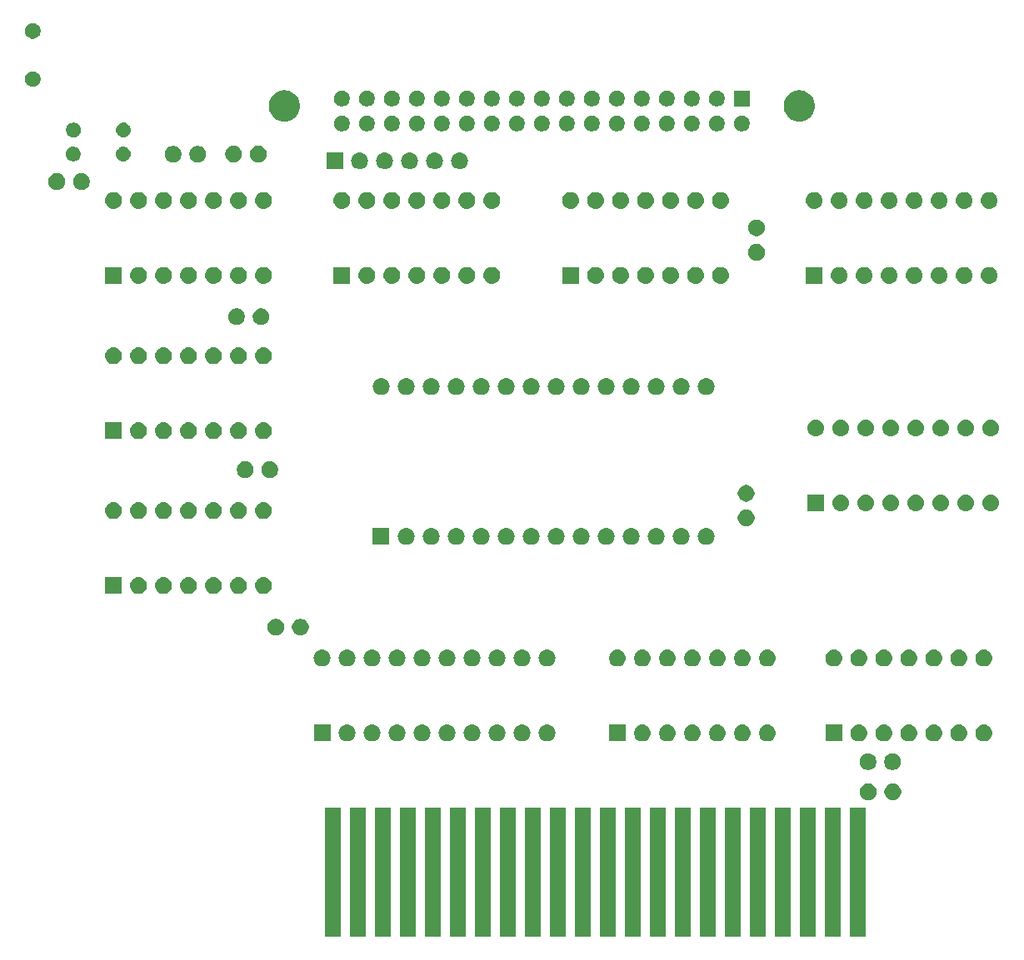
<source format=gbr>
G04 #@! TF.GenerationSoftware,KiCad,Pcbnew,(5.1.2-1)-1*
G04 #@! TF.CreationDate,2021-06-01T15:31:26+01:00*
G04 #@! TF.ProjectId,SFD800,53464438-3030-42e6-9b69-6361645f7063,rev?*
G04 #@! TF.SameCoordinates,Original*
G04 #@! TF.FileFunction,Soldermask,Top*
G04 #@! TF.FilePolarity,Negative*
%FSLAX46Y46*%
G04 Gerber Fmt 4.6, Leading zero omitted, Abs format (unit mm)*
G04 Created by KiCad (PCBNEW (5.1.2-1)-1) date 2021-06-01 15:31:26*
%MOMM*%
%LPD*%
G04 APERTURE LIST*
%ADD10C,0.100000*%
G04 APERTURE END LIST*
D10*
G36*
X190271000Y-144704200D02*
G01*
X188669000Y-144704200D01*
X188669000Y-131602200D01*
X190271000Y-131602200D01*
X190271000Y-144704200D01*
X190271000Y-144704200D01*
G37*
G36*
X187731000Y-144704200D02*
G01*
X186129000Y-144704200D01*
X186129000Y-131602200D01*
X187731000Y-131602200D01*
X187731000Y-144704200D01*
X187731000Y-144704200D01*
G37*
G36*
X185191000Y-144704200D02*
G01*
X183589000Y-144704200D01*
X183589000Y-131602200D01*
X185191000Y-131602200D01*
X185191000Y-144704200D01*
X185191000Y-144704200D01*
G37*
G36*
X182651000Y-144704200D02*
G01*
X181049000Y-144704200D01*
X181049000Y-131602200D01*
X182651000Y-131602200D01*
X182651000Y-144704200D01*
X182651000Y-144704200D01*
G37*
G36*
X180111000Y-144704200D02*
G01*
X178509000Y-144704200D01*
X178509000Y-131602200D01*
X180111000Y-131602200D01*
X180111000Y-144704200D01*
X180111000Y-144704200D01*
G37*
G36*
X177571000Y-144704200D02*
G01*
X175969000Y-144704200D01*
X175969000Y-131602200D01*
X177571000Y-131602200D01*
X177571000Y-144704200D01*
X177571000Y-144704200D01*
G37*
G36*
X175031000Y-144704200D02*
G01*
X173429000Y-144704200D01*
X173429000Y-131602200D01*
X175031000Y-131602200D01*
X175031000Y-144704200D01*
X175031000Y-144704200D01*
G37*
G36*
X172491000Y-144704200D02*
G01*
X170889000Y-144704200D01*
X170889000Y-131602200D01*
X172491000Y-131602200D01*
X172491000Y-144704200D01*
X172491000Y-144704200D01*
G37*
G36*
X169951000Y-144704200D02*
G01*
X168349000Y-144704200D01*
X168349000Y-131602200D01*
X169951000Y-131602200D01*
X169951000Y-144704200D01*
X169951000Y-144704200D01*
G37*
G36*
X167411000Y-144704200D02*
G01*
X165809000Y-144704200D01*
X165809000Y-131602200D01*
X167411000Y-131602200D01*
X167411000Y-144704200D01*
X167411000Y-144704200D01*
G37*
G36*
X164871000Y-144704200D02*
G01*
X163269000Y-144704200D01*
X163269000Y-131602200D01*
X164871000Y-131602200D01*
X164871000Y-144704200D01*
X164871000Y-144704200D01*
G37*
G36*
X162331000Y-144704200D02*
G01*
X160729000Y-144704200D01*
X160729000Y-131602200D01*
X162331000Y-131602200D01*
X162331000Y-144704200D01*
X162331000Y-144704200D01*
G37*
G36*
X159791000Y-144704200D02*
G01*
X158189000Y-144704200D01*
X158189000Y-131602200D01*
X159791000Y-131602200D01*
X159791000Y-144704200D01*
X159791000Y-144704200D01*
G37*
G36*
X157251000Y-144704200D02*
G01*
X155649000Y-144704200D01*
X155649000Y-131602200D01*
X157251000Y-131602200D01*
X157251000Y-144704200D01*
X157251000Y-144704200D01*
G37*
G36*
X154711000Y-144704200D02*
G01*
X153109000Y-144704200D01*
X153109000Y-131602200D01*
X154711000Y-131602200D01*
X154711000Y-144704200D01*
X154711000Y-144704200D01*
G37*
G36*
X152171000Y-144704200D02*
G01*
X150569000Y-144704200D01*
X150569000Y-131602200D01*
X152171000Y-131602200D01*
X152171000Y-144704200D01*
X152171000Y-144704200D01*
G37*
G36*
X149631000Y-144704200D02*
G01*
X148029000Y-144704200D01*
X148029000Y-131602200D01*
X149631000Y-131602200D01*
X149631000Y-144704200D01*
X149631000Y-144704200D01*
G37*
G36*
X147091000Y-144704200D02*
G01*
X145489000Y-144704200D01*
X145489000Y-131602200D01*
X147091000Y-131602200D01*
X147091000Y-144704200D01*
X147091000Y-144704200D01*
G37*
G36*
X144551000Y-144704200D02*
G01*
X142949000Y-144704200D01*
X142949000Y-131602200D01*
X144551000Y-131602200D01*
X144551000Y-144704200D01*
X144551000Y-144704200D01*
G37*
G36*
X142011000Y-144704200D02*
G01*
X140409000Y-144704200D01*
X140409000Y-131602200D01*
X142011000Y-131602200D01*
X142011000Y-144704200D01*
X142011000Y-144704200D01*
G37*
G36*
X139471000Y-144704200D02*
G01*
X137869000Y-144704200D01*
X137869000Y-131602200D01*
X139471000Y-131602200D01*
X139471000Y-144704200D01*
X139471000Y-144704200D01*
G37*
G36*
X136931000Y-144704200D02*
G01*
X135329000Y-144704200D01*
X135329000Y-131602200D01*
X136931000Y-131602200D01*
X136931000Y-144704200D01*
X136931000Y-144704200D01*
G37*
G36*
X190738228Y-129151703D02*
G01*
X190893100Y-129215853D01*
X191032481Y-129308985D01*
X191151015Y-129427519D01*
X191244147Y-129566900D01*
X191308297Y-129721772D01*
X191341000Y-129886184D01*
X191341000Y-130053816D01*
X191308297Y-130218228D01*
X191244147Y-130373100D01*
X191151015Y-130512481D01*
X191032481Y-130631015D01*
X190893100Y-130724147D01*
X190738228Y-130788297D01*
X190573816Y-130821000D01*
X190406184Y-130821000D01*
X190241772Y-130788297D01*
X190086900Y-130724147D01*
X189947519Y-130631015D01*
X189828985Y-130512481D01*
X189735853Y-130373100D01*
X189671703Y-130218228D01*
X189639000Y-130053816D01*
X189639000Y-129886184D01*
X189671703Y-129721772D01*
X189735853Y-129566900D01*
X189828985Y-129427519D01*
X189947519Y-129308985D01*
X190086900Y-129215853D01*
X190241772Y-129151703D01*
X190406184Y-129119000D01*
X190573816Y-129119000D01*
X190738228Y-129151703D01*
X190738228Y-129151703D01*
G37*
G36*
X193238228Y-129151703D02*
G01*
X193393100Y-129215853D01*
X193532481Y-129308985D01*
X193651015Y-129427519D01*
X193744147Y-129566900D01*
X193808297Y-129721772D01*
X193841000Y-129886184D01*
X193841000Y-130053816D01*
X193808297Y-130218228D01*
X193744147Y-130373100D01*
X193651015Y-130512481D01*
X193532481Y-130631015D01*
X193393100Y-130724147D01*
X193238228Y-130788297D01*
X193073816Y-130821000D01*
X192906184Y-130821000D01*
X192741772Y-130788297D01*
X192586900Y-130724147D01*
X192447519Y-130631015D01*
X192328985Y-130512481D01*
X192235853Y-130373100D01*
X192171703Y-130218228D01*
X192139000Y-130053816D01*
X192139000Y-129886184D01*
X192171703Y-129721772D01*
X192235853Y-129566900D01*
X192328985Y-129427519D01*
X192447519Y-129308985D01*
X192586900Y-129215853D01*
X192741772Y-129151703D01*
X192906184Y-129119000D01*
X193073816Y-129119000D01*
X193238228Y-129151703D01*
X193238228Y-129151703D01*
G37*
G36*
X193218228Y-126091703D02*
G01*
X193373100Y-126155853D01*
X193512481Y-126248985D01*
X193631015Y-126367519D01*
X193724147Y-126506900D01*
X193788297Y-126661772D01*
X193821000Y-126826184D01*
X193821000Y-126993816D01*
X193788297Y-127158228D01*
X193724147Y-127313100D01*
X193631015Y-127452481D01*
X193512481Y-127571015D01*
X193373100Y-127664147D01*
X193218228Y-127728297D01*
X193053816Y-127761000D01*
X192886184Y-127761000D01*
X192721772Y-127728297D01*
X192566900Y-127664147D01*
X192427519Y-127571015D01*
X192308985Y-127452481D01*
X192215853Y-127313100D01*
X192151703Y-127158228D01*
X192119000Y-126993816D01*
X192119000Y-126826184D01*
X192151703Y-126661772D01*
X192215853Y-126506900D01*
X192308985Y-126367519D01*
X192427519Y-126248985D01*
X192566900Y-126155853D01*
X192721772Y-126091703D01*
X192886184Y-126059000D01*
X193053816Y-126059000D01*
X193218228Y-126091703D01*
X193218228Y-126091703D01*
G37*
G36*
X190718228Y-126091703D02*
G01*
X190873100Y-126155853D01*
X191012481Y-126248985D01*
X191131015Y-126367519D01*
X191224147Y-126506900D01*
X191288297Y-126661772D01*
X191321000Y-126826184D01*
X191321000Y-126993816D01*
X191288297Y-127158228D01*
X191224147Y-127313100D01*
X191131015Y-127452481D01*
X191012481Y-127571015D01*
X190873100Y-127664147D01*
X190718228Y-127728297D01*
X190553816Y-127761000D01*
X190386184Y-127761000D01*
X190221772Y-127728297D01*
X190066900Y-127664147D01*
X189927519Y-127571015D01*
X189808985Y-127452481D01*
X189715853Y-127313100D01*
X189651703Y-127158228D01*
X189619000Y-126993816D01*
X189619000Y-126826184D01*
X189651703Y-126661772D01*
X189715853Y-126506900D01*
X189808985Y-126367519D01*
X189927519Y-126248985D01*
X190066900Y-126155853D01*
X190221772Y-126091703D01*
X190386184Y-126059000D01*
X190553816Y-126059000D01*
X190718228Y-126091703D01*
X190718228Y-126091703D01*
G37*
G36*
X147866823Y-123161313D02*
G01*
X148027242Y-123209976D01*
X148159906Y-123280886D01*
X148175078Y-123288996D01*
X148304659Y-123395341D01*
X148411004Y-123524922D01*
X148411005Y-123524924D01*
X148490024Y-123672758D01*
X148538687Y-123833177D01*
X148555117Y-124000000D01*
X148538687Y-124166823D01*
X148490024Y-124327242D01*
X148419114Y-124459906D01*
X148411004Y-124475078D01*
X148304659Y-124604659D01*
X148175078Y-124711004D01*
X148175076Y-124711005D01*
X148027242Y-124790024D01*
X147866823Y-124838687D01*
X147741804Y-124851000D01*
X147658196Y-124851000D01*
X147533177Y-124838687D01*
X147372758Y-124790024D01*
X147224924Y-124711005D01*
X147224922Y-124711004D01*
X147095341Y-124604659D01*
X146988996Y-124475078D01*
X146980886Y-124459906D01*
X146909976Y-124327242D01*
X146861313Y-124166823D01*
X146844883Y-124000000D01*
X146861313Y-123833177D01*
X146909976Y-123672758D01*
X146988995Y-123524924D01*
X146988996Y-123524922D01*
X147095341Y-123395341D01*
X147224922Y-123288996D01*
X147240094Y-123280886D01*
X147372758Y-123209976D01*
X147533177Y-123161313D01*
X147658196Y-123149000D01*
X147741804Y-123149000D01*
X147866823Y-123161313D01*
X147866823Y-123161313D01*
G37*
G36*
X158026823Y-123161313D02*
G01*
X158187242Y-123209976D01*
X158319906Y-123280886D01*
X158335078Y-123288996D01*
X158464659Y-123395341D01*
X158571004Y-123524922D01*
X158571005Y-123524924D01*
X158650024Y-123672758D01*
X158698687Y-123833177D01*
X158715117Y-124000000D01*
X158698687Y-124166823D01*
X158650024Y-124327242D01*
X158579114Y-124459906D01*
X158571004Y-124475078D01*
X158464659Y-124604659D01*
X158335078Y-124711004D01*
X158335076Y-124711005D01*
X158187242Y-124790024D01*
X158026823Y-124838687D01*
X157901804Y-124851000D01*
X157818196Y-124851000D01*
X157693177Y-124838687D01*
X157532758Y-124790024D01*
X157384924Y-124711005D01*
X157384922Y-124711004D01*
X157255341Y-124604659D01*
X157148996Y-124475078D01*
X157140886Y-124459906D01*
X157069976Y-124327242D01*
X157021313Y-124166823D01*
X157004883Y-124000000D01*
X157021313Y-123833177D01*
X157069976Y-123672758D01*
X157148995Y-123524924D01*
X157148996Y-123524922D01*
X157255341Y-123395341D01*
X157384922Y-123288996D01*
X157400094Y-123280886D01*
X157532758Y-123209976D01*
X157693177Y-123161313D01*
X157818196Y-123149000D01*
X157901804Y-123149000D01*
X158026823Y-123161313D01*
X158026823Y-123161313D01*
G37*
G36*
X145326823Y-123161313D02*
G01*
X145487242Y-123209976D01*
X145619906Y-123280886D01*
X145635078Y-123288996D01*
X145764659Y-123395341D01*
X145871004Y-123524922D01*
X145871005Y-123524924D01*
X145950024Y-123672758D01*
X145998687Y-123833177D01*
X146015117Y-124000000D01*
X145998687Y-124166823D01*
X145950024Y-124327242D01*
X145879114Y-124459906D01*
X145871004Y-124475078D01*
X145764659Y-124604659D01*
X145635078Y-124711004D01*
X145635076Y-124711005D01*
X145487242Y-124790024D01*
X145326823Y-124838687D01*
X145201804Y-124851000D01*
X145118196Y-124851000D01*
X144993177Y-124838687D01*
X144832758Y-124790024D01*
X144684924Y-124711005D01*
X144684922Y-124711004D01*
X144555341Y-124604659D01*
X144448996Y-124475078D01*
X144440886Y-124459906D01*
X144369976Y-124327242D01*
X144321313Y-124166823D01*
X144304883Y-124000000D01*
X144321313Y-123833177D01*
X144369976Y-123672758D01*
X144448995Y-123524924D01*
X144448996Y-123524922D01*
X144555341Y-123395341D01*
X144684922Y-123288996D01*
X144700094Y-123280886D01*
X144832758Y-123209976D01*
X144993177Y-123161313D01*
X145118196Y-123149000D01*
X145201804Y-123149000D01*
X145326823Y-123161313D01*
X145326823Y-123161313D01*
G37*
G36*
X142786823Y-123161313D02*
G01*
X142947242Y-123209976D01*
X143079906Y-123280886D01*
X143095078Y-123288996D01*
X143224659Y-123395341D01*
X143331004Y-123524922D01*
X143331005Y-123524924D01*
X143410024Y-123672758D01*
X143458687Y-123833177D01*
X143475117Y-124000000D01*
X143458687Y-124166823D01*
X143410024Y-124327242D01*
X143339114Y-124459906D01*
X143331004Y-124475078D01*
X143224659Y-124604659D01*
X143095078Y-124711004D01*
X143095076Y-124711005D01*
X142947242Y-124790024D01*
X142786823Y-124838687D01*
X142661804Y-124851000D01*
X142578196Y-124851000D01*
X142453177Y-124838687D01*
X142292758Y-124790024D01*
X142144924Y-124711005D01*
X142144922Y-124711004D01*
X142015341Y-124604659D01*
X141908996Y-124475078D01*
X141900886Y-124459906D01*
X141829976Y-124327242D01*
X141781313Y-124166823D01*
X141764883Y-124000000D01*
X141781313Y-123833177D01*
X141829976Y-123672758D01*
X141908995Y-123524924D01*
X141908996Y-123524922D01*
X142015341Y-123395341D01*
X142144922Y-123288996D01*
X142160094Y-123280886D01*
X142292758Y-123209976D01*
X142453177Y-123161313D01*
X142578196Y-123149000D01*
X142661804Y-123149000D01*
X142786823Y-123161313D01*
X142786823Y-123161313D01*
G37*
G36*
X140246823Y-123161313D02*
G01*
X140407242Y-123209976D01*
X140539906Y-123280886D01*
X140555078Y-123288996D01*
X140684659Y-123395341D01*
X140791004Y-123524922D01*
X140791005Y-123524924D01*
X140870024Y-123672758D01*
X140918687Y-123833177D01*
X140935117Y-124000000D01*
X140918687Y-124166823D01*
X140870024Y-124327242D01*
X140799114Y-124459906D01*
X140791004Y-124475078D01*
X140684659Y-124604659D01*
X140555078Y-124711004D01*
X140555076Y-124711005D01*
X140407242Y-124790024D01*
X140246823Y-124838687D01*
X140121804Y-124851000D01*
X140038196Y-124851000D01*
X139913177Y-124838687D01*
X139752758Y-124790024D01*
X139604924Y-124711005D01*
X139604922Y-124711004D01*
X139475341Y-124604659D01*
X139368996Y-124475078D01*
X139360886Y-124459906D01*
X139289976Y-124327242D01*
X139241313Y-124166823D01*
X139224883Y-124000000D01*
X139241313Y-123833177D01*
X139289976Y-123672758D01*
X139368995Y-123524924D01*
X139368996Y-123524922D01*
X139475341Y-123395341D01*
X139604922Y-123288996D01*
X139620094Y-123280886D01*
X139752758Y-123209976D01*
X139913177Y-123161313D01*
X140038196Y-123149000D01*
X140121804Y-123149000D01*
X140246823Y-123161313D01*
X140246823Y-123161313D01*
G37*
G36*
X137706823Y-123161313D02*
G01*
X137867242Y-123209976D01*
X137999906Y-123280886D01*
X138015078Y-123288996D01*
X138144659Y-123395341D01*
X138251004Y-123524922D01*
X138251005Y-123524924D01*
X138330024Y-123672758D01*
X138378687Y-123833177D01*
X138395117Y-124000000D01*
X138378687Y-124166823D01*
X138330024Y-124327242D01*
X138259114Y-124459906D01*
X138251004Y-124475078D01*
X138144659Y-124604659D01*
X138015078Y-124711004D01*
X138015076Y-124711005D01*
X137867242Y-124790024D01*
X137706823Y-124838687D01*
X137581804Y-124851000D01*
X137498196Y-124851000D01*
X137373177Y-124838687D01*
X137212758Y-124790024D01*
X137064924Y-124711005D01*
X137064922Y-124711004D01*
X136935341Y-124604659D01*
X136828996Y-124475078D01*
X136820886Y-124459906D01*
X136749976Y-124327242D01*
X136701313Y-124166823D01*
X136684883Y-124000000D01*
X136701313Y-123833177D01*
X136749976Y-123672758D01*
X136828995Y-123524924D01*
X136828996Y-123524922D01*
X136935341Y-123395341D01*
X137064922Y-123288996D01*
X137080094Y-123280886D01*
X137212758Y-123209976D01*
X137373177Y-123161313D01*
X137498196Y-123149000D01*
X137581804Y-123149000D01*
X137706823Y-123161313D01*
X137706823Y-123161313D01*
G37*
G36*
X202406823Y-123161313D02*
G01*
X202567242Y-123209976D01*
X202699906Y-123280886D01*
X202715078Y-123288996D01*
X202844659Y-123395341D01*
X202951004Y-123524922D01*
X202951005Y-123524924D01*
X203030024Y-123672758D01*
X203078687Y-123833177D01*
X203095117Y-124000000D01*
X203078687Y-124166823D01*
X203030024Y-124327242D01*
X202959114Y-124459906D01*
X202951004Y-124475078D01*
X202844659Y-124604659D01*
X202715078Y-124711004D01*
X202715076Y-124711005D01*
X202567242Y-124790024D01*
X202406823Y-124838687D01*
X202281804Y-124851000D01*
X202198196Y-124851000D01*
X202073177Y-124838687D01*
X201912758Y-124790024D01*
X201764924Y-124711005D01*
X201764922Y-124711004D01*
X201635341Y-124604659D01*
X201528996Y-124475078D01*
X201520886Y-124459906D01*
X201449976Y-124327242D01*
X201401313Y-124166823D01*
X201384883Y-124000000D01*
X201401313Y-123833177D01*
X201449976Y-123672758D01*
X201528995Y-123524924D01*
X201528996Y-123524922D01*
X201635341Y-123395341D01*
X201764922Y-123288996D01*
X201780094Y-123280886D01*
X201912758Y-123209976D01*
X202073177Y-123161313D01*
X202198196Y-123149000D01*
X202281804Y-123149000D01*
X202406823Y-123161313D01*
X202406823Y-123161313D01*
G37*
G36*
X199866823Y-123161313D02*
G01*
X200027242Y-123209976D01*
X200159906Y-123280886D01*
X200175078Y-123288996D01*
X200304659Y-123395341D01*
X200411004Y-123524922D01*
X200411005Y-123524924D01*
X200490024Y-123672758D01*
X200538687Y-123833177D01*
X200555117Y-124000000D01*
X200538687Y-124166823D01*
X200490024Y-124327242D01*
X200419114Y-124459906D01*
X200411004Y-124475078D01*
X200304659Y-124604659D01*
X200175078Y-124711004D01*
X200175076Y-124711005D01*
X200027242Y-124790024D01*
X199866823Y-124838687D01*
X199741804Y-124851000D01*
X199658196Y-124851000D01*
X199533177Y-124838687D01*
X199372758Y-124790024D01*
X199224924Y-124711005D01*
X199224922Y-124711004D01*
X199095341Y-124604659D01*
X198988996Y-124475078D01*
X198980886Y-124459906D01*
X198909976Y-124327242D01*
X198861313Y-124166823D01*
X198844883Y-124000000D01*
X198861313Y-123833177D01*
X198909976Y-123672758D01*
X198988995Y-123524924D01*
X198988996Y-123524922D01*
X199095341Y-123395341D01*
X199224922Y-123288996D01*
X199240094Y-123280886D01*
X199372758Y-123209976D01*
X199533177Y-123161313D01*
X199658196Y-123149000D01*
X199741804Y-123149000D01*
X199866823Y-123161313D01*
X199866823Y-123161313D01*
G37*
G36*
X197326823Y-123161313D02*
G01*
X197487242Y-123209976D01*
X197619906Y-123280886D01*
X197635078Y-123288996D01*
X197764659Y-123395341D01*
X197871004Y-123524922D01*
X197871005Y-123524924D01*
X197950024Y-123672758D01*
X197998687Y-123833177D01*
X198015117Y-124000000D01*
X197998687Y-124166823D01*
X197950024Y-124327242D01*
X197879114Y-124459906D01*
X197871004Y-124475078D01*
X197764659Y-124604659D01*
X197635078Y-124711004D01*
X197635076Y-124711005D01*
X197487242Y-124790024D01*
X197326823Y-124838687D01*
X197201804Y-124851000D01*
X197118196Y-124851000D01*
X196993177Y-124838687D01*
X196832758Y-124790024D01*
X196684924Y-124711005D01*
X196684922Y-124711004D01*
X196555341Y-124604659D01*
X196448996Y-124475078D01*
X196440886Y-124459906D01*
X196369976Y-124327242D01*
X196321313Y-124166823D01*
X196304883Y-124000000D01*
X196321313Y-123833177D01*
X196369976Y-123672758D01*
X196448995Y-123524924D01*
X196448996Y-123524922D01*
X196555341Y-123395341D01*
X196684922Y-123288996D01*
X196700094Y-123280886D01*
X196832758Y-123209976D01*
X196993177Y-123161313D01*
X197118196Y-123149000D01*
X197201804Y-123149000D01*
X197326823Y-123161313D01*
X197326823Y-123161313D01*
G37*
G36*
X194786823Y-123161313D02*
G01*
X194947242Y-123209976D01*
X195079906Y-123280886D01*
X195095078Y-123288996D01*
X195224659Y-123395341D01*
X195331004Y-123524922D01*
X195331005Y-123524924D01*
X195410024Y-123672758D01*
X195458687Y-123833177D01*
X195475117Y-124000000D01*
X195458687Y-124166823D01*
X195410024Y-124327242D01*
X195339114Y-124459906D01*
X195331004Y-124475078D01*
X195224659Y-124604659D01*
X195095078Y-124711004D01*
X195095076Y-124711005D01*
X194947242Y-124790024D01*
X194786823Y-124838687D01*
X194661804Y-124851000D01*
X194578196Y-124851000D01*
X194453177Y-124838687D01*
X194292758Y-124790024D01*
X194144924Y-124711005D01*
X194144922Y-124711004D01*
X194015341Y-124604659D01*
X193908996Y-124475078D01*
X193900886Y-124459906D01*
X193829976Y-124327242D01*
X193781313Y-124166823D01*
X193764883Y-124000000D01*
X193781313Y-123833177D01*
X193829976Y-123672758D01*
X193908995Y-123524924D01*
X193908996Y-123524922D01*
X194015341Y-123395341D01*
X194144922Y-123288996D01*
X194160094Y-123280886D01*
X194292758Y-123209976D01*
X194453177Y-123161313D01*
X194578196Y-123149000D01*
X194661804Y-123149000D01*
X194786823Y-123161313D01*
X194786823Y-123161313D01*
G37*
G36*
X192246823Y-123161313D02*
G01*
X192407242Y-123209976D01*
X192539906Y-123280886D01*
X192555078Y-123288996D01*
X192684659Y-123395341D01*
X192791004Y-123524922D01*
X192791005Y-123524924D01*
X192870024Y-123672758D01*
X192918687Y-123833177D01*
X192935117Y-124000000D01*
X192918687Y-124166823D01*
X192870024Y-124327242D01*
X192799114Y-124459906D01*
X192791004Y-124475078D01*
X192684659Y-124604659D01*
X192555078Y-124711004D01*
X192555076Y-124711005D01*
X192407242Y-124790024D01*
X192246823Y-124838687D01*
X192121804Y-124851000D01*
X192038196Y-124851000D01*
X191913177Y-124838687D01*
X191752758Y-124790024D01*
X191604924Y-124711005D01*
X191604922Y-124711004D01*
X191475341Y-124604659D01*
X191368996Y-124475078D01*
X191360886Y-124459906D01*
X191289976Y-124327242D01*
X191241313Y-124166823D01*
X191224883Y-124000000D01*
X191241313Y-123833177D01*
X191289976Y-123672758D01*
X191368995Y-123524924D01*
X191368996Y-123524922D01*
X191475341Y-123395341D01*
X191604922Y-123288996D01*
X191620094Y-123280886D01*
X191752758Y-123209976D01*
X191913177Y-123161313D01*
X192038196Y-123149000D01*
X192121804Y-123149000D01*
X192246823Y-123161313D01*
X192246823Y-123161313D01*
G37*
G36*
X189706823Y-123161313D02*
G01*
X189867242Y-123209976D01*
X189999906Y-123280886D01*
X190015078Y-123288996D01*
X190144659Y-123395341D01*
X190251004Y-123524922D01*
X190251005Y-123524924D01*
X190330024Y-123672758D01*
X190378687Y-123833177D01*
X190395117Y-124000000D01*
X190378687Y-124166823D01*
X190330024Y-124327242D01*
X190259114Y-124459906D01*
X190251004Y-124475078D01*
X190144659Y-124604659D01*
X190015078Y-124711004D01*
X190015076Y-124711005D01*
X189867242Y-124790024D01*
X189706823Y-124838687D01*
X189581804Y-124851000D01*
X189498196Y-124851000D01*
X189373177Y-124838687D01*
X189212758Y-124790024D01*
X189064924Y-124711005D01*
X189064922Y-124711004D01*
X188935341Y-124604659D01*
X188828996Y-124475078D01*
X188820886Y-124459906D01*
X188749976Y-124327242D01*
X188701313Y-124166823D01*
X188684883Y-124000000D01*
X188701313Y-123833177D01*
X188749976Y-123672758D01*
X188828995Y-123524924D01*
X188828996Y-123524922D01*
X188935341Y-123395341D01*
X189064922Y-123288996D01*
X189080094Y-123280886D01*
X189212758Y-123209976D01*
X189373177Y-123161313D01*
X189498196Y-123149000D01*
X189581804Y-123149000D01*
X189706823Y-123161313D01*
X189706823Y-123161313D01*
G37*
G36*
X187851000Y-124851000D02*
G01*
X186149000Y-124851000D01*
X186149000Y-123149000D01*
X187851000Y-123149000D01*
X187851000Y-124851000D01*
X187851000Y-124851000D01*
G37*
G36*
X180406823Y-123161313D02*
G01*
X180567242Y-123209976D01*
X180699906Y-123280886D01*
X180715078Y-123288996D01*
X180844659Y-123395341D01*
X180951004Y-123524922D01*
X180951005Y-123524924D01*
X181030024Y-123672758D01*
X181078687Y-123833177D01*
X181095117Y-124000000D01*
X181078687Y-124166823D01*
X181030024Y-124327242D01*
X180959114Y-124459906D01*
X180951004Y-124475078D01*
X180844659Y-124604659D01*
X180715078Y-124711004D01*
X180715076Y-124711005D01*
X180567242Y-124790024D01*
X180406823Y-124838687D01*
X180281804Y-124851000D01*
X180198196Y-124851000D01*
X180073177Y-124838687D01*
X179912758Y-124790024D01*
X179764924Y-124711005D01*
X179764922Y-124711004D01*
X179635341Y-124604659D01*
X179528996Y-124475078D01*
X179520886Y-124459906D01*
X179449976Y-124327242D01*
X179401313Y-124166823D01*
X179384883Y-124000000D01*
X179401313Y-123833177D01*
X179449976Y-123672758D01*
X179528995Y-123524924D01*
X179528996Y-123524922D01*
X179635341Y-123395341D01*
X179764922Y-123288996D01*
X179780094Y-123280886D01*
X179912758Y-123209976D01*
X180073177Y-123161313D01*
X180198196Y-123149000D01*
X180281804Y-123149000D01*
X180406823Y-123161313D01*
X180406823Y-123161313D01*
G37*
G36*
X177866823Y-123161313D02*
G01*
X178027242Y-123209976D01*
X178159906Y-123280886D01*
X178175078Y-123288996D01*
X178304659Y-123395341D01*
X178411004Y-123524922D01*
X178411005Y-123524924D01*
X178490024Y-123672758D01*
X178538687Y-123833177D01*
X178555117Y-124000000D01*
X178538687Y-124166823D01*
X178490024Y-124327242D01*
X178419114Y-124459906D01*
X178411004Y-124475078D01*
X178304659Y-124604659D01*
X178175078Y-124711004D01*
X178175076Y-124711005D01*
X178027242Y-124790024D01*
X177866823Y-124838687D01*
X177741804Y-124851000D01*
X177658196Y-124851000D01*
X177533177Y-124838687D01*
X177372758Y-124790024D01*
X177224924Y-124711005D01*
X177224922Y-124711004D01*
X177095341Y-124604659D01*
X176988996Y-124475078D01*
X176980886Y-124459906D01*
X176909976Y-124327242D01*
X176861313Y-124166823D01*
X176844883Y-124000000D01*
X176861313Y-123833177D01*
X176909976Y-123672758D01*
X176988995Y-123524924D01*
X176988996Y-123524922D01*
X177095341Y-123395341D01*
X177224922Y-123288996D01*
X177240094Y-123280886D01*
X177372758Y-123209976D01*
X177533177Y-123161313D01*
X177658196Y-123149000D01*
X177741804Y-123149000D01*
X177866823Y-123161313D01*
X177866823Y-123161313D01*
G37*
G36*
X175326823Y-123161313D02*
G01*
X175487242Y-123209976D01*
X175619906Y-123280886D01*
X175635078Y-123288996D01*
X175764659Y-123395341D01*
X175871004Y-123524922D01*
X175871005Y-123524924D01*
X175950024Y-123672758D01*
X175998687Y-123833177D01*
X176015117Y-124000000D01*
X175998687Y-124166823D01*
X175950024Y-124327242D01*
X175879114Y-124459906D01*
X175871004Y-124475078D01*
X175764659Y-124604659D01*
X175635078Y-124711004D01*
X175635076Y-124711005D01*
X175487242Y-124790024D01*
X175326823Y-124838687D01*
X175201804Y-124851000D01*
X175118196Y-124851000D01*
X174993177Y-124838687D01*
X174832758Y-124790024D01*
X174684924Y-124711005D01*
X174684922Y-124711004D01*
X174555341Y-124604659D01*
X174448996Y-124475078D01*
X174440886Y-124459906D01*
X174369976Y-124327242D01*
X174321313Y-124166823D01*
X174304883Y-124000000D01*
X174321313Y-123833177D01*
X174369976Y-123672758D01*
X174448995Y-123524924D01*
X174448996Y-123524922D01*
X174555341Y-123395341D01*
X174684922Y-123288996D01*
X174700094Y-123280886D01*
X174832758Y-123209976D01*
X174993177Y-123161313D01*
X175118196Y-123149000D01*
X175201804Y-123149000D01*
X175326823Y-123161313D01*
X175326823Y-123161313D01*
G37*
G36*
X172786823Y-123161313D02*
G01*
X172947242Y-123209976D01*
X173079906Y-123280886D01*
X173095078Y-123288996D01*
X173224659Y-123395341D01*
X173331004Y-123524922D01*
X173331005Y-123524924D01*
X173410024Y-123672758D01*
X173458687Y-123833177D01*
X173475117Y-124000000D01*
X173458687Y-124166823D01*
X173410024Y-124327242D01*
X173339114Y-124459906D01*
X173331004Y-124475078D01*
X173224659Y-124604659D01*
X173095078Y-124711004D01*
X173095076Y-124711005D01*
X172947242Y-124790024D01*
X172786823Y-124838687D01*
X172661804Y-124851000D01*
X172578196Y-124851000D01*
X172453177Y-124838687D01*
X172292758Y-124790024D01*
X172144924Y-124711005D01*
X172144922Y-124711004D01*
X172015341Y-124604659D01*
X171908996Y-124475078D01*
X171900886Y-124459906D01*
X171829976Y-124327242D01*
X171781313Y-124166823D01*
X171764883Y-124000000D01*
X171781313Y-123833177D01*
X171829976Y-123672758D01*
X171908995Y-123524924D01*
X171908996Y-123524922D01*
X172015341Y-123395341D01*
X172144922Y-123288996D01*
X172160094Y-123280886D01*
X172292758Y-123209976D01*
X172453177Y-123161313D01*
X172578196Y-123149000D01*
X172661804Y-123149000D01*
X172786823Y-123161313D01*
X172786823Y-123161313D01*
G37*
G36*
X170246823Y-123161313D02*
G01*
X170407242Y-123209976D01*
X170539906Y-123280886D01*
X170555078Y-123288996D01*
X170684659Y-123395341D01*
X170791004Y-123524922D01*
X170791005Y-123524924D01*
X170870024Y-123672758D01*
X170918687Y-123833177D01*
X170935117Y-124000000D01*
X170918687Y-124166823D01*
X170870024Y-124327242D01*
X170799114Y-124459906D01*
X170791004Y-124475078D01*
X170684659Y-124604659D01*
X170555078Y-124711004D01*
X170555076Y-124711005D01*
X170407242Y-124790024D01*
X170246823Y-124838687D01*
X170121804Y-124851000D01*
X170038196Y-124851000D01*
X169913177Y-124838687D01*
X169752758Y-124790024D01*
X169604924Y-124711005D01*
X169604922Y-124711004D01*
X169475341Y-124604659D01*
X169368996Y-124475078D01*
X169360886Y-124459906D01*
X169289976Y-124327242D01*
X169241313Y-124166823D01*
X169224883Y-124000000D01*
X169241313Y-123833177D01*
X169289976Y-123672758D01*
X169368995Y-123524924D01*
X169368996Y-123524922D01*
X169475341Y-123395341D01*
X169604922Y-123288996D01*
X169620094Y-123280886D01*
X169752758Y-123209976D01*
X169913177Y-123161313D01*
X170038196Y-123149000D01*
X170121804Y-123149000D01*
X170246823Y-123161313D01*
X170246823Y-123161313D01*
G37*
G36*
X167706823Y-123161313D02*
G01*
X167867242Y-123209976D01*
X167999906Y-123280886D01*
X168015078Y-123288996D01*
X168144659Y-123395341D01*
X168251004Y-123524922D01*
X168251005Y-123524924D01*
X168330024Y-123672758D01*
X168378687Y-123833177D01*
X168395117Y-124000000D01*
X168378687Y-124166823D01*
X168330024Y-124327242D01*
X168259114Y-124459906D01*
X168251004Y-124475078D01*
X168144659Y-124604659D01*
X168015078Y-124711004D01*
X168015076Y-124711005D01*
X167867242Y-124790024D01*
X167706823Y-124838687D01*
X167581804Y-124851000D01*
X167498196Y-124851000D01*
X167373177Y-124838687D01*
X167212758Y-124790024D01*
X167064924Y-124711005D01*
X167064922Y-124711004D01*
X166935341Y-124604659D01*
X166828996Y-124475078D01*
X166820886Y-124459906D01*
X166749976Y-124327242D01*
X166701313Y-124166823D01*
X166684883Y-124000000D01*
X166701313Y-123833177D01*
X166749976Y-123672758D01*
X166828995Y-123524924D01*
X166828996Y-123524922D01*
X166935341Y-123395341D01*
X167064922Y-123288996D01*
X167080094Y-123280886D01*
X167212758Y-123209976D01*
X167373177Y-123161313D01*
X167498196Y-123149000D01*
X167581804Y-123149000D01*
X167706823Y-123161313D01*
X167706823Y-123161313D01*
G37*
G36*
X165851000Y-124851000D02*
G01*
X164149000Y-124851000D01*
X164149000Y-123149000D01*
X165851000Y-123149000D01*
X165851000Y-124851000D01*
X165851000Y-124851000D01*
G37*
G36*
X155486823Y-123161313D02*
G01*
X155647242Y-123209976D01*
X155779906Y-123280886D01*
X155795078Y-123288996D01*
X155924659Y-123395341D01*
X156031004Y-123524922D01*
X156031005Y-123524924D01*
X156110024Y-123672758D01*
X156158687Y-123833177D01*
X156175117Y-124000000D01*
X156158687Y-124166823D01*
X156110024Y-124327242D01*
X156039114Y-124459906D01*
X156031004Y-124475078D01*
X155924659Y-124604659D01*
X155795078Y-124711004D01*
X155795076Y-124711005D01*
X155647242Y-124790024D01*
X155486823Y-124838687D01*
X155361804Y-124851000D01*
X155278196Y-124851000D01*
X155153177Y-124838687D01*
X154992758Y-124790024D01*
X154844924Y-124711005D01*
X154844922Y-124711004D01*
X154715341Y-124604659D01*
X154608996Y-124475078D01*
X154600886Y-124459906D01*
X154529976Y-124327242D01*
X154481313Y-124166823D01*
X154464883Y-124000000D01*
X154481313Y-123833177D01*
X154529976Y-123672758D01*
X154608995Y-123524924D01*
X154608996Y-123524922D01*
X154715341Y-123395341D01*
X154844922Y-123288996D01*
X154860094Y-123280886D01*
X154992758Y-123209976D01*
X155153177Y-123161313D01*
X155278196Y-123149000D01*
X155361804Y-123149000D01*
X155486823Y-123161313D01*
X155486823Y-123161313D01*
G37*
G36*
X152946823Y-123161313D02*
G01*
X153107242Y-123209976D01*
X153239906Y-123280886D01*
X153255078Y-123288996D01*
X153384659Y-123395341D01*
X153491004Y-123524922D01*
X153491005Y-123524924D01*
X153570024Y-123672758D01*
X153618687Y-123833177D01*
X153635117Y-124000000D01*
X153618687Y-124166823D01*
X153570024Y-124327242D01*
X153499114Y-124459906D01*
X153491004Y-124475078D01*
X153384659Y-124604659D01*
X153255078Y-124711004D01*
X153255076Y-124711005D01*
X153107242Y-124790024D01*
X152946823Y-124838687D01*
X152821804Y-124851000D01*
X152738196Y-124851000D01*
X152613177Y-124838687D01*
X152452758Y-124790024D01*
X152304924Y-124711005D01*
X152304922Y-124711004D01*
X152175341Y-124604659D01*
X152068996Y-124475078D01*
X152060886Y-124459906D01*
X151989976Y-124327242D01*
X151941313Y-124166823D01*
X151924883Y-124000000D01*
X151941313Y-123833177D01*
X151989976Y-123672758D01*
X152068995Y-123524924D01*
X152068996Y-123524922D01*
X152175341Y-123395341D01*
X152304922Y-123288996D01*
X152320094Y-123280886D01*
X152452758Y-123209976D01*
X152613177Y-123161313D01*
X152738196Y-123149000D01*
X152821804Y-123149000D01*
X152946823Y-123161313D01*
X152946823Y-123161313D01*
G37*
G36*
X150406823Y-123161313D02*
G01*
X150567242Y-123209976D01*
X150699906Y-123280886D01*
X150715078Y-123288996D01*
X150844659Y-123395341D01*
X150951004Y-123524922D01*
X150951005Y-123524924D01*
X151030024Y-123672758D01*
X151078687Y-123833177D01*
X151095117Y-124000000D01*
X151078687Y-124166823D01*
X151030024Y-124327242D01*
X150959114Y-124459906D01*
X150951004Y-124475078D01*
X150844659Y-124604659D01*
X150715078Y-124711004D01*
X150715076Y-124711005D01*
X150567242Y-124790024D01*
X150406823Y-124838687D01*
X150281804Y-124851000D01*
X150198196Y-124851000D01*
X150073177Y-124838687D01*
X149912758Y-124790024D01*
X149764924Y-124711005D01*
X149764922Y-124711004D01*
X149635341Y-124604659D01*
X149528996Y-124475078D01*
X149520886Y-124459906D01*
X149449976Y-124327242D01*
X149401313Y-124166823D01*
X149384883Y-124000000D01*
X149401313Y-123833177D01*
X149449976Y-123672758D01*
X149528995Y-123524924D01*
X149528996Y-123524922D01*
X149635341Y-123395341D01*
X149764922Y-123288996D01*
X149780094Y-123280886D01*
X149912758Y-123209976D01*
X150073177Y-123161313D01*
X150198196Y-123149000D01*
X150281804Y-123149000D01*
X150406823Y-123161313D01*
X150406823Y-123161313D01*
G37*
G36*
X135851000Y-124851000D02*
G01*
X134149000Y-124851000D01*
X134149000Y-123149000D01*
X135851000Y-123149000D01*
X135851000Y-124851000D01*
X135851000Y-124851000D01*
G37*
G36*
X194786823Y-115541313D02*
G01*
X194947242Y-115589976D01*
X195079906Y-115660886D01*
X195095078Y-115668996D01*
X195224659Y-115775341D01*
X195331004Y-115904922D01*
X195331005Y-115904924D01*
X195410024Y-116052758D01*
X195458687Y-116213177D01*
X195475117Y-116380000D01*
X195458687Y-116546823D01*
X195410024Y-116707242D01*
X195339114Y-116839906D01*
X195331004Y-116855078D01*
X195224659Y-116984659D01*
X195095078Y-117091004D01*
X195095076Y-117091005D01*
X194947242Y-117170024D01*
X194786823Y-117218687D01*
X194661804Y-117231000D01*
X194578196Y-117231000D01*
X194453177Y-117218687D01*
X194292758Y-117170024D01*
X194144924Y-117091005D01*
X194144922Y-117091004D01*
X194015341Y-116984659D01*
X193908996Y-116855078D01*
X193900886Y-116839906D01*
X193829976Y-116707242D01*
X193781313Y-116546823D01*
X193764883Y-116380000D01*
X193781313Y-116213177D01*
X193829976Y-116052758D01*
X193908995Y-115904924D01*
X193908996Y-115904922D01*
X194015341Y-115775341D01*
X194144922Y-115668996D01*
X194160094Y-115660886D01*
X194292758Y-115589976D01*
X194453177Y-115541313D01*
X194578196Y-115529000D01*
X194661804Y-115529000D01*
X194786823Y-115541313D01*
X194786823Y-115541313D01*
G37*
G36*
X192246823Y-115541313D02*
G01*
X192407242Y-115589976D01*
X192539906Y-115660886D01*
X192555078Y-115668996D01*
X192684659Y-115775341D01*
X192791004Y-115904922D01*
X192791005Y-115904924D01*
X192870024Y-116052758D01*
X192918687Y-116213177D01*
X192935117Y-116380000D01*
X192918687Y-116546823D01*
X192870024Y-116707242D01*
X192799114Y-116839906D01*
X192791004Y-116855078D01*
X192684659Y-116984659D01*
X192555078Y-117091004D01*
X192555076Y-117091005D01*
X192407242Y-117170024D01*
X192246823Y-117218687D01*
X192121804Y-117231000D01*
X192038196Y-117231000D01*
X191913177Y-117218687D01*
X191752758Y-117170024D01*
X191604924Y-117091005D01*
X191604922Y-117091004D01*
X191475341Y-116984659D01*
X191368996Y-116855078D01*
X191360886Y-116839906D01*
X191289976Y-116707242D01*
X191241313Y-116546823D01*
X191224883Y-116380000D01*
X191241313Y-116213177D01*
X191289976Y-116052758D01*
X191368995Y-115904924D01*
X191368996Y-115904922D01*
X191475341Y-115775341D01*
X191604922Y-115668996D01*
X191620094Y-115660886D01*
X191752758Y-115589976D01*
X191913177Y-115541313D01*
X192038196Y-115529000D01*
X192121804Y-115529000D01*
X192246823Y-115541313D01*
X192246823Y-115541313D01*
G37*
G36*
X189706823Y-115541313D02*
G01*
X189867242Y-115589976D01*
X189999906Y-115660886D01*
X190015078Y-115668996D01*
X190144659Y-115775341D01*
X190251004Y-115904922D01*
X190251005Y-115904924D01*
X190330024Y-116052758D01*
X190378687Y-116213177D01*
X190395117Y-116380000D01*
X190378687Y-116546823D01*
X190330024Y-116707242D01*
X190259114Y-116839906D01*
X190251004Y-116855078D01*
X190144659Y-116984659D01*
X190015078Y-117091004D01*
X190015076Y-117091005D01*
X189867242Y-117170024D01*
X189706823Y-117218687D01*
X189581804Y-117231000D01*
X189498196Y-117231000D01*
X189373177Y-117218687D01*
X189212758Y-117170024D01*
X189064924Y-117091005D01*
X189064922Y-117091004D01*
X188935341Y-116984659D01*
X188828996Y-116855078D01*
X188820886Y-116839906D01*
X188749976Y-116707242D01*
X188701313Y-116546823D01*
X188684883Y-116380000D01*
X188701313Y-116213177D01*
X188749976Y-116052758D01*
X188828995Y-115904924D01*
X188828996Y-115904922D01*
X188935341Y-115775341D01*
X189064922Y-115668996D01*
X189080094Y-115660886D01*
X189212758Y-115589976D01*
X189373177Y-115541313D01*
X189498196Y-115529000D01*
X189581804Y-115529000D01*
X189706823Y-115541313D01*
X189706823Y-115541313D01*
G37*
G36*
X187166823Y-115541313D02*
G01*
X187327242Y-115589976D01*
X187459906Y-115660886D01*
X187475078Y-115668996D01*
X187604659Y-115775341D01*
X187711004Y-115904922D01*
X187711005Y-115904924D01*
X187790024Y-116052758D01*
X187838687Y-116213177D01*
X187855117Y-116380000D01*
X187838687Y-116546823D01*
X187790024Y-116707242D01*
X187719114Y-116839906D01*
X187711004Y-116855078D01*
X187604659Y-116984659D01*
X187475078Y-117091004D01*
X187475076Y-117091005D01*
X187327242Y-117170024D01*
X187166823Y-117218687D01*
X187041804Y-117231000D01*
X186958196Y-117231000D01*
X186833177Y-117218687D01*
X186672758Y-117170024D01*
X186524924Y-117091005D01*
X186524922Y-117091004D01*
X186395341Y-116984659D01*
X186288996Y-116855078D01*
X186280886Y-116839906D01*
X186209976Y-116707242D01*
X186161313Y-116546823D01*
X186144883Y-116380000D01*
X186161313Y-116213177D01*
X186209976Y-116052758D01*
X186288995Y-115904924D01*
X186288996Y-115904922D01*
X186395341Y-115775341D01*
X186524922Y-115668996D01*
X186540094Y-115660886D01*
X186672758Y-115589976D01*
X186833177Y-115541313D01*
X186958196Y-115529000D01*
X187041804Y-115529000D01*
X187166823Y-115541313D01*
X187166823Y-115541313D01*
G37*
G36*
X180406823Y-115541313D02*
G01*
X180567242Y-115589976D01*
X180699906Y-115660886D01*
X180715078Y-115668996D01*
X180844659Y-115775341D01*
X180951004Y-115904922D01*
X180951005Y-115904924D01*
X181030024Y-116052758D01*
X181078687Y-116213177D01*
X181095117Y-116380000D01*
X181078687Y-116546823D01*
X181030024Y-116707242D01*
X180959114Y-116839906D01*
X180951004Y-116855078D01*
X180844659Y-116984659D01*
X180715078Y-117091004D01*
X180715076Y-117091005D01*
X180567242Y-117170024D01*
X180406823Y-117218687D01*
X180281804Y-117231000D01*
X180198196Y-117231000D01*
X180073177Y-117218687D01*
X179912758Y-117170024D01*
X179764924Y-117091005D01*
X179764922Y-117091004D01*
X179635341Y-116984659D01*
X179528996Y-116855078D01*
X179520886Y-116839906D01*
X179449976Y-116707242D01*
X179401313Y-116546823D01*
X179384883Y-116380000D01*
X179401313Y-116213177D01*
X179449976Y-116052758D01*
X179528995Y-115904924D01*
X179528996Y-115904922D01*
X179635341Y-115775341D01*
X179764922Y-115668996D01*
X179780094Y-115660886D01*
X179912758Y-115589976D01*
X180073177Y-115541313D01*
X180198196Y-115529000D01*
X180281804Y-115529000D01*
X180406823Y-115541313D01*
X180406823Y-115541313D01*
G37*
G36*
X177866823Y-115541313D02*
G01*
X178027242Y-115589976D01*
X178159906Y-115660886D01*
X178175078Y-115668996D01*
X178304659Y-115775341D01*
X178411004Y-115904922D01*
X178411005Y-115904924D01*
X178490024Y-116052758D01*
X178538687Y-116213177D01*
X178555117Y-116380000D01*
X178538687Y-116546823D01*
X178490024Y-116707242D01*
X178419114Y-116839906D01*
X178411004Y-116855078D01*
X178304659Y-116984659D01*
X178175078Y-117091004D01*
X178175076Y-117091005D01*
X178027242Y-117170024D01*
X177866823Y-117218687D01*
X177741804Y-117231000D01*
X177658196Y-117231000D01*
X177533177Y-117218687D01*
X177372758Y-117170024D01*
X177224924Y-117091005D01*
X177224922Y-117091004D01*
X177095341Y-116984659D01*
X176988996Y-116855078D01*
X176980886Y-116839906D01*
X176909976Y-116707242D01*
X176861313Y-116546823D01*
X176844883Y-116380000D01*
X176861313Y-116213177D01*
X176909976Y-116052758D01*
X176988995Y-115904924D01*
X176988996Y-115904922D01*
X177095341Y-115775341D01*
X177224922Y-115668996D01*
X177240094Y-115660886D01*
X177372758Y-115589976D01*
X177533177Y-115541313D01*
X177658196Y-115529000D01*
X177741804Y-115529000D01*
X177866823Y-115541313D01*
X177866823Y-115541313D01*
G37*
G36*
X175326823Y-115541313D02*
G01*
X175487242Y-115589976D01*
X175619906Y-115660886D01*
X175635078Y-115668996D01*
X175764659Y-115775341D01*
X175871004Y-115904922D01*
X175871005Y-115904924D01*
X175950024Y-116052758D01*
X175998687Y-116213177D01*
X176015117Y-116380000D01*
X175998687Y-116546823D01*
X175950024Y-116707242D01*
X175879114Y-116839906D01*
X175871004Y-116855078D01*
X175764659Y-116984659D01*
X175635078Y-117091004D01*
X175635076Y-117091005D01*
X175487242Y-117170024D01*
X175326823Y-117218687D01*
X175201804Y-117231000D01*
X175118196Y-117231000D01*
X174993177Y-117218687D01*
X174832758Y-117170024D01*
X174684924Y-117091005D01*
X174684922Y-117091004D01*
X174555341Y-116984659D01*
X174448996Y-116855078D01*
X174440886Y-116839906D01*
X174369976Y-116707242D01*
X174321313Y-116546823D01*
X174304883Y-116380000D01*
X174321313Y-116213177D01*
X174369976Y-116052758D01*
X174448995Y-115904924D01*
X174448996Y-115904922D01*
X174555341Y-115775341D01*
X174684922Y-115668996D01*
X174700094Y-115660886D01*
X174832758Y-115589976D01*
X174993177Y-115541313D01*
X175118196Y-115529000D01*
X175201804Y-115529000D01*
X175326823Y-115541313D01*
X175326823Y-115541313D01*
G37*
G36*
X172786823Y-115541313D02*
G01*
X172947242Y-115589976D01*
X173079906Y-115660886D01*
X173095078Y-115668996D01*
X173224659Y-115775341D01*
X173331004Y-115904922D01*
X173331005Y-115904924D01*
X173410024Y-116052758D01*
X173458687Y-116213177D01*
X173475117Y-116380000D01*
X173458687Y-116546823D01*
X173410024Y-116707242D01*
X173339114Y-116839906D01*
X173331004Y-116855078D01*
X173224659Y-116984659D01*
X173095078Y-117091004D01*
X173095076Y-117091005D01*
X172947242Y-117170024D01*
X172786823Y-117218687D01*
X172661804Y-117231000D01*
X172578196Y-117231000D01*
X172453177Y-117218687D01*
X172292758Y-117170024D01*
X172144924Y-117091005D01*
X172144922Y-117091004D01*
X172015341Y-116984659D01*
X171908996Y-116855078D01*
X171900886Y-116839906D01*
X171829976Y-116707242D01*
X171781313Y-116546823D01*
X171764883Y-116380000D01*
X171781313Y-116213177D01*
X171829976Y-116052758D01*
X171908995Y-115904924D01*
X171908996Y-115904922D01*
X172015341Y-115775341D01*
X172144922Y-115668996D01*
X172160094Y-115660886D01*
X172292758Y-115589976D01*
X172453177Y-115541313D01*
X172578196Y-115529000D01*
X172661804Y-115529000D01*
X172786823Y-115541313D01*
X172786823Y-115541313D01*
G37*
G36*
X170246823Y-115541313D02*
G01*
X170407242Y-115589976D01*
X170539906Y-115660886D01*
X170555078Y-115668996D01*
X170684659Y-115775341D01*
X170791004Y-115904922D01*
X170791005Y-115904924D01*
X170870024Y-116052758D01*
X170918687Y-116213177D01*
X170935117Y-116380000D01*
X170918687Y-116546823D01*
X170870024Y-116707242D01*
X170799114Y-116839906D01*
X170791004Y-116855078D01*
X170684659Y-116984659D01*
X170555078Y-117091004D01*
X170555076Y-117091005D01*
X170407242Y-117170024D01*
X170246823Y-117218687D01*
X170121804Y-117231000D01*
X170038196Y-117231000D01*
X169913177Y-117218687D01*
X169752758Y-117170024D01*
X169604924Y-117091005D01*
X169604922Y-117091004D01*
X169475341Y-116984659D01*
X169368996Y-116855078D01*
X169360886Y-116839906D01*
X169289976Y-116707242D01*
X169241313Y-116546823D01*
X169224883Y-116380000D01*
X169241313Y-116213177D01*
X169289976Y-116052758D01*
X169368995Y-115904924D01*
X169368996Y-115904922D01*
X169475341Y-115775341D01*
X169604922Y-115668996D01*
X169620094Y-115660886D01*
X169752758Y-115589976D01*
X169913177Y-115541313D01*
X170038196Y-115529000D01*
X170121804Y-115529000D01*
X170246823Y-115541313D01*
X170246823Y-115541313D01*
G37*
G36*
X167706823Y-115541313D02*
G01*
X167867242Y-115589976D01*
X167999906Y-115660886D01*
X168015078Y-115668996D01*
X168144659Y-115775341D01*
X168251004Y-115904922D01*
X168251005Y-115904924D01*
X168330024Y-116052758D01*
X168378687Y-116213177D01*
X168395117Y-116380000D01*
X168378687Y-116546823D01*
X168330024Y-116707242D01*
X168259114Y-116839906D01*
X168251004Y-116855078D01*
X168144659Y-116984659D01*
X168015078Y-117091004D01*
X168015076Y-117091005D01*
X167867242Y-117170024D01*
X167706823Y-117218687D01*
X167581804Y-117231000D01*
X167498196Y-117231000D01*
X167373177Y-117218687D01*
X167212758Y-117170024D01*
X167064924Y-117091005D01*
X167064922Y-117091004D01*
X166935341Y-116984659D01*
X166828996Y-116855078D01*
X166820886Y-116839906D01*
X166749976Y-116707242D01*
X166701313Y-116546823D01*
X166684883Y-116380000D01*
X166701313Y-116213177D01*
X166749976Y-116052758D01*
X166828995Y-115904924D01*
X166828996Y-115904922D01*
X166935341Y-115775341D01*
X167064922Y-115668996D01*
X167080094Y-115660886D01*
X167212758Y-115589976D01*
X167373177Y-115541313D01*
X167498196Y-115529000D01*
X167581804Y-115529000D01*
X167706823Y-115541313D01*
X167706823Y-115541313D01*
G37*
G36*
X165166823Y-115541313D02*
G01*
X165327242Y-115589976D01*
X165459906Y-115660886D01*
X165475078Y-115668996D01*
X165604659Y-115775341D01*
X165711004Y-115904922D01*
X165711005Y-115904924D01*
X165790024Y-116052758D01*
X165838687Y-116213177D01*
X165855117Y-116380000D01*
X165838687Y-116546823D01*
X165790024Y-116707242D01*
X165719114Y-116839906D01*
X165711004Y-116855078D01*
X165604659Y-116984659D01*
X165475078Y-117091004D01*
X165475076Y-117091005D01*
X165327242Y-117170024D01*
X165166823Y-117218687D01*
X165041804Y-117231000D01*
X164958196Y-117231000D01*
X164833177Y-117218687D01*
X164672758Y-117170024D01*
X164524924Y-117091005D01*
X164524922Y-117091004D01*
X164395341Y-116984659D01*
X164288996Y-116855078D01*
X164280886Y-116839906D01*
X164209976Y-116707242D01*
X164161313Y-116546823D01*
X164144883Y-116380000D01*
X164161313Y-116213177D01*
X164209976Y-116052758D01*
X164288995Y-115904924D01*
X164288996Y-115904922D01*
X164395341Y-115775341D01*
X164524922Y-115668996D01*
X164540094Y-115660886D01*
X164672758Y-115589976D01*
X164833177Y-115541313D01*
X164958196Y-115529000D01*
X165041804Y-115529000D01*
X165166823Y-115541313D01*
X165166823Y-115541313D01*
G37*
G36*
X158026823Y-115541313D02*
G01*
X158187242Y-115589976D01*
X158319906Y-115660886D01*
X158335078Y-115668996D01*
X158464659Y-115775341D01*
X158571004Y-115904922D01*
X158571005Y-115904924D01*
X158650024Y-116052758D01*
X158698687Y-116213177D01*
X158715117Y-116380000D01*
X158698687Y-116546823D01*
X158650024Y-116707242D01*
X158579114Y-116839906D01*
X158571004Y-116855078D01*
X158464659Y-116984659D01*
X158335078Y-117091004D01*
X158335076Y-117091005D01*
X158187242Y-117170024D01*
X158026823Y-117218687D01*
X157901804Y-117231000D01*
X157818196Y-117231000D01*
X157693177Y-117218687D01*
X157532758Y-117170024D01*
X157384924Y-117091005D01*
X157384922Y-117091004D01*
X157255341Y-116984659D01*
X157148996Y-116855078D01*
X157140886Y-116839906D01*
X157069976Y-116707242D01*
X157021313Y-116546823D01*
X157004883Y-116380000D01*
X157021313Y-116213177D01*
X157069976Y-116052758D01*
X157148995Y-115904924D01*
X157148996Y-115904922D01*
X157255341Y-115775341D01*
X157384922Y-115668996D01*
X157400094Y-115660886D01*
X157532758Y-115589976D01*
X157693177Y-115541313D01*
X157818196Y-115529000D01*
X157901804Y-115529000D01*
X158026823Y-115541313D01*
X158026823Y-115541313D01*
G37*
G36*
X155486823Y-115541313D02*
G01*
X155647242Y-115589976D01*
X155779906Y-115660886D01*
X155795078Y-115668996D01*
X155924659Y-115775341D01*
X156031004Y-115904922D01*
X156031005Y-115904924D01*
X156110024Y-116052758D01*
X156158687Y-116213177D01*
X156175117Y-116380000D01*
X156158687Y-116546823D01*
X156110024Y-116707242D01*
X156039114Y-116839906D01*
X156031004Y-116855078D01*
X155924659Y-116984659D01*
X155795078Y-117091004D01*
X155795076Y-117091005D01*
X155647242Y-117170024D01*
X155486823Y-117218687D01*
X155361804Y-117231000D01*
X155278196Y-117231000D01*
X155153177Y-117218687D01*
X154992758Y-117170024D01*
X154844924Y-117091005D01*
X154844922Y-117091004D01*
X154715341Y-116984659D01*
X154608996Y-116855078D01*
X154600886Y-116839906D01*
X154529976Y-116707242D01*
X154481313Y-116546823D01*
X154464883Y-116380000D01*
X154481313Y-116213177D01*
X154529976Y-116052758D01*
X154608995Y-115904924D01*
X154608996Y-115904922D01*
X154715341Y-115775341D01*
X154844922Y-115668996D01*
X154860094Y-115660886D01*
X154992758Y-115589976D01*
X155153177Y-115541313D01*
X155278196Y-115529000D01*
X155361804Y-115529000D01*
X155486823Y-115541313D01*
X155486823Y-115541313D01*
G37*
G36*
X152946823Y-115541313D02*
G01*
X153107242Y-115589976D01*
X153239906Y-115660886D01*
X153255078Y-115668996D01*
X153384659Y-115775341D01*
X153491004Y-115904922D01*
X153491005Y-115904924D01*
X153570024Y-116052758D01*
X153618687Y-116213177D01*
X153635117Y-116380000D01*
X153618687Y-116546823D01*
X153570024Y-116707242D01*
X153499114Y-116839906D01*
X153491004Y-116855078D01*
X153384659Y-116984659D01*
X153255078Y-117091004D01*
X153255076Y-117091005D01*
X153107242Y-117170024D01*
X152946823Y-117218687D01*
X152821804Y-117231000D01*
X152738196Y-117231000D01*
X152613177Y-117218687D01*
X152452758Y-117170024D01*
X152304924Y-117091005D01*
X152304922Y-117091004D01*
X152175341Y-116984659D01*
X152068996Y-116855078D01*
X152060886Y-116839906D01*
X151989976Y-116707242D01*
X151941313Y-116546823D01*
X151924883Y-116380000D01*
X151941313Y-116213177D01*
X151989976Y-116052758D01*
X152068995Y-115904924D01*
X152068996Y-115904922D01*
X152175341Y-115775341D01*
X152304922Y-115668996D01*
X152320094Y-115660886D01*
X152452758Y-115589976D01*
X152613177Y-115541313D01*
X152738196Y-115529000D01*
X152821804Y-115529000D01*
X152946823Y-115541313D01*
X152946823Y-115541313D01*
G37*
G36*
X150406823Y-115541313D02*
G01*
X150567242Y-115589976D01*
X150699906Y-115660886D01*
X150715078Y-115668996D01*
X150844659Y-115775341D01*
X150951004Y-115904922D01*
X150951005Y-115904924D01*
X151030024Y-116052758D01*
X151078687Y-116213177D01*
X151095117Y-116380000D01*
X151078687Y-116546823D01*
X151030024Y-116707242D01*
X150959114Y-116839906D01*
X150951004Y-116855078D01*
X150844659Y-116984659D01*
X150715078Y-117091004D01*
X150715076Y-117091005D01*
X150567242Y-117170024D01*
X150406823Y-117218687D01*
X150281804Y-117231000D01*
X150198196Y-117231000D01*
X150073177Y-117218687D01*
X149912758Y-117170024D01*
X149764924Y-117091005D01*
X149764922Y-117091004D01*
X149635341Y-116984659D01*
X149528996Y-116855078D01*
X149520886Y-116839906D01*
X149449976Y-116707242D01*
X149401313Y-116546823D01*
X149384883Y-116380000D01*
X149401313Y-116213177D01*
X149449976Y-116052758D01*
X149528995Y-115904924D01*
X149528996Y-115904922D01*
X149635341Y-115775341D01*
X149764922Y-115668996D01*
X149780094Y-115660886D01*
X149912758Y-115589976D01*
X150073177Y-115541313D01*
X150198196Y-115529000D01*
X150281804Y-115529000D01*
X150406823Y-115541313D01*
X150406823Y-115541313D01*
G37*
G36*
X199866823Y-115541313D02*
G01*
X200027242Y-115589976D01*
X200159906Y-115660886D01*
X200175078Y-115668996D01*
X200304659Y-115775341D01*
X200411004Y-115904922D01*
X200411005Y-115904924D01*
X200490024Y-116052758D01*
X200538687Y-116213177D01*
X200555117Y-116380000D01*
X200538687Y-116546823D01*
X200490024Y-116707242D01*
X200419114Y-116839906D01*
X200411004Y-116855078D01*
X200304659Y-116984659D01*
X200175078Y-117091004D01*
X200175076Y-117091005D01*
X200027242Y-117170024D01*
X199866823Y-117218687D01*
X199741804Y-117231000D01*
X199658196Y-117231000D01*
X199533177Y-117218687D01*
X199372758Y-117170024D01*
X199224924Y-117091005D01*
X199224922Y-117091004D01*
X199095341Y-116984659D01*
X198988996Y-116855078D01*
X198980886Y-116839906D01*
X198909976Y-116707242D01*
X198861313Y-116546823D01*
X198844883Y-116380000D01*
X198861313Y-116213177D01*
X198909976Y-116052758D01*
X198988995Y-115904924D01*
X198988996Y-115904922D01*
X199095341Y-115775341D01*
X199224922Y-115668996D01*
X199240094Y-115660886D01*
X199372758Y-115589976D01*
X199533177Y-115541313D01*
X199658196Y-115529000D01*
X199741804Y-115529000D01*
X199866823Y-115541313D01*
X199866823Y-115541313D01*
G37*
G36*
X202406823Y-115541313D02*
G01*
X202567242Y-115589976D01*
X202699906Y-115660886D01*
X202715078Y-115668996D01*
X202844659Y-115775341D01*
X202951004Y-115904922D01*
X202951005Y-115904924D01*
X203030024Y-116052758D01*
X203078687Y-116213177D01*
X203095117Y-116380000D01*
X203078687Y-116546823D01*
X203030024Y-116707242D01*
X202959114Y-116839906D01*
X202951004Y-116855078D01*
X202844659Y-116984659D01*
X202715078Y-117091004D01*
X202715076Y-117091005D01*
X202567242Y-117170024D01*
X202406823Y-117218687D01*
X202281804Y-117231000D01*
X202198196Y-117231000D01*
X202073177Y-117218687D01*
X201912758Y-117170024D01*
X201764924Y-117091005D01*
X201764922Y-117091004D01*
X201635341Y-116984659D01*
X201528996Y-116855078D01*
X201520886Y-116839906D01*
X201449976Y-116707242D01*
X201401313Y-116546823D01*
X201384883Y-116380000D01*
X201401313Y-116213177D01*
X201449976Y-116052758D01*
X201528995Y-115904924D01*
X201528996Y-115904922D01*
X201635341Y-115775341D01*
X201764922Y-115668996D01*
X201780094Y-115660886D01*
X201912758Y-115589976D01*
X202073177Y-115541313D01*
X202198196Y-115529000D01*
X202281804Y-115529000D01*
X202406823Y-115541313D01*
X202406823Y-115541313D01*
G37*
G36*
X147866823Y-115541313D02*
G01*
X148027242Y-115589976D01*
X148159906Y-115660886D01*
X148175078Y-115668996D01*
X148304659Y-115775341D01*
X148411004Y-115904922D01*
X148411005Y-115904924D01*
X148490024Y-116052758D01*
X148538687Y-116213177D01*
X148555117Y-116380000D01*
X148538687Y-116546823D01*
X148490024Y-116707242D01*
X148419114Y-116839906D01*
X148411004Y-116855078D01*
X148304659Y-116984659D01*
X148175078Y-117091004D01*
X148175076Y-117091005D01*
X148027242Y-117170024D01*
X147866823Y-117218687D01*
X147741804Y-117231000D01*
X147658196Y-117231000D01*
X147533177Y-117218687D01*
X147372758Y-117170024D01*
X147224924Y-117091005D01*
X147224922Y-117091004D01*
X147095341Y-116984659D01*
X146988996Y-116855078D01*
X146980886Y-116839906D01*
X146909976Y-116707242D01*
X146861313Y-116546823D01*
X146844883Y-116380000D01*
X146861313Y-116213177D01*
X146909976Y-116052758D01*
X146988995Y-115904924D01*
X146988996Y-115904922D01*
X147095341Y-115775341D01*
X147224922Y-115668996D01*
X147240094Y-115660886D01*
X147372758Y-115589976D01*
X147533177Y-115541313D01*
X147658196Y-115529000D01*
X147741804Y-115529000D01*
X147866823Y-115541313D01*
X147866823Y-115541313D01*
G37*
G36*
X145326823Y-115541313D02*
G01*
X145487242Y-115589976D01*
X145619906Y-115660886D01*
X145635078Y-115668996D01*
X145764659Y-115775341D01*
X145871004Y-115904922D01*
X145871005Y-115904924D01*
X145950024Y-116052758D01*
X145998687Y-116213177D01*
X146015117Y-116380000D01*
X145998687Y-116546823D01*
X145950024Y-116707242D01*
X145879114Y-116839906D01*
X145871004Y-116855078D01*
X145764659Y-116984659D01*
X145635078Y-117091004D01*
X145635076Y-117091005D01*
X145487242Y-117170024D01*
X145326823Y-117218687D01*
X145201804Y-117231000D01*
X145118196Y-117231000D01*
X144993177Y-117218687D01*
X144832758Y-117170024D01*
X144684924Y-117091005D01*
X144684922Y-117091004D01*
X144555341Y-116984659D01*
X144448996Y-116855078D01*
X144440886Y-116839906D01*
X144369976Y-116707242D01*
X144321313Y-116546823D01*
X144304883Y-116380000D01*
X144321313Y-116213177D01*
X144369976Y-116052758D01*
X144448995Y-115904924D01*
X144448996Y-115904922D01*
X144555341Y-115775341D01*
X144684922Y-115668996D01*
X144700094Y-115660886D01*
X144832758Y-115589976D01*
X144993177Y-115541313D01*
X145118196Y-115529000D01*
X145201804Y-115529000D01*
X145326823Y-115541313D01*
X145326823Y-115541313D01*
G37*
G36*
X142786823Y-115541313D02*
G01*
X142947242Y-115589976D01*
X143079906Y-115660886D01*
X143095078Y-115668996D01*
X143224659Y-115775341D01*
X143331004Y-115904922D01*
X143331005Y-115904924D01*
X143410024Y-116052758D01*
X143458687Y-116213177D01*
X143475117Y-116380000D01*
X143458687Y-116546823D01*
X143410024Y-116707242D01*
X143339114Y-116839906D01*
X143331004Y-116855078D01*
X143224659Y-116984659D01*
X143095078Y-117091004D01*
X143095076Y-117091005D01*
X142947242Y-117170024D01*
X142786823Y-117218687D01*
X142661804Y-117231000D01*
X142578196Y-117231000D01*
X142453177Y-117218687D01*
X142292758Y-117170024D01*
X142144924Y-117091005D01*
X142144922Y-117091004D01*
X142015341Y-116984659D01*
X141908996Y-116855078D01*
X141900886Y-116839906D01*
X141829976Y-116707242D01*
X141781313Y-116546823D01*
X141764883Y-116380000D01*
X141781313Y-116213177D01*
X141829976Y-116052758D01*
X141908995Y-115904924D01*
X141908996Y-115904922D01*
X142015341Y-115775341D01*
X142144922Y-115668996D01*
X142160094Y-115660886D01*
X142292758Y-115589976D01*
X142453177Y-115541313D01*
X142578196Y-115529000D01*
X142661804Y-115529000D01*
X142786823Y-115541313D01*
X142786823Y-115541313D01*
G37*
G36*
X140246823Y-115541313D02*
G01*
X140407242Y-115589976D01*
X140539906Y-115660886D01*
X140555078Y-115668996D01*
X140684659Y-115775341D01*
X140791004Y-115904922D01*
X140791005Y-115904924D01*
X140870024Y-116052758D01*
X140918687Y-116213177D01*
X140935117Y-116380000D01*
X140918687Y-116546823D01*
X140870024Y-116707242D01*
X140799114Y-116839906D01*
X140791004Y-116855078D01*
X140684659Y-116984659D01*
X140555078Y-117091004D01*
X140555076Y-117091005D01*
X140407242Y-117170024D01*
X140246823Y-117218687D01*
X140121804Y-117231000D01*
X140038196Y-117231000D01*
X139913177Y-117218687D01*
X139752758Y-117170024D01*
X139604924Y-117091005D01*
X139604922Y-117091004D01*
X139475341Y-116984659D01*
X139368996Y-116855078D01*
X139360886Y-116839906D01*
X139289976Y-116707242D01*
X139241313Y-116546823D01*
X139224883Y-116380000D01*
X139241313Y-116213177D01*
X139289976Y-116052758D01*
X139368995Y-115904924D01*
X139368996Y-115904922D01*
X139475341Y-115775341D01*
X139604922Y-115668996D01*
X139620094Y-115660886D01*
X139752758Y-115589976D01*
X139913177Y-115541313D01*
X140038196Y-115529000D01*
X140121804Y-115529000D01*
X140246823Y-115541313D01*
X140246823Y-115541313D01*
G37*
G36*
X137706823Y-115541313D02*
G01*
X137867242Y-115589976D01*
X137999906Y-115660886D01*
X138015078Y-115668996D01*
X138144659Y-115775341D01*
X138251004Y-115904922D01*
X138251005Y-115904924D01*
X138330024Y-116052758D01*
X138378687Y-116213177D01*
X138395117Y-116380000D01*
X138378687Y-116546823D01*
X138330024Y-116707242D01*
X138259114Y-116839906D01*
X138251004Y-116855078D01*
X138144659Y-116984659D01*
X138015078Y-117091004D01*
X138015076Y-117091005D01*
X137867242Y-117170024D01*
X137706823Y-117218687D01*
X137581804Y-117231000D01*
X137498196Y-117231000D01*
X137373177Y-117218687D01*
X137212758Y-117170024D01*
X137064924Y-117091005D01*
X137064922Y-117091004D01*
X136935341Y-116984659D01*
X136828996Y-116855078D01*
X136820886Y-116839906D01*
X136749976Y-116707242D01*
X136701313Y-116546823D01*
X136684883Y-116380000D01*
X136701313Y-116213177D01*
X136749976Y-116052758D01*
X136828995Y-115904924D01*
X136828996Y-115904922D01*
X136935341Y-115775341D01*
X137064922Y-115668996D01*
X137080094Y-115660886D01*
X137212758Y-115589976D01*
X137373177Y-115541313D01*
X137498196Y-115529000D01*
X137581804Y-115529000D01*
X137706823Y-115541313D01*
X137706823Y-115541313D01*
G37*
G36*
X135166823Y-115541313D02*
G01*
X135327242Y-115589976D01*
X135459906Y-115660886D01*
X135475078Y-115668996D01*
X135604659Y-115775341D01*
X135711004Y-115904922D01*
X135711005Y-115904924D01*
X135790024Y-116052758D01*
X135838687Y-116213177D01*
X135855117Y-116380000D01*
X135838687Y-116546823D01*
X135790024Y-116707242D01*
X135719114Y-116839906D01*
X135711004Y-116855078D01*
X135604659Y-116984659D01*
X135475078Y-117091004D01*
X135475076Y-117091005D01*
X135327242Y-117170024D01*
X135166823Y-117218687D01*
X135041804Y-117231000D01*
X134958196Y-117231000D01*
X134833177Y-117218687D01*
X134672758Y-117170024D01*
X134524924Y-117091005D01*
X134524922Y-117091004D01*
X134395341Y-116984659D01*
X134288996Y-116855078D01*
X134280886Y-116839906D01*
X134209976Y-116707242D01*
X134161313Y-116546823D01*
X134144883Y-116380000D01*
X134161313Y-116213177D01*
X134209976Y-116052758D01*
X134288995Y-115904924D01*
X134288996Y-115904922D01*
X134395341Y-115775341D01*
X134524922Y-115668996D01*
X134540094Y-115660886D01*
X134672758Y-115589976D01*
X134833177Y-115541313D01*
X134958196Y-115529000D01*
X135041804Y-115529000D01*
X135166823Y-115541313D01*
X135166823Y-115541313D01*
G37*
G36*
X197326823Y-115541313D02*
G01*
X197487242Y-115589976D01*
X197619906Y-115660886D01*
X197635078Y-115668996D01*
X197764659Y-115775341D01*
X197871004Y-115904922D01*
X197871005Y-115904924D01*
X197950024Y-116052758D01*
X197998687Y-116213177D01*
X198015117Y-116380000D01*
X197998687Y-116546823D01*
X197950024Y-116707242D01*
X197879114Y-116839906D01*
X197871004Y-116855078D01*
X197764659Y-116984659D01*
X197635078Y-117091004D01*
X197635076Y-117091005D01*
X197487242Y-117170024D01*
X197326823Y-117218687D01*
X197201804Y-117231000D01*
X197118196Y-117231000D01*
X196993177Y-117218687D01*
X196832758Y-117170024D01*
X196684924Y-117091005D01*
X196684922Y-117091004D01*
X196555341Y-116984659D01*
X196448996Y-116855078D01*
X196440886Y-116839906D01*
X196369976Y-116707242D01*
X196321313Y-116546823D01*
X196304883Y-116380000D01*
X196321313Y-116213177D01*
X196369976Y-116052758D01*
X196448995Y-115904924D01*
X196448996Y-115904922D01*
X196555341Y-115775341D01*
X196684922Y-115668996D01*
X196700094Y-115660886D01*
X196832758Y-115589976D01*
X196993177Y-115541313D01*
X197118196Y-115529000D01*
X197201804Y-115529000D01*
X197326823Y-115541313D01*
X197326823Y-115541313D01*
G37*
G36*
X130538228Y-112411703D02*
G01*
X130693100Y-112475853D01*
X130832481Y-112568985D01*
X130951015Y-112687519D01*
X131044147Y-112826900D01*
X131108297Y-112981772D01*
X131141000Y-113146184D01*
X131141000Y-113313816D01*
X131108297Y-113478228D01*
X131044147Y-113633100D01*
X130951015Y-113772481D01*
X130832481Y-113891015D01*
X130693100Y-113984147D01*
X130538228Y-114048297D01*
X130373816Y-114081000D01*
X130206184Y-114081000D01*
X130041772Y-114048297D01*
X129886900Y-113984147D01*
X129747519Y-113891015D01*
X129628985Y-113772481D01*
X129535853Y-113633100D01*
X129471703Y-113478228D01*
X129439000Y-113313816D01*
X129439000Y-113146184D01*
X129471703Y-112981772D01*
X129535853Y-112826900D01*
X129628985Y-112687519D01*
X129747519Y-112568985D01*
X129886900Y-112475853D01*
X130041772Y-112411703D01*
X130206184Y-112379000D01*
X130373816Y-112379000D01*
X130538228Y-112411703D01*
X130538228Y-112411703D01*
G37*
G36*
X133038228Y-112411703D02*
G01*
X133193100Y-112475853D01*
X133332481Y-112568985D01*
X133451015Y-112687519D01*
X133544147Y-112826900D01*
X133608297Y-112981772D01*
X133641000Y-113146184D01*
X133641000Y-113313816D01*
X133608297Y-113478228D01*
X133544147Y-113633100D01*
X133451015Y-113772481D01*
X133332481Y-113891015D01*
X133193100Y-113984147D01*
X133038228Y-114048297D01*
X132873816Y-114081000D01*
X132706184Y-114081000D01*
X132541772Y-114048297D01*
X132386900Y-113984147D01*
X132247519Y-113891015D01*
X132128985Y-113772481D01*
X132035853Y-113633100D01*
X131971703Y-113478228D01*
X131939000Y-113313816D01*
X131939000Y-113146184D01*
X131971703Y-112981772D01*
X132035853Y-112826900D01*
X132128985Y-112687519D01*
X132247519Y-112568985D01*
X132386900Y-112475853D01*
X132541772Y-112411703D01*
X132706184Y-112379000D01*
X132873816Y-112379000D01*
X133038228Y-112411703D01*
X133038228Y-112411703D01*
G37*
G36*
X121586823Y-108161313D02*
G01*
X121747242Y-108209976D01*
X121879906Y-108280886D01*
X121895078Y-108288996D01*
X122024659Y-108395341D01*
X122131004Y-108524922D01*
X122131005Y-108524924D01*
X122210024Y-108672758D01*
X122258687Y-108833177D01*
X122275117Y-109000000D01*
X122258687Y-109166823D01*
X122210024Y-109327242D01*
X122139114Y-109459906D01*
X122131004Y-109475078D01*
X122024659Y-109604659D01*
X121895078Y-109711004D01*
X121895076Y-109711005D01*
X121747242Y-109790024D01*
X121586823Y-109838687D01*
X121461804Y-109851000D01*
X121378196Y-109851000D01*
X121253177Y-109838687D01*
X121092758Y-109790024D01*
X120944924Y-109711005D01*
X120944922Y-109711004D01*
X120815341Y-109604659D01*
X120708996Y-109475078D01*
X120700886Y-109459906D01*
X120629976Y-109327242D01*
X120581313Y-109166823D01*
X120564883Y-109000000D01*
X120581313Y-108833177D01*
X120629976Y-108672758D01*
X120708995Y-108524924D01*
X120708996Y-108524922D01*
X120815341Y-108395341D01*
X120944922Y-108288996D01*
X120960094Y-108280886D01*
X121092758Y-108209976D01*
X121253177Y-108161313D01*
X121378196Y-108149000D01*
X121461804Y-108149000D01*
X121586823Y-108161313D01*
X121586823Y-108161313D01*
G37*
G36*
X124126823Y-108161313D02*
G01*
X124287242Y-108209976D01*
X124419906Y-108280886D01*
X124435078Y-108288996D01*
X124564659Y-108395341D01*
X124671004Y-108524922D01*
X124671005Y-108524924D01*
X124750024Y-108672758D01*
X124798687Y-108833177D01*
X124815117Y-109000000D01*
X124798687Y-109166823D01*
X124750024Y-109327242D01*
X124679114Y-109459906D01*
X124671004Y-109475078D01*
X124564659Y-109604659D01*
X124435078Y-109711004D01*
X124435076Y-109711005D01*
X124287242Y-109790024D01*
X124126823Y-109838687D01*
X124001804Y-109851000D01*
X123918196Y-109851000D01*
X123793177Y-109838687D01*
X123632758Y-109790024D01*
X123484924Y-109711005D01*
X123484922Y-109711004D01*
X123355341Y-109604659D01*
X123248996Y-109475078D01*
X123240886Y-109459906D01*
X123169976Y-109327242D01*
X123121313Y-109166823D01*
X123104883Y-109000000D01*
X123121313Y-108833177D01*
X123169976Y-108672758D01*
X123248995Y-108524924D01*
X123248996Y-108524922D01*
X123355341Y-108395341D01*
X123484922Y-108288996D01*
X123500094Y-108280886D01*
X123632758Y-108209976D01*
X123793177Y-108161313D01*
X123918196Y-108149000D01*
X124001804Y-108149000D01*
X124126823Y-108161313D01*
X124126823Y-108161313D01*
G37*
G36*
X126666823Y-108161313D02*
G01*
X126827242Y-108209976D01*
X126959906Y-108280886D01*
X126975078Y-108288996D01*
X127104659Y-108395341D01*
X127211004Y-108524922D01*
X127211005Y-108524924D01*
X127290024Y-108672758D01*
X127338687Y-108833177D01*
X127355117Y-109000000D01*
X127338687Y-109166823D01*
X127290024Y-109327242D01*
X127219114Y-109459906D01*
X127211004Y-109475078D01*
X127104659Y-109604659D01*
X126975078Y-109711004D01*
X126975076Y-109711005D01*
X126827242Y-109790024D01*
X126666823Y-109838687D01*
X126541804Y-109851000D01*
X126458196Y-109851000D01*
X126333177Y-109838687D01*
X126172758Y-109790024D01*
X126024924Y-109711005D01*
X126024922Y-109711004D01*
X125895341Y-109604659D01*
X125788996Y-109475078D01*
X125780886Y-109459906D01*
X125709976Y-109327242D01*
X125661313Y-109166823D01*
X125644883Y-109000000D01*
X125661313Y-108833177D01*
X125709976Y-108672758D01*
X125788995Y-108524924D01*
X125788996Y-108524922D01*
X125895341Y-108395341D01*
X126024922Y-108288996D01*
X126040094Y-108280886D01*
X126172758Y-108209976D01*
X126333177Y-108161313D01*
X126458196Y-108149000D01*
X126541804Y-108149000D01*
X126666823Y-108161313D01*
X126666823Y-108161313D01*
G37*
G36*
X119046823Y-108161313D02*
G01*
X119207242Y-108209976D01*
X119339906Y-108280886D01*
X119355078Y-108288996D01*
X119484659Y-108395341D01*
X119591004Y-108524922D01*
X119591005Y-108524924D01*
X119670024Y-108672758D01*
X119718687Y-108833177D01*
X119735117Y-109000000D01*
X119718687Y-109166823D01*
X119670024Y-109327242D01*
X119599114Y-109459906D01*
X119591004Y-109475078D01*
X119484659Y-109604659D01*
X119355078Y-109711004D01*
X119355076Y-109711005D01*
X119207242Y-109790024D01*
X119046823Y-109838687D01*
X118921804Y-109851000D01*
X118838196Y-109851000D01*
X118713177Y-109838687D01*
X118552758Y-109790024D01*
X118404924Y-109711005D01*
X118404922Y-109711004D01*
X118275341Y-109604659D01*
X118168996Y-109475078D01*
X118160886Y-109459906D01*
X118089976Y-109327242D01*
X118041313Y-109166823D01*
X118024883Y-109000000D01*
X118041313Y-108833177D01*
X118089976Y-108672758D01*
X118168995Y-108524924D01*
X118168996Y-108524922D01*
X118275341Y-108395341D01*
X118404922Y-108288996D01*
X118420094Y-108280886D01*
X118552758Y-108209976D01*
X118713177Y-108161313D01*
X118838196Y-108149000D01*
X118921804Y-108149000D01*
X119046823Y-108161313D01*
X119046823Y-108161313D01*
G37*
G36*
X129206823Y-108161313D02*
G01*
X129367242Y-108209976D01*
X129499906Y-108280886D01*
X129515078Y-108288996D01*
X129644659Y-108395341D01*
X129751004Y-108524922D01*
X129751005Y-108524924D01*
X129830024Y-108672758D01*
X129878687Y-108833177D01*
X129895117Y-109000000D01*
X129878687Y-109166823D01*
X129830024Y-109327242D01*
X129759114Y-109459906D01*
X129751004Y-109475078D01*
X129644659Y-109604659D01*
X129515078Y-109711004D01*
X129515076Y-109711005D01*
X129367242Y-109790024D01*
X129206823Y-109838687D01*
X129081804Y-109851000D01*
X128998196Y-109851000D01*
X128873177Y-109838687D01*
X128712758Y-109790024D01*
X128564924Y-109711005D01*
X128564922Y-109711004D01*
X128435341Y-109604659D01*
X128328996Y-109475078D01*
X128320886Y-109459906D01*
X128249976Y-109327242D01*
X128201313Y-109166823D01*
X128184883Y-109000000D01*
X128201313Y-108833177D01*
X128249976Y-108672758D01*
X128328995Y-108524924D01*
X128328996Y-108524922D01*
X128435341Y-108395341D01*
X128564922Y-108288996D01*
X128580094Y-108280886D01*
X128712758Y-108209976D01*
X128873177Y-108161313D01*
X128998196Y-108149000D01*
X129081804Y-108149000D01*
X129206823Y-108161313D01*
X129206823Y-108161313D01*
G37*
G36*
X116506823Y-108161313D02*
G01*
X116667242Y-108209976D01*
X116799906Y-108280886D01*
X116815078Y-108288996D01*
X116944659Y-108395341D01*
X117051004Y-108524922D01*
X117051005Y-108524924D01*
X117130024Y-108672758D01*
X117178687Y-108833177D01*
X117195117Y-109000000D01*
X117178687Y-109166823D01*
X117130024Y-109327242D01*
X117059114Y-109459906D01*
X117051004Y-109475078D01*
X116944659Y-109604659D01*
X116815078Y-109711004D01*
X116815076Y-109711005D01*
X116667242Y-109790024D01*
X116506823Y-109838687D01*
X116381804Y-109851000D01*
X116298196Y-109851000D01*
X116173177Y-109838687D01*
X116012758Y-109790024D01*
X115864924Y-109711005D01*
X115864922Y-109711004D01*
X115735341Y-109604659D01*
X115628996Y-109475078D01*
X115620886Y-109459906D01*
X115549976Y-109327242D01*
X115501313Y-109166823D01*
X115484883Y-109000000D01*
X115501313Y-108833177D01*
X115549976Y-108672758D01*
X115628995Y-108524924D01*
X115628996Y-108524922D01*
X115735341Y-108395341D01*
X115864922Y-108288996D01*
X115880094Y-108280886D01*
X116012758Y-108209976D01*
X116173177Y-108161313D01*
X116298196Y-108149000D01*
X116381804Y-108149000D01*
X116506823Y-108161313D01*
X116506823Y-108161313D01*
G37*
G36*
X114651000Y-109851000D02*
G01*
X112949000Y-109851000D01*
X112949000Y-108149000D01*
X114651000Y-108149000D01*
X114651000Y-109851000D01*
X114651000Y-109851000D01*
G37*
G36*
X174186823Y-103161313D02*
G01*
X174347242Y-103209976D01*
X174479906Y-103280886D01*
X174495078Y-103288996D01*
X174624659Y-103395341D01*
X174731004Y-103524922D01*
X174731005Y-103524924D01*
X174810024Y-103672758D01*
X174858687Y-103833177D01*
X174875117Y-104000000D01*
X174858687Y-104166823D01*
X174810024Y-104327242D01*
X174739114Y-104459906D01*
X174731004Y-104475078D01*
X174624659Y-104604659D01*
X174495078Y-104711004D01*
X174495076Y-104711005D01*
X174347242Y-104790024D01*
X174186823Y-104838687D01*
X174061804Y-104851000D01*
X173978196Y-104851000D01*
X173853177Y-104838687D01*
X173692758Y-104790024D01*
X173544924Y-104711005D01*
X173544922Y-104711004D01*
X173415341Y-104604659D01*
X173308996Y-104475078D01*
X173300886Y-104459906D01*
X173229976Y-104327242D01*
X173181313Y-104166823D01*
X173164883Y-104000000D01*
X173181313Y-103833177D01*
X173229976Y-103672758D01*
X173308995Y-103524924D01*
X173308996Y-103524922D01*
X173415341Y-103395341D01*
X173544922Y-103288996D01*
X173560094Y-103280886D01*
X173692758Y-103209976D01*
X173853177Y-103161313D01*
X173978196Y-103149000D01*
X174061804Y-103149000D01*
X174186823Y-103161313D01*
X174186823Y-103161313D01*
G37*
G36*
X171646823Y-103161313D02*
G01*
X171807242Y-103209976D01*
X171939906Y-103280886D01*
X171955078Y-103288996D01*
X172084659Y-103395341D01*
X172191004Y-103524922D01*
X172191005Y-103524924D01*
X172270024Y-103672758D01*
X172318687Y-103833177D01*
X172335117Y-104000000D01*
X172318687Y-104166823D01*
X172270024Y-104327242D01*
X172199114Y-104459906D01*
X172191004Y-104475078D01*
X172084659Y-104604659D01*
X171955078Y-104711004D01*
X171955076Y-104711005D01*
X171807242Y-104790024D01*
X171646823Y-104838687D01*
X171521804Y-104851000D01*
X171438196Y-104851000D01*
X171313177Y-104838687D01*
X171152758Y-104790024D01*
X171004924Y-104711005D01*
X171004922Y-104711004D01*
X170875341Y-104604659D01*
X170768996Y-104475078D01*
X170760886Y-104459906D01*
X170689976Y-104327242D01*
X170641313Y-104166823D01*
X170624883Y-104000000D01*
X170641313Y-103833177D01*
X170689976Y-103672758D01*
X170768995Y-103524924D01*
X170768996Y-103524922D01*
X170875341Y-103395341D01*
X171004922Y-103288996D01*
X171020094Y-103280886D01*
X171152758Y-103209976D01*
X171313177Y-103161313D01*
X171438196Y-103149000D01*
X171521804Y-103149000D01*
X171646823Y-103161313D01*
X171646823Y-103161313D01*
G37*
G36*
X169106823Y-103161313D02*
G01*
X169267242Y-103209976D01*
X169399906Y-103280886D01*
X169415078Y-103288996D01*
X169544659Y-103395341D01*
X169651004Y-103524922D01*
X169651005Y-103524924D01*
X169730024Y-103672758D01*
X169778687Y-103833177D01*
X169795117Y-104000000D01*
X169778687Y-104166823D01*
X169730024Y-104327242D01*
X169659114Y-104459906D01*
X169651004Y-104475078D01*
X169544659Y-104604659D01*
X169415078Y-104711004D01*
X169415076Y-104711005D01*
X169267242Y-104790024D01*
X169106823Y-104838687D01*
X168981804Y-104851000D01*
X168898196Y-104851000D01*
X168773177Y-104838687D01*
X168612758Y-104790024D01*
X168464924Y-104711005D01*
X168464922Y-104711004D01*
X168335341Y-104604659D01*
X168228996Y-104475078D01*
X168220886Y-104459906D01*
X168149976Y-104327242D01*
X168101313Y-104166823D01*
X168084883Y-104000000D01*
X168101313Y-103833177D01*
X168149976Y-103672758D01*
X168228995Y-103524924D01*
X168228996Y-103524922D01*
X168335341Y-103395341D01*
X168464922Y-103288996D01*
X168480094Y-103280886D01*
X168612758Y-103209976D01*
X168773177Y-103161313D01*
X168898196Y-103149000D01*
X168981804Y-103149000D01*
X169106823Y-103161313D01*
X169106823Y-103161313D01*
G37*
G36*
X166566823Y-103161313D02*
G01*
X166727242Y-103209976D01*
X166859906Y-103280886D01*
X166875078Y-103288996D01*
X167004659Y-103395341D01*
X167111004Y-103524922D01*
X167111005Y-103524924D01*
X167190024Y-103672758D01*
X167238687Y-103833177D01*
X167255117Y-104000000D01*
X167238687Y-104166823D01*
X167190024Y-104327242D01*
X167119114Y-104459906D01*
X167111004Y-104475078D01*
X167004659Y-104604659D01*
X166875078Y-104711004D01*
X166875076Y-104711005D01*
X166727242Y-104790024D01*
X166566823Y-104838687D01*
X166441804Y-104851000D01*
X166358196Y-104851000D01*
X166233177Y-104838687D01*
X166072758Y-104790024D01*
X165924924Y-104711005D01*
X165924922Y-104711004D01*
X165795341Y-104604659D01*
X165688996Y-104475078D01*
X165680886Y-104459906D01*
X165609976Y-104327242D01*
X165561313Y-104166823D01*
X165544883Y-104000000D01*
X165561313Y-103833177D01*
X165609976Y-103672758D01*
X165688995Y-103524924D01*
X165688996Y-103524922D01*
X165795341Y-103395341D01*
X165924922Y-103288996D01*
X165940094Y-103280886D01*
X166072758Y-103209976D01*
X166233177Y-103161313D01*
X166358196Y-103149000D01*
X166441804Y-103149000D01*
X166566823Y-103161313D01*
X166566823Y-103161313D01*
G37*
G36*
X164026823Y-103161313D02*
G01*
X164187242Y-103209976D01*
X164319906Y-103280886D01*
X164335078Y-103288996D01*
X164464659Y-103395341D01*
X164571004Y-103524922D01*
X164571005Y-103524924D01*
X164650024Y-103672758D01*
X164698687Y-103833177D01*
X164715117Y-104000000D01*
X164698687Y-104166823D01*
X164650024Y-104327242D01*
X164579114Y-104459906D01*
X164571004Y-104475078D01*
X164464659Y-104604659D01*
X164335078Y-104711004D01*
X164335076Y-104711005D01*
X164187242Y-104790024D01*
X164026823Y-104838687D01*
X163901804Y-104851000D01*
X163818196Y-104851000D01*
X163693177Y-104838687D01*
X163532758Y-104790024D01*
X163384924Y-104711005D01*
X163384922Y-104711004D01*
X163255341Y-104604659D01*
X163148996Y-104475078D01*
X163140886Y-104459906D01*
X163069976Y-104327242D01*
X163021313Y-104166823D01*
X163004883Y-104000000D01*
X163021313Y-103833177D01*
X163069976Y-103672758D01*
X163148995Y-103524924D01*
X163148996Y-103524922D01*
X163255341Y-103395341D01*
X163384922Y-103288996D01*
X163400094Y-103280886D01*
X163532758Y-103209976D01*
X163693177Y-103161313D01*
X163818196Y-103149000D01*
X163901804Y-103149000D01*
X164026823Y-103161313D01*
X164026823Y-103161313D01*
G37*
G36*
X161486823Y-103161313D02*
G01*
X161647242Y-103209976D01*
X161779906Y-103280886D01*
X161795078Y-103288996D01*
X161924659Y-103395341D01*
X162031004Y-103524922D01*
X162031005Y-103524924D01*
X162110024Y-103672758D01*
X162158687Y-103833177D01*
X162175117Y-104000000D01*
X162158687Y-104166823D01*
X162110024Y-104327242D01*
X162039114Y-104459906D01*
X162031004Y-104475078D01*
X161924659Y-104604659D01*
X161795078Y-104711004D01*
X161795076Y-104711005D01*
X161647242Y-104790024D01*
X161486823Y-104838687D01*
X161361804Y-104851000D01*
X161278196Y-104851000D01*
X161153177Y-104838687D01*
X160992758Y-104790024D01*
X160844924Y-104711005D01*
X160844922Y-104711004D01*
X160715341Y-104604659D01*
X160608996Y-104475078D01*
X160600886Y-104459906D01*
X160529976Y-104327242D01*
X160481313Y-104166823D01*
X160464883Y-104000000D01*
X160481313Y-103833177D01*
X160529976Y-103672758D01*
X160608995Y-103524924D01*
X160608996Y-103524922D01*
X160715341Y-103395341D01*
X160844922Y-103288996D01*
X160860094Y-103280886D01*
X160992758Y-103209976D01*
X161153177Y-103161313D01*
X161278196Y-103149000D01*
X161361804Y-103149000D01*
X161486823Y-103161313D01*
X161486823Y-103161313D01*
G37*
G36*
X141851000Y-104851000D02*
G01*
X140149000Y-104851000D01*
X140149000Y-103149000D01*
X141851000Y-103149000D01*
X141851000Y-104851000D01*
X141851000Y-104851000D01*
G37*
G36*
X143706823Y-103161313D02*
G01*
X143867242Y-103209976D01*
X143999906Y-103280886D01*
X144015078Y-103288996D01*
X144144659Y-103395341D01*
X144251004Y-103524922D01*
X144251005Y-103524924D01*
X144330024Y-103672758D01*
X144378687Y-103833177D01*
X144395117Y-104000000D01*
X144378687Y-104166823D01*
X144330024Y-104327242D01*
X144259114Y-104459906D01*
X144251004Y-104475078D01*
X144144659Y-104604659D01*
X144015078Y-104711004D01*
X144015076Y-104711005D01*
X143867242Y-104790024D01*
X143706823Y-104838687D01*
X143581804Y-104851000D01*
X143498196Y-104851000D01*
X143373177Y-104838687D01*
X143212758Y-104790024D01*
X143064924Y-104711005D01*
X143064922Y-104711004D01*
X142935341Y-104604659D01*
X142828996Y-104475078D01*
X142820886Y-104459906D01*
X142749976Y-104327242D01*
X142701313Y-104166823D01*
X142684883Y-104000000D01*
X142701313Y-103833177D01*
X142749976Y-103672758D01*
X142828995Y-103524924D01*
X142828996Y-103524922D01*
X142935341Y-103395341D01*
X143064922Y-103288996D01*
X143080094Y-103280886D01*
X143212758Y-103209976D01*
X143373177Y-103161313D01*
X143498196Y-103149000D01*
X143581804Y-103149000D01*
X143706823Y-103161313D01*
X143706823Y-103161313D01*
G37*
G36*
X146246823Y-103161313D02*
G01*
X146407242Y-103209976D01*
X146539906Y-103280886D01*
X146555078Y-103288996D01*
X146684659Y-103395341D01*
X146791004Y-103524922D01*
X146791005Y-103524924D01*
X146870024Y-103672758D01*
X146918687Y-103833177D01*
X146935117Y-104000000D01*
X146918687Y-104166823D01*
X146870024Y-104327242D01*
X146799114Y-104459906D01*
X146791004Y-104475078D01*
X146684659Y-104604659D01*
X146555078Y-104711004D01*
X146555076Y-104711005D01*
X146407242Y-104790024D01*
X146246823Y-104838687D01*
X146121804Y-104851000D01*
X146038196Y-104851000D01*
X145913177Y-104838687D01*
X145752758Y-104790024D01*
X145604924Y-104711005D01*
X145604922Y-104711004D01*
X145475341Y-104604659D01*
X145368996Y-104475078D01*
X145360886Y-104459906D01*
X145289976Y-104327242D01*
X145241313Y-104166823D01*
X145224883Y-104000000D01*
X145241313Y-103833177D01*
X145289976Y-103672758D01*
X145368995Y-103524924D01*
X145368996Y-103524922D01*
X145475341Y-103395341D01*
X145604922Y-103288996D01*
X145620094Y-103280886D01*
X145752758Y-103209976D01*
X145913177Y-103161313D01*
X146038196Y-103149000D01*
X146121804Y-103149000D01*
X146246823Y-103161313D01*
X146246823Y-103161313D01*
G37*
G36*
X158946823Y-103161313D02*
G01*
X159107242Y-103209976D01*
X159239906Y-103280886D01*
X159255078Y-103288996D01*
X159384659Y-103395341D01*
X159491004Y-103524922D01*
X159491005Y-103524924D01*
X159570024Y-103672758D01*
X159618687Y-103833177D01*
X159635117Y-104000000D01*
X159618687Y-104166823D01*
X159570024Y-104327242D01*
X159499114Y-104459906D01*
X159491004Y-104475078D01*
X159384659Y-104604659D01*
X159255078Y-104711004D01*
X159255076Y-104711005D01*
X159107242Y-104790024D01*
X158946823Y-104838687D01*
X158821804Y-104851000D01*
X158738196Y-104851000D01*
X158613177Y-104838687D01*
X158452758Y-104790024D01*
X158304924Y-104711005D01*
X158304922Y-104711004D01*
X158175341Y-104604659D01*
X158068996Y-104475078D01*
X158060886Y-104459906D01*
X157989976Y-104327242D01*
X157941313Y-104166823D01*
X157924883Y-104000000D01*
X157941313Y-103833177D01*
X157989976Y-103672758D01*
X158068995Y-103524924D01*
X158068996Y-103524922D01*
X158175341Y-103395341D01*
X158304922Y-103288996D01*
X158320094Y-103280886D01*
X158452758Y-103209976D01*
X158613177Y-103161313D01*
X158738196Y-103149000D01*
X158821804Y-103149000D01*
X158946823Y-103161313D01*
X158946823Y-103161313D01*
G37*
G36*
X156406823Y-103161313D02*
G01*
X156567242Y-103209976D01*
X156699906Y-103280886D01*
X156715078Y-103288996D01*
X156844659Y-103395341D01*
X156951004Y-103524922D01*
X156951005Y-103524924D01*
X157030024Y-103672758D01*
X157078687Y-103833177D01*
X157095117Y-104000000D01*
X157078687Y-104166823D01*
X157030024Y-104327242D01*
X156959114Y-104459906D01*
X156951004Y-104475078D01*
X156844659Y-104604659D01*
X156715078Y-104711004D01*
X156715076Y-104711005D01*
X156567242Y-104790024D01*
X156406823Y-104838687D01*
X156281804Y-104851000D01*
X156198196Y-104851000D01*
X156073177Y-104838687D01*
X155912758Y-104790024D01*
X155764924Y-104711005D01*
X155764922Y-104711004D01*
X155635341Y-104604659D01*
X155528996Y-104475078D01*
X155520886Y-104459906D01*
X155449976Y-104327242D01*
X155401313Y-104166823D01*
X155384883Y-104000000D01*
X155401313Y-103833177D01*
X155449976Y-103672758D01*
X155528995Y-103524924D01*
X155528996Y-103524922D01*
X155635341Y-103395341D01*
X155764922Y-103288996D01*
X155780094Y-103280886D01*
X155912758Y-103209976D01*
X156073177Y-103161313D01*
X156198196Y-103149000D01*
X156281804Y-103149000D01*
X156406823Y-103161313D01*
X156406823Y-103161313D01*
G37*
G36*
X153866823Y-103161313D02*
G01*
X154027242Y-103209976D01*
X154159906Y-103280886D01*
X154175078Y-103288996D01*
X154304659Y-103395341D01*
X154411004Y-103524922D01*
X154411005Y-103524924D01*
X154490024Y-103672758D01*
X154538687Y-103833177D01*
X154555117Y-104000000D01*
X154538687Y-104166823D01*
X154490024Y-104327242D01*
X154419114Y-104459906D01*
X154411004Y-104475078D01*
X154304659Y-104604659D01*
X154175078Y-104711004D01*
X154175076Y-104711005D01*
X154027242Y-104790024D01*
X153866823Y-104838687D01*
X153741804Y-104851000D01*
X153658196Y-104851000D01*
X153533177Y-104838687D01*
X153372758Y-104790024D01*
X153224924Y-104711005D01*
X153224922Y-104711004D01*
X153095341Y-104604659D01*
X152988996Y-104475078D01*
X152980886Y-104459906D01*
X152909976Y-104327242D01*
X152861313Y-104166823D01*
X152844883Y-104000000D01*
X152861313Y-103833177D01*
X152909976Y-103672758D01*
X152988995Y-103524924D01*
X152988996Y-103524922D01*
X153095341Y-103395341D01*
X153224922Y-103288996D01*
X153240094Y-103280886D01*
X153372758Y-103209976D01*
X153533177Y-103161313D01*
X153658196Y-103149000D01*
X153741804Y-103149000D01*
X153866823Y-103161313D01*
X153866823Y-103161313D01*
G37*
G36*
X151326823Y-103161313D02*
G01*
X151487242Y-103209976D01*
X151619906Y-103280886D01*
X151635078Y-103288996D01*
X151764659Y-103395341D01*
X151871004Y-103524922D01*
X151871005Y-103524924D01*
X151950024Y-103672758D01*
X151998687Y-103833177D01*
X152015117Y-104000000D01*
X151998687Y-104166823D01*
X151950024Y-104327242D01*
X151879114Y-104459906D01*
X151871004Y-104475078D01*
X151764659Y-104604659D01*
X151635078Y-104711004D01*
X151635076Y-104711005D01*
X151487242Y-104790024D01*
X151326823Y-104838687D01*
X151201804Y-104851000D01*
X151118196Y-104851000D01*
X150993177Y-104838687D01*
X150832758Y-104790024D01*
X150684924Y-104711005D01*
X150684922Y-104711004D01*
X150555341Y-104604659D01*
X150448996Y-104475078D01*
X150440886Y-104459906D01*
X150369976Y-104327242D01*
X150321313Y-104166823D01*
X150304883Y-104000000D01*
X150321313Y-103833177D01*
X150369976Y-103672758D01*
X150448995Y-103524924D01*
X150448996Y-103524922D01*
X150555341Y-103395341D01*
X150684922Y-103288996D01*
X150700094Y-103280886D01*
X150832758Y-103209976D01*
X150993177Y-103161313D01*
X151118196Y-103149000D01*
X151201804Y-103149000D01*
X151326823Y-103161313D01*
X151326823Y-103161313D01*
G37*
G36*
X148786823Y-103161313D02*
G01*
X148947242Y-103209976D01*
X149079906Y-103280886D01*
X149095078Y-103288996D01*
X149224659Y-103395341D01*
X149331004Y-103524922D01*
X149331005Y-103524924D01*
X149410024Y-103672758D01*
X149458687Y-103833177D01*
X149475117Y-104000000D01*
X149458687Y-104166823D01*
X149410024Y-104327242D01*
X149339114Y-104459906D01*
X149331004Y-104475078D01*
X149224659Y-104604659D01*
X149095078Y-104711004D01*
X149095076Y-104711005D01*
X148947242Y-104790024D01*
X148786823Y-104838687D01*
X148661804Y-104851000D01*
X148578196Y-104851000D01*
X148453177Y-104838687D01*
X148292758Y-104790024D01*
X148144924Y-104711005D01*
X148144922Y-104711004D01*
X148015341Y-104604659D01*
X147908996Y-104475078D01*
X147900886Y-104459906D01*
X147829976Y-104327242D01*
X147781313Y-104166823D01*
X147764883Y-104000000D01*
X147781313Y-103833177D01*
X147829976Y-103672758D01*
X147908995Y-103524924D01*
X147908996Y-103524922D01*
X148015341Y-103395341D01*
X148144922Y-103288996D01*
X148160094Y-103280886D01*
X148292758Y-103209976D01*
X148453177Y-103161313D01*
X148578196Y-103149000D01*
X148661804Y-103149000D01*
X148786823Y-103161313D01*
X148786823Y-103161313D01*
G37*
G36*
X178338228Y-101301703D02*
G01*
X178493100Y-101365853D01*
X178632481Y-101458985D01*
X178751015Y-101577519D01*
X178844147Y-101716900D01*
X178908297Y-101871772D01*
X178941000Y-102036184D01*
X178941000Y-102203816D01*
X178908297Y-102368228D01*
X178844147Y-102523100D01*
X178751015Y-102662481D01*
X178632481Y-102781015D01*
X178493100Y-102874147D01*
X178338228Y-102938297D01*
X178173816Y-102971000D01*
X178006184Y-102971000D01*
X177841772Y-102938297D01*
X177686900Y-102874147D01*
X177547519Y-102781015D01*
X177428985Y-102662481D01*
X177335853Y-102523100D01*
X177271703Y-102368228D01*
X177239000Y-102203816D01*
X177239000Y-102036184D01*
X177271703Y-101871772D01*
X177335853Y-101716900D01*
X177428985Y-101577519D01*
X177547519Y-101458985D01*
X177686900Y-101365853D01*
X177841772Y-101301703D01*
X178006184Y-101269000D01*
X178173816Y-101269000D01*
X178338228Y-101301703D01*
X178338228Y-101301703D01*
G37*
G36*
X124126823Y-100541313D02*
G01*
X124287242Y-100589976D01*
X124419906Y-100660886D01*
X124435078Y-100668996D01*
X124564659Y-100775341D01*
X124671004Y-100904922D01*
X124671005Y-100904924D01*
X124750024Y-101052758D01*
X124798687Y-101213177D01*
X124815117Y-101380000D01*
X124798687Y-101546823D01*
X124750024Y-101707242D01*
X124744860Y-101716903D01*
X124671004Y-101855078D01*
X124564659Y-101984659D01*
X124435078Y-102091004D01*
X124435076Y-102091005D01*
X124287242Y-102170024D01*
X124126823Y-102218687D01*
X124001804Y-102231000D01*
X123918196Y-102231000D01*
X123793177Y-102218687D01*
X123632758Y-102170024D01*
X123484924Y-102091005D01*
X123484922Y-102091004D01*
X123355341Y-101984659D01*
X123248996Y-101855078D01*
X123175140Y-101716903D01*
X123169976Y-101707242D01*
X123121313Y-101546823D01*
X123104883Y-101380000D01*
X123121313Y-101213177D01*
X123169976Y-101052758D01*
X123248995Y-100904924D01*
X123248996Y-100904922D01*
X123355341Y-100775341D01*
X123484922Y-100668996D01*
X123500094Y-100660886D01*
X123632758Y-100589976D01*
X123793177Y-100541313D01*
X123918196Y-100529000D01*
X124001804Y-100529000D01*
X124126823Y-100541313D01*
X124126823Y-100541313D01*
G37*
G36*
X121586823Y-100541313D02*
G01*
X121747242Y-100589976D01*
X121879906Y-100660886D01*
X121895078Y-100668996D01*
X122024659Y-100775341D01*
X122131004Y-100904922D01*
X122131005Y-100904924D01*
X122210024Y-101052758D01*
X122258687Y-101213177D01*
X122275117Y-101380000D01*
X122258687Y-101546823D01*
X122210024Y-101707242D01*
X122204860Y-101716903D01*
X122131004Y-101855078D01*
X122024659Y-101984659D01*
X121895078Y-102091004D01*
X121895076Y-102091005D01*
X121747242Y-102170024D01*
X121586823Y-102218687D01*
X121461804Y-102231000D01*
X121378196Y-102231000D01*
X121253177Y-102218687D01*
X121092758Y-102170024D01*
X120944924Y-102091005D01*
X120944922Y-102091004D01*
X120815341Y-101984659D01*
X120708996Y-101855078D01*
X120635140Y-101716903D01*
X120629976Y-101707242D01*
X120581313Y-101546823D01*
X120564883Y-101380000D01*
X120581313Y-101213177D01*
X120629976Y-101052758D01*
X120708995Y-100904924D01*
X120708996Y-100904922D01*
X120815341Y-100775341D01*
X120944922Y-100668996D01*
X120960094Y-100660886D01*
X121092758Y-100589976D01*
X121253177Y-100541313D01*
X121378196Y-100529000D01*
X121461804Y-100529000D01*
X121586823Y-100541313D01*
X121586823Y-100541313D01*
G37*
G36*
X119046823Y-100541313D02*
G01*
X119207242Y-100589976D01*
X119339906Y-100660886D01*
X119355078Y-100668996D01*
X119484659Y-100775341D01*
X119591004Y-100904922D01*
X119591005Y-100904924D01*
X119670024Y-101052758D01*
X119718687Y-101213177D01*
X119735117Y-101380000D01*
X119718687Y-101546823D01*
X119670024Y-101707242D01*
X119664860Y-101716903D01*
X119591004Y-101855078D01*
X119484659Y-101984659D01*
X119355078Y-102091004D01*
X119355076Y-102091005D01*
X119207242Y-102170024D01*
X119046823Y-102218687D01*
X118921804Y-102231000D01*
X118838196Y-102231000D01*
X118713177Y-102218687D01*
X118552758Y-102170024D01*
X118404924Y-102091005D01*
X118404922Y-102091004D01*
X118275341Y-101984659D01*
X118168996Y-101855078D01*
X118095140Y-101716903D01*
X118089976Y-101707242D01*
X118041313Y-101546823D01*
X118024883Y-101380000D01*
X118041313Y-101213177D01*
X118089976Y-101052758D01*
X118168995Y-100904924D01*
X118168996Y-100904922D01*
X118275341Y-100775341D01*
X118404922Y-100668996D01*
X118420094Y-100660886D01*
X118552758Y-100589976D01*
X118713177Y-100541313D01*
X118838196Y-100529000D01*
X118921804Y-100529000D01*
X119046823Y-100541313D01*
X119046823Y-100541313D01*
G37*
G36*
X116506823Y-100541313D02*
G01*
X116667242Y-100589976D01*
X116799906Y-100660886D01*
X116815078Y-100668996D01*
X116944659Y-100775341D01*
X117051004Y-100904922D01*
X117051005Y-100904924D01*
X117130024Y-101052758D01*
X117178687Y-101213177D01*
X117195117Y-101380000D01*
X117178687Y-101546823D01*
X117130024Y-101707242D01*
X117124860Y-101716903D01*
X117051004Y-101855078D01*
X116944659Y-101984659D01*
X116815078Y-102091004D01*
X116815076Y-102091005D01*
X116667242Y-102170024D01*
X116506823Y-102218687D01*
X116381804Y-102231000D01*
X116298196Y-102231000D01*
X116173177Y-102218687D01*
X116012758Y-102170024D01*
X115864924Y-102091005D01*
X115864922Y-102091004D01*
X115735341Y-101984659D01*
X115628996Y-101855078D01*
X115555140Y-101716903D01*
X115549976Y-101707242D01*
X115501313Y-101546823D01*
X115484883Y-101380000D01*
X115501313Y-101213177D01*
X115549976Y-101052758D01*
X115628995Y-100904924D01*
X115628996Y-100904922D01*
X115735341Y-100775341D01*
X115864922Y-100668996D01*
X115880094Y-100660886D01*
X116012758Y-100589976D01*
X116173177Y-100541313D01*
X116298196Y-100529000D01*
X116381804Y-100529000D01*
X116506823Y-100541313D01*
X116506823Y-100541313D01*
G37*
G36*
X113966823Y-100541313D02*
G01*
X114127242Y-100589976D01*
X114259906Y-100660886D01*
X114275078Y-100668996D01*
X114404659Y-100775341D01*
X114511004Y-100904922D01*
X114511005Y-100904924D01*
X114590024Y-101052758D01*
X114638687Y-101213177D01*
X114655117Y-101380000D01*
X114638687Y-101546823D01*
X114590024Y-101707242D01*
X114584860Y-101716903D01*
X114511004Y-101855078D01*
X114404659Y-101984659D01*
X114275078Y-102091004D01*
X114275076Y-102091005D01*
X114127242Y-102170024D01*
X113966823Y-102218687D01*
X113841804Y-102231000D01*
X113758196Y-102231000D01*
X113633177Y-102218687D01*
X113472758Y-102170024D01*
X113324924Y-102091005D01*
X113324922Y-102091004D01*
X113195341Y-101984659D01*
X113088996Y-101855078D01*
X113015140Y-101716903D01*
X113009976Y-101707242D01*
X112961313Y-101546823D01*
X112944883Y-101380000D01*
X112961313Y-101213177D01*
X113009976Y-101052758D01*
X113088995Y-100904924D01*
X113088996Y-100904922D01*
X113195341Y-100775341D01*
X113324922Y-100668996D01*
X113340094Y-100660886D01*
X113472758Y-100589976D01*
X113633177Y-100541313D01*
X113758196Y-100529000D01*
X113841804Y-100529000D01*
X113966823Y-100541313D01*
X113966823Y-100541313D01*
G37*
G36*
X126666823Y-100541313D02*
G01*
X126827242Y-100589976D01*
X126959906Y-100660886D01*
X126975078Y-100668996D01*
X127104659Y-100775341D01*
X127211004Y-100904922D01*
X127211005Y-100904924D01*
X127290024Y-101052758D01*
X127338687Y-101213177D01*
X127355117Y-101380000D01*
X127338687Y-101546823D01*
X127290024Y-101707242D01*
X127284860Y-101716903D01*
X127211004Y-101855078D01*
X127104659Y-101984659D01*
X126975078Y-102091004D01*
X126975076Y-102091005D01*
X126827242Y-102170024D01*
X126666823Y-102218687D01*
X126541804Y-102231000D01*
X126458196Y-102231000D01*
X126333177Y-102218687D01*
X126172758Y-102170024D01*
X126024924Y-102091005D01*
X126024922Y-102091004D01*
X125895341Y-101984659D01*
X125788996Y-101855078D01*
X125715140Y-101716903D01*
X125709976Y-101707242D01*
X125661313Y-101546823D01*
X125644883Y-101380000D01*
X125661313Y-101213177D01*
X125709976Y-101052758D01*
X125788995Y-100904924D01*
X125788996Y-100904922D01*
X125895341Y-100775341D01*
X126024922Y-100668996D01*
X126040094Y-100660886D01*
X126172758Y-100589976D01*
X126333177Y-100541313D01*
X126458196Y-100529000D01*
X126541804Y-100529000D01*
X126666823Y-100541313D01*
X126666823Y-100541313D01*
G37*
G36*
X129206823Y-100541313D02*
G01*
X129367242Y-100589976D01*
X129499906Y-100660886D01*
X129515078Y-100668996D01*
X129644659Y-100775341D01*
X129751004Y-100904922D01*
X129751005Y-100904924D01*
X129830024Y-101052758D01*
X129878687Y-101213177D01*
X129895117Y-101380000D01*
X129878687Y-101546823D01*
X129830024Y-101707242D01*
X129824860Y-101716903D01*
X129751004Y-101855078D01*
X129644659Y-101984659D01*
X129515078Y-102091004D01*
X129515076Y-102091005D01*
X129367242Y-102170024D01*
X129206823Y-102218687D01*
X129081804Y-102231000D01*
X128998196Y-102231000D01*
X128873177Y-102218687D01*
X128712758Y-102170024D01*
X128564924Y-102091005D01*
X128564922Y-102091004D01*
X128435341Y-101984659D01*
X128328996Y-101855078D01*
X128255140Y-101716903D01*
X128249976Y-101707242D01*
X128201313Y-101546823D01*
X128184883Y-101380000D01*
X128201313Y-101213177D01*
X128249976Y-101052758D01*
X128328995Y-100904924D01*
X128328996Y-100904922D01*
X128435341Y-100775341D01*
X128564922Y-100668996D01*
X128580094Y-100660886D01*
X128712758Y-100589976D01*
X128873177Y-100541313D01*
X128998196Y-100529000D01*
X129081804Y-100529000D01*
X129206823Y-100541313D01*
X129206823Y-100541313D01*
G37*
G36*
X203106823Y-99751313D02*
G01*
X203267242Y-99799976D01*
X203394932Y-99868228D01*
X203415078Y-99878996D01*
X203544659Y-99985341D01*
X203651004Y-100114922D01*
X203651005Y-100114924D01*
X203730024Y-100262758D01*
X203778687Y-100423177D01*
X203795117Y-100590000D01*
X203778687Y-100756823D01*
X203730024Y-100917242D01*
X203659114Y-101049906D01*
X203651004Y-101065078D01*
X203544659Y-101194659D01*
X203415078Y-101301004D01*
X203399906Y-101309114D01*
X203267242Y-101380024D01*
X203106823Y-101428687D01*
X202981804Y-101441000D01*
X202898196Y-101441000D01*
X202773177Y-101428687D01*
X202612758Y-101380024D01*
X202480094Y-101309114D01*
X202464922Y-101301004D01*
X202335341Y-101194659D01*
X202228996Y-101065078D01*
X202220886Y-101049906D01*
X202149976Y-100917242D01*
X202101313Y-100756823D01*
X202084883Y-100590000D01*
X202101313Y-100423177D01*
X202149976Y-100262758D01*
X202228995Y-100114924D01*
X202228996Y-100114922D01*
X202335341Y-99985341D01*
X202464922Y-99878996D01*
X202485068Y-99868228D01*
X202612758Y-99799976D01*
X202773177Y-99751313D01*
X202898196Y-99739000D01*
X202981804Y-99739000D01*
X203106823Y-99751313D01*
X203106823Y-99751313D01*
G37*
G36*
X200566823Y-99751313D02*
G01*
X200727242Y-99799976D01*
X200854932Y-99868228D01*
X200875078Y-99878996D01*
X201004659Y-99985341D01*
X201111004Y-100114922D01*
X201111005Y-100114924D01*
X201190024Y-100262758D01*
X201238687Y-100423177D01*
X201255117Y-100590000D01*
X201238687Y-100756823D01*
X201190024Y-100917242D01*
X201119114Y-101049906D01*
X201111004Y-101065078D01*
X201004659Y-101194659D01*
X200875078Y-101301004D01*
X200859906Y-101309114D01*
X200727242Y-101380024D01*
X200566823Y-101428687D01*
X200441804Y-101441000D01*
X200358196Y-101441000D01*
X200233177Y-101428687D01*
X200072758Y-101380024D01*
X199940094Y-101309114D01*
X199924922Y-101301004D01*
X199795341Y-101194659D01*
X199688996Y-101065078D01*
X199680886Y-101049906D01*
X199609976Y-100917242D01*
X199561313Y-100756823D01*
X199544883Y-100590000D01*
X199561313Y-100423177D01*
X199609976Y-100262758D01*
X199688995Y-100114924D01*
X199688996Y-100114922D01*
X199795341Y-99985341D01*
X199924922Y-99878996D01*
X199945068Y-99868228D01*
X200072758Y-99799976D01*
X200233177Y-99751313D01*
X200358196Y-99739000D01*
X200441804Y-99739000D01*
X200566823Y-99751313D01*
X200566823Y-99751313D01*
G37*
G36*
X198026823Y-99751313D02*
G01*
X198187242Y-99799976D01*
X198314932Y-99868228D01*
X198335078Y-99878996D01*
X198464659Y-99985341D01*
X198571004Y-100114922D01*
X198571005Y-100114924D01*
X198650024Y-100262758D01*
X198698687Y-100423177D01*
X198715117Y-100590000D01*
X198698687Y-100756823D01*
X198650024Y-100917242D01*
X198579114Y-101049906D01*
X198571004Y-101065078D01*
X198464659Y-101194659D01*
X198335078Y-101301004D01*
X198319906Y-101309114D01*
X198187242Y-101380024D01*
X198026823Y-101428687D01*
X197901804Y-101441000D01*
X197818196Y-101441000D01*
X197693177Y-101428687D01*
X197532758Y-101380024D01*
X197400094Y-101309114D01*
X197384922Y-101301004D01*
X197255341Y-101194659D01*
X197148996Y-101065078D01*
X197140886Y-101049906D01*
X197069976Y-100917242D01*
X197021313Y-100756823D01*
X197004883Y-100590000D01*
X197021313Y-100423177D01*
X197069976Y-100262758D01*
X197148995Y-100114924D01*
X197148996Y-100114922D01*
X197255341Y-99985341D01*
X197384922Y-99878996D01*
X197405068Y-99868228D01*
X197532758Y-99799976D01*
X197693177Y-99751313D01*
X197818196Y-99739000D01*
X197901804Y-99739000D01*
X198026823Y-99751313D01*
X198026823Y-99751313D01*
G37*
G36*
X195486823Y-99751313D02*
G01*
X195647242Y-99799976D01*
X195774932Y-99868228D01*
X195795078Y-99878996D01*
X195924659Y-99985341D01*
X196031004Y-100114922D01*
X196031005Y-100114924D01*
X196110024Y-100262758D01*
X196158687Y-100423177D01*
X196175117Y-100590000D01*
X196158687Y-100756823D01*
X196110024Y-100917242D01*
X196039114Y-101049906D01*
X196031004Y-101065078D01*
X195924659Y-101194659D01*
X195795078Y-101301004D01*
X195779906Y-101309114D01*
X195647242Y-101380024D01*
X195486823Y-101428687D01*
X195361804Y-101441000D01*
X195278196Y-101441000D01*
X195153177Y-101428687D01*
X194992758Y-101380024D01*
X194860094Y-101309114D01*
X194844922Y-101301004D01*
X194715341Y-101194659D01*
X194608996Y-101065078D01*
X194600886Y-101049906D01*
X194529976Y-100917242D01*
X194481313Y-100756823D01*
X194464883Y-100590000D01*
X194481313Y-100423177D01*
X194529976Y-100262758D01*
X194608995Y-100114924D01*
X194608996Y-100114922D01*
X194715341Y-99985341D01*
X194844922Y-99878996D01*
X194865068Y-99868228D01*
X194992758Y-99799976D01*
X195153177Y-99751313D01*
X195278196Y-99739000D01*
X195361804Y-99739000D01*
X195486823Y-99751313D01*
X195486823Y-99751313D01*
G37*
G36*
X186011000Y-101441000D02*
G01*
X184309000Y-101441000D01*
X184309000Y-99739000D01*
X186011000Y-99739000D01*
X186011000Y-101441000D01*
X186011000Y-101441000D01*
G37*
G36*
X187866823Y-99751313D02*
G01*
X188027242Y-99799976D01*
X188154932Y-99868228D01*
X188175078Y-99878996D01*
X188304659Y-99985341D01*
X188411004Y-100114922D01*
X188411005Y-100114924D01*
X188490024Y-100262758D01*
X188538687Y-100423177D01*
X188555117Y-100590000D01*
X188538687Y-100756823D01*
X188490024Y-100917242D01*
X188419114Y-101049906D01*
X188411004Y-101065078D01*
X188304659Y-101194659D01*
X188175078Y-101301004D01*
X188159906Y-101309114D01*
X188027242Y-101380024D01*
X187866823Y-101428687D01*
X187741804Y-101441000D01*
X187658196Y-101441000D01*
X187533177Y-101428687D01*
X187372758Y-101380024D01*
X187240094Y-101309114D01*
X187224922Y-101301004D01*
X187095341Y-101194659D01*
X186988996Y-101065078D01*
X186980886Y-101049906D01*
X186909976Y-100917242D01*
X186861313Y-100756823D01*
X186844883Y-100590000D01*
X186861313Y-100423177D01*
X186909976Y-100262758D01*
X186988995Y-100114924D01*
X186988996Y-100114922D01*
X187095341Y-99985341D01*
X187224922Y-99878996D01*
X187245068Y-99868228D01*
X187372758Y-99799976D01*
X187533177Y-99751313D01*
X187658196Y-99739000D01*
X187741804Y-99739000D01*
X187866823Y-99751313D01*
X187866823Y-99751313D01*
G37*
G36*
X190406823Y-99751313D02*
G01*
X190567242Y-99799976D01*
X190694932Y-99868228D01*
X190715078Y-99878996D01*
X190844659Y-99985341D01*
X190951004Y-100114922D01*
X190951005Y-100114924D01*
X191030024Y-100262758D01*
X191078687Y-100423177D01*
X191095117Y-100590000D01*
X191078687Y-100756823D01*
X191030024Y-100917242D01*
X190959114Y-101049906D01*
X190951004Y-101065078D01*
X190844659Y-101194659D01*
X190715078Y-101301004D01*
X190699906Y-101309114D01*
X190567242Y-101380024D01*
X190406823Y-101428687D01*
X190281804Y-101441000D01*
X190198196Y-101441000D01*
X190073177Y-101428687D01*
X189912758Y-101380024D01*
X189780094Y-101309114D01*
X189764922Y-101301004D01*
X189635341Y-101194659D01*
X189528996Y-101065078D01*
X189520886Y-101049906D01*
X189449976Y-100917242D01*
X189401313Y-100756823D01*
X189384883Y-100590000D01*
X189401313Y-100423177D01*
X189449976Y-100262758D01*
X189528995Y-100114924D01*
X189528996Y-100114922D01*
X189635341Y-99985341D01*
X189764922Y-99878996D01*
X189785068Y-99868228D01*
X189912758Y-99799976D01*
X190073177Y-99751313D01*
X190198196Y-99739000D01*
X190281804Y-99739000D01*
X190406823Y-99751313D01*
X190406823Y-99751313D01*
G37*
G36*
X192946823Y-99751313D02*
G01*
X193107242Y-99799976D01*
X193234932Y-99868228D01*
X193255078Y-99878996D01*
X193384659Y-99985341D01*
X193491004Y-100114922D01*
X193491005Y-100114924D01*
X193570024Y-100262758D01*
X193618687Y-100423177D01*
X193635117Y-100590000D01*
X193618687Y-100756823D01*
X193570024Y-100917242D01*
X193499114Y-101049906D01*
X193491004Y-101065078D01*
X193384659Y-101194659D01*
X193255078Y-101301004D01*
X193239906Y-101309114D01*
X193107242Y-101380024D01*
X192946823Y-101428687D01*
X192821804Y-101441000D01*
X192738196Y-101441000D01*
X192613177Y-101428687D01*
X192452758Y-101380024D01*
X192320094Y-101309114D01*
X192304922Y-101301004D01*
X192175341Y-101194659D01*
X192068996Y-101065078D01*
X192060886Y-101049906D01*
X191989976Y-100917242D01*
X191941313Y-100756823D01*
X191924883Y-100590000D01*
X191941313Y-100423177D01*
X191989976Y-100262758D01*
X192068995Y-100114924D01*
X192068996Y-100114922D01*
X192175341Y-99985341D01*
X192304922Y-99878996D01*
X192325068Y-99868228D01*
X192452758Y-99799976D01*
X192613177Y-99751313D01*
X192738196Y-99739000D01*
X192821804Y-99739000D01*
X192946823Y-99751313D01*
X192946823Y-99751313D01*
G37*
G36*
X178338228Y-98801703D02*
G01*
X178493100Y-98865853D01*
X178632481Y-98958985D01*
X178751015Y-99077519D01*
X178844147Y-99216900D01*
X178908297Y-99371772D01*
X178941000Y-99536184D01*
X178941000Y-99703816D01*
X178908297Y-99868228D01*
X178844147Y-100023100D01*
X178751015Y-100162481D01*
X178632481Y-100281015D01*
X178493100Y-100374147D01*
X178338228Y-100438297D01*
X178173816Y-100471000D01*
X178006184Y-100471000D01*
X177841772Y-100438297D01*
X177686900Y-100374147D01*
X177547519Y-100281015D01*
X177428985Y-100162481D01*
X177335853Y-100023100D01*
X177271703Y-99868228D01*
X177239000Y-99703816D01*
X177239000Y-99536184D01*
X177271703Y-99371772D01*
X177335853Y-99216900D01*
X177428985Y-99077519D01*
X177547519Y-98958985D01*
X177686900Y-98865853D01*
X177841772Y-98801703D01*
X178006184Y-98769000D01*
X178173816Y-98769000D01*
X178338228Y-98801703D01*
X178338228Y-98801703D01*
G37*
G36*
X129928228Y-96391703D02*
G01*
X130083100Y-96455853D01*
X130222481Y-96548985D01*
X130341015Y-96667519D01*
X130434147Y-96806900D01*
X130498297Y-96961772D01*
X130531000Y-97126184D01*
X130531000Y-97293816D01*
X130498297Y-97458228D01*
X130434147Y-97613100D01*
X130341015Y-97752481D01*
X130222481Y-97871015D01*
X130083100Y-97964147D01*
X129928228Y-98028297D01*
X129763816Y-98061000D01*
X129596184Y-98061000D01*
X129431772Y-98028297D01*
X129276900Y-97964147D01*
X129137519Y-97871015D01*
X129018985Y-97752481D01*
X128925853Y-97613100D01*
X128861703Y-97458228D01*
X128829000Y-97293816D01*
X128829000Y-97126184D01*
X128861703Y-96961772D01*
X128925853Y-96806900D01*
X129018985Y-96667519D01*
X129137519Y-96548985D01*
X129276900Y-96455853D01*
X129431772Y-96391703D01*
X129596184Y-96359000D01*
X129763816Y-96359000D01*
X129928228Y-96391703D01*
X129928228Y-96391703D01*
G37*
G36*
X127428228Y-96391703D02*
G01*
X127583100Y-96455853D01*
X127722481Y-96548985D01*
X127841015Y-96667519D01*
X127934147Y-96806900D01*
X127998297Y-96961772D01*
X128031000Y-97126184D01*
X128031000Y-97293816D01*
X127998297Y-97458228D01*
X127934147Y-97613100D01*
X127841015Y-97752481D01*
X127722481Y-97871015D01*
X127583100Y-97964147D01*
X127428228Y-98028297D01*
X127263816Y-98061000D01*
X127096184Y-98061000D01*
X126931772Y-98028297D01*
X126776900Y-97964147D01*
X126637519Y-97871015D01*
X126518985Y-97752481D01*
X126425853Y-97613100D01*
X126361703Y-97458228D01*
X126329000Y-97293816D01*
X126329000Y-97126184D01*
X126361703Y-96961772D01*
X126425853Y-96806900D01*
X126518985Y-96667519D01*
X126637519Y-96548985D01*
X126776900Y-96455853D01*
X126931772Y-96391703D01*
X127096184Y-96359000D01*
X127263816Y-96359000D01*
X127428228Y-96391703D01*
X127428228Y-96391703D01*
G37*
G36*
X119046823Y-92411313D02*
G01*
X119207242Y-92459976D01*
X119339906Y-92530886D01*
X119355078Y-92538996D01*
X119484659Y-92645341D01*
X119591004Y-92774922D01*
X119591005Y-92774924D01*
X119670024Y-92922758D01*
X119718687Y-93083177D01*
X119735117Y-93250000D01*
X119718687Y-93416823D01*
X119670024Y-93577242D01*
X119614562Y-93681004D01*
X119591004Y-93725078D01*
X119484659Y-93854659D01*
X119355078Y-93961004D01*
X119355076Y-93961005D01*
X119207242Y-94040024D01*
X119046823Y-94088687D01*
X118921804Y-94101000D01*
X118838196Y-94101000D01*
X118713177Y-94088687D01*
X118552758Y-94040024D01*
X118404924Y-93961005D01*
X118404922Y-93961004D01*
X118275341Y-93854659D01*
X118168996Y-93725078D01*
X118145438Y-93681004D01*
X118089976Y-93577242D01*
X118041313Y-93416823D01*
X118024883Y-93250000D01*
X118041313Y-93083177D01*
X118089976Y-92922758D01*
X118168995Y-92774924D01*
X118168996Y-92774922D01*
X118275341Y-92645341D01*
X118404922Y-92538996D01*
X118420094Y-92530886D01*
X118552758Y-92459976D01*
X118713177Y-92411313D01*
X118838196Y-92399000D01*
X118921804Y-92399000D01*
X119046823Y-92411313D01*
X119046823Y-92411313D01*
G37*
G36*
X121586823Y-92411313D02*
G01*
X121747242Y-92459976D01*
X121879906Y-92530886D01*
X121895078Y-92538996D01*
X122024659Y-92645341D01*
X122131004Y-92774922D01*
X122131005Y-92774924D01*
X122210024Y-92922758D01*
X122258687Y-93083177D01*
X122275117Y-93250000D01*
X122258687Y-93416823D01*
X122210024Y-93577242D01*
X122154562Y-93681004D01*
X122131004Y-93725078D01*
X122024659Y-93854659D01*
X121895078Y-93961004D01*
X121895076Y-93961005D01*
X121747242Y-94040024D01*
X121586823Y-94088687D01*
X121461804Y-94101000D01*
X121378196Y-94101000D01*
X121253177Y-94088687D01*
X121092758Y-94040024D01*
X120944924Y-93961005D01*
X120944922Y-93961004D01*
X120815341Y-93854659D01*
X120708996Y-93725078D01*
X120685438Y-93681004D01*
X120629976Y-93577242D01*
X120581313Y-93416823D01*
X120564883Y-93250000D01*
X120581313Y-93083177D01*
X120629976Y-92922758D01*
X120708995Y-92774924D01*
X120708996Y-92774922D01*
X120815341Y-92645341D01*
X120944922Y-92538996D01*
X120960094Y-92530886D01*
X121092758Y-92459976D01*
X121253177Y-92411313D01*
X121378196Y-92399000D01*
X121461804Y-92399000D01*
X121586823Y-92411313D01*
X121586823Y-92411313D01*
G37*
G36*
X124126823Y-92411313D02*
G01*
X124287242Y-92459976D01*
X124419906Y-92530886D01*
X124435078Y-92538996D01*
X124564659Y-92645341D01*
X124671004Y-92774922D01*
X124671005Y-92774924D01*
X124750024Y-92922758D01*
X124798687Y-93083177D01*
X124815117Y-93250000D01*
X124798687Y-93416823D01*
X124750024Y-93577242D01*
X124694562Y-93681004D01*
X124671004Y-93725078D01*
X124564659Y-93854659D01*
X124435078Y-93961004D01*
X124435076Y-93961005D01*
X124287242Y-94040024D01*
X124126823Y-94088687D01*
X124001804Y-94101000D01*
X123918196Y-94101000D01*
X123793177Y-94088687D01*
X123632758Y-94040024D01*
X123484924Y-93961005D01*
X123484922Y-93961004D01*
X123355341Y-93854659D01*
X123248996Y-93725078D01*
X123225438Y-93681004D01*
X123169976Y-93577242D01*
X123121313Y-93416823D01*
X123104883Y-93250000D01*
X123121313Y-93083177D01*
X123169976Y-92922758D01*
X123248995Y-92774924D01*
X123248996Y-92774922D01*
X123355341Y-92645341D01*
X123484922Y-92538996D01*
X123500094Y-92530886D01*
X123632758Y-92459976D01*
X123793177Y-92411313D01*
X123918196Y-92399000D01*
X124001804Y-92399000D01*
X124126823Y-92411313D01*
X124126823Y-92411313D01*
G37*
G36*
X116506823Y-92411313D02*
G01*
X116667242Y-92459976D01*
X116799906Y-92530886D01*
X116815078Y-92538996D01*
X116944659Y-92645341D01*
X117051004Y-92774922D01*
X117051005Y-92774924D01*
X117130024Y-92922758D01*
X117178687Y-93083177D01*
X117195117Y-93250000D01*
X117178687Y-93416823D01*
X117130024Y-93577242D01*
X117074562Y-93681004D01*
X117051004Y-93725078D01*
X116944659Y-93854659D01*
X116815078Y-93961004D01*
X116815076Y-93961005D01*
X116667242Y-94040024D01*
X116506823Y-94088687D01*
X116381804Y-94101000D01*
X116298196Y-94101000D01*
X116173177Y-94088687D01*
X116012758Y-94040024D01*
X115864924Y-93961005D01*
X115864922Y-93961004D01*
X115735341Y-93854659D01*
X115628996Y-93725078D01*
X115605438Y-93681004D01*
X115549976Y-93577242D01*
X115501313Y-93416823D01*
X115484883Y-93250000D01*
X115501313Y-93083177D01*
X115549976Y-92922758D01*
X115628995Y-92774924D01*
X115628996Y-92774922D01*
X115735341Y-92645341D01*
X115864922Y-92538996D01*
X115880094Y-92530886D01*
X116012758Y-92459976D01*
X116173177Y-92411313D01*
X116298196Y-92399000D01*
X116381804Y-92399000D01*
X116506823Y-92411313D01*
X116506823Y-92411313D01*
G37*
G36*
X114651000Y-94101000D02*
G01*
X112949000Y-94101000D01*
X112949000Y-92399000D01*
X114651000Y-92399000D01*
X114651000Y-94101000D01*
X114651000Y-94101000D01*
G37*
G36*
X129206823Y-92411313D02*
G01*
X129367242Y-92459976D01*
X129499906Y-92530886D01*
X129515078Y-92538996D01*
X129644659Y-92645341D01*
X129751004Y-92774922D01*
X129751005Y-92774924D01*
X129830024Y-92922758D01*
X129878687Y-93083177D01*
X129895117Y-93250000D01*
X129878687Y-93416823D01*
X129830024Y-93577242D01*
X129774562Y-93681004D01*
X129751004Y-93725078D01*
X129644659Y-93854659D01*
X129515078Y-93961004D01*
X129515076Y-93961005D01*
X129367242Y-94040024D01*
X129206823Y-94088687D01*
X129081804Y-94101000D01*
X128998196Y-94101000D01*
X128873177Y-94088687D01*
X128712758Y-94040024D01*
X128564924Y-93961005D01*
X128564922Y-93961004D01*
X128435341Y-93854659D01*
X128328996Y-93725078D01*
X128305438Y-93681004D01*
X128249976Y-93577242D01*
X128201313Y-93416823D01*
X128184883Y-93250000D01*
X128201313Y-93083177D01*
X128249976Y-92922758D01*
X128328995Y-92774924D01*
X128328996Y-92774922D01*
X128435341Y-92645341D01*
X128564922Y-92538996D01*
X128580094Y-92530886D01*
X128712758Y-92459976D01*
X128873177Y-92411313D01*
X128998196Y-92399000D01*
X129081804Y-92399000D01*
X129206823Y-92411313D01*
X129206823Y-92411313D01*
G37*
G36*
X126666823Y-92411313D02*
G01*
X126827242Y-92459976D01*
X126959906Y-92530886D01*
X126975078Y-92538996D01*
X127104659Y-92645341D01*
X127211004Y-92774922D01*
X127211005Y-92774924D01*
X127290024Y-92922758D01*
X127338687Y-93083177D01*
X127355117Y-93250000D01*
X127338687Y-93416823D01*
X127290024Y-93577242D01*
X127234562Y-93681004D01*
X127211004Y-93725078D01*
X127104659Y-93854659D01*
X126975078Y-93961004D01*
X126975076Y-93961005D01*
X126827242Y-94040024D01*
X126666823Y-94088687D01*
X126541804Y-94101000D01*
X126458196Y-94101000D01*
X126333177Y-94088687D01*
X126172758Y-94040024D01*
X126024924Y-93961005D01*
X126024922Y-93961004D01*
X125895341Y-93854659D01*
X125788996Y-93725078D01*
X125765438Y-93681004D01*
X125709976Y-93577242D01*
X125661313Y-93416823D01*
X125644883Y-93250000D01*
X125661313Y-93083177D01*
X125709976Y-92922758D01*
X125788995Y-92774924D01*
X125788996Y-92774922D01*
X125895341Y-92645341D01*
X126024922Y-92538996D01*
X126040094Y-92530886D01*
X126172758Y-92459976D01*
X126333177Y-92411313D01*
X126458196Y-92399000D01*
X126541804Y-92399000D01*
X126666823Y-92411313D01*
X126666823Y-92411313D01*
G37*
G36*
X200566823Y-92131313D02*
G01*
X200727242Y-92179976D01*
X200859906Y-92250886D01*
X200875078Y-92258996D01*
X201004659Y-92365341D01*
X201111004Y-92494922D01*
X201111005Y-92494924D01*
X201190024Y-92642758D01*
X201238687Y-92803177D01*
X201255117Y-92970000D01*
X201238687Y-93136823D01*
X201190024Y-93297242D01*
X201126105Y-93416825D01*
X201111004Y-93445078D01*
X201004659Y-93574659D01*
X200875078Y-93681004D01*
X200875076Y-93681005D01*
X200727242Y-93760024D01*
X200566823Y-93808687D01*
X200441804Y-93821000D01*
X200358196Y-93821000D01*
X200233177Y-93808687D01*
X200072758Y-93760024D01*
X199924924Y-93681005D01*
X199924922Y-93681004D01*
X199795341Y-93574659D01*
X199688996Y-93445078D01*
X199673895Y-93416825D01*
X199609976Y-93297242D01*
X199561313Y-93136823D01*
X199544883Y-92970000D01*
X199561313Y-92803177D01*
X199609976Y-92642758D01*
X199688995Y-92494924D01*
X199688996Y-92494922D01*
X199795341Y-92365341D01*
X199924922Y-92258996D01*
X199940094Y-92250886D01*
X200072758Y-92179976D01*
X200233177Y-92131313D01*
X200358196Y-92119000D01*
X200441804Y-92119000D01*
X200566823Y-92131313D01*
X200566823Y-92131313D01*
G37*
G36*
X198026823Y-92131313D02*
G01*
X198187242Y-92179976D01*
X198319906Y-92250886D01*
X198335078Y-92258996D01*
X198464659Y-92365341D01*
X198571004Y-92494922D01*
X198571005Y-92494924D01*
X198650024Y-92642758D01*
X198698687Y-92803177D01*
X198715117Y-92970000D01*
X198698687Y-93136823D01*
X198650024Y-93297242D01*
X198586105Y-93416825D01*
X198571004Y-93445078D01*
X198464659Y-93574659D01*
X198335078Y-93681004D01*
X198335076Y-93681005D01*
X198187242Y-93760024D01*
X198026823Y-93808687D01*
X197901804Y-93821000D01*
X197818196Y-93821000D01*
X197693177Y-93808687D01*
X197532758Y-93760024D01*
X197384924Y-93681005D01*
X197384922Y-93681004D01*
X197255341Y-93574659D01*
X197148996Y-93445078D01*
X197133895Y-93416825D01*
X197069976Y-93297242D01*
X197021313Y-93136823D01*
X197004883Y-92970000D01*
X197021313Y-92803177D01*
X197069976Y-92642758D01*
X197148995Y-92494924D01*
X197148996Y-92494922D01*
X197255341Y-92365341D01*
X197384922Y-92258996D01*
X197400094Y-92250886D01*
X197532758Y-92179976D01*
X197693177Y-92131313D01*
X197818196Y-92119000D01*
X197901804Y-92119000D01*
X198026823Y-92131313D01*
X198026823Y-92131313D01*
G37*
G36*
X195486823Y-92131313D02*
G01*
X195647242Y-92179976D01*
X195779906Y-92250886D01*
X195795078Y-92258996D01*
X195924659Y-92365341D01*
X196031004Y-92494922D01*
X196031005Y-92494924D01*
X196110024Y-92642758D01*
X196158687Y-92803177D01*
X196175117Y-92970000D01*
X196158687Y-93136823D01*
X196110024Y-93297242D01*
X196046105Y-93416825D01*
X196031004Y-93445078D01*
X195924659Y-93574659D01*
X195795078Y-93681004D01*
X195795076Y-93681005D01*
X195647242Y-93760024D01*
X195486823Y-93808687D01*
X195361804Y-93821000D01*
X195278196Y-93821000D01*
X195153177Y-93808687D01*
X194992758Y-93760024D01*
X194844924Y-93681005D01*
X194844922Y-93681004D01*
X194715341Y-93574659D01*
X194608996Y-93445078D01*
X194593895Y-93416825D01*
X194529976Y-93297242D01*
X194481313Y-93136823D01*
X194464883Y-92970000D01*
X194481313Y-92803177D01*
X194529976Y-92642758D01*
X194608995Y-92494924D01*
X194608996Y-92494922D01*
X194715341Y-92365341D01*
X194844922Y-92258996D01*
X194860094Y-92250886D01*
X194992758Y-92179976D01*
X195153177Y-92131313D01*
X195278196Y-92119000D01*
X195361804Y-92119000D01*
X195486823Y-92131313D01*
X195486823Y-92131313D01*
G37*
G36*
X192946823Y-92131313D02*
G01*
X193107242Y-92179976D01*
X193239906Y-92250886D01*
X193255078Y-92258996D01*
X193384659Y-92365341D01*
X193491004Y-92494922D01*
X193491005Y-92494924D01*
X193570024Y-92642758D01*
X193618687Y-92803177D01*
X193635117Y-92970000D01*
X193618687Y-93136823D01*
X193570024Y-93297242D01*
X193506105Y-93416825D01*
X193491004Y-93445078D01*
X193384659Y-93574659D01*
X193255078Y-93681004D01*
X193255076Y-93681005D01*
X193107242Y-93760024D01*
X192946823Y-93808687D01*
X192821804Y-93821000D01*
X192738196Y-93821000D01*
X192613177Y-93808687D01*
X192452758Y-93760024D01*
X192304924Y-93681005D01*
X192304922Y-93681004D01*
X192175341Y-93574659D01*
X192068996Y-93445078D01*
X192053895Y-93416825D01*
X191989976Y-93297242D01*
X191941313Y-93136823D01*
X191924883Y-92970000D01*
X191941313Y-92803177D01*
X191989976Y-92642758D01*
X192068995Y-92494924D01*
X192068996Y-92494922D01*
X192175341Y-92365341D01*
X192304922Y-92258996D01*
X192320094Y-92250886D01*
X192452758Y-92179976D01*
X192613177Y-92131313D01*
X192738196Y-92119000D01*
X192821804Y-92119000D01*
X192946823Y-92131313D01*
X192946823Y-92131313D01*
G37*
G36*
X190406823Y-92131313D02*
G01*
X190567242Y-92179976D01*
X190699906Y-92250886D01*
X190715078Y-92258996D01*
X190844659Y-92365341D01*
X190951004Y-92494922D01*
X190951005Y-92494924D01*
X191030024Y-92642758D01*
X191078687Y-92803177D01*
X191095117Y-92970000D01*
X191078687Y-93136823D01*
X191030024Y-93297242D01*
X190966105Y-93416825D01*
X190951004Y-93445078D01*
X190844659Y-93574659D01*
X190715078Y-93681004D01*
X190715076Y-93681005D01*
X190567242Y-93760024D01*
X190406823Y-93808687D01*
X190281804Y-93821000D01*
X190198196Y-93821000D01*
X190073177Y-93808687D01*
X189912758Y-93760024D01*
X189764924Y-93681005D01*
X189764922Y-93681004D01*
X189635341Y-93574659D01*
X189528996Y-93445078D01*
X189513895Y-93416825D01*
X189449976Y-93297242D01*
X189401313Y-93136823D01*
X189384883Y-92970000D01*
X189401313Y-92803177D01*
X189449976Y-92642758D01*
X189528995Y-92494924D01*
X189528996Y-92494922D01*
X189635341Y-92365341D01*
X189764922Y-92258996D01*
X189780094Y-92250886D01*
X189912758Y-92179976D01*
X190073177Y-92131313D01*
X190198196Y-92119000D01*
X190281804Y-92119000D01*
X190406823Y-92131313D01*
X190406823Y-92131313D01*
G37*
G36*
X187866823Y-92131313D02*
G01*
X188027242Y-92179976D01*
X188159906Y-92250886D01*
X188175078Y-92258996D01*
X188304659Y-92365341D01*
X188411004Y-92494922D01*
X188411005Y-92494924D01*
X188490024Y-92642758D01*
X188538687Y-92803177D01*
X188555117Y-92970000D01*
X188538687Y-93136823D01*
X188490024Y-93297242D01*
X188426105Y-93416825D01*
X188411004Y-93445078D01*
X188304659Y-93574659D01*
X188175078Y-93681004D01*
X188175076Y-93681005D01*
X188027242Y-93760024D01*
X187866823Y-93808687D01*
X187741804Y-93821000D01*
X187658196Y-93821000D01*
X187533177Y-93808687D01*
X187372758Y-93760024D01*
X187224924Y-93681005D01*
X187224922Y-93681004D01*
X187095341Y-93574659D01*
X186988996Y-93445078D01*
X186973895Y-93416825D01*
X186909976Y-93297242D01*
X186861313Y-93136823D01*
X186844883Y-92970000D01*
X186861313Y-92803177D01*
X186909976Y-92642758D01*
X186988995Y-92494924D01*
X186988996Y-92494922D01*
X187095341Y-92365341D01*
X187224922Y-92258996D01*
X187240094Y-92250886D01*
X187372758Y-92179976D01*
X187533177Y-92131313D01*
X187658196Y-92119000D01*
X187741804Y-92119000D01*
X187866823Y-92131313D01*
X187866823Y-92131313D01*
G37*
G36*
X185326823Y-92131313D02*
G01*
X185487242Y-92179976D01*
X185619906Y-92250886D01*
X185635078Y-92258996D01*
X185764659Y-92365341D01*
X185871004Y-92494922D01*
X185871005Y-92494924D01*
X185950024Y-92642758D01*
X185998687Y-92803177D01*
X186015117Y-92970000D01*
X185998687Y-93136823D01*
X185950024Y-93297242D01*
X185886105Y-93416825D01*
X185871004Y-93445078D01*
X185764659Y-93574659D01*
X185635078Y-93681004D01*
X185635076Y-93681005D01*
X185487242Y-93760024D01*
X185326823Y-93808687D01*
X185201804Y-93821000D01*
X185118196Y-93821000D01*
X184993177Y-93808687D01*
X184832758Y-93760024D01*
X184684924Y-93681005D01*
X184684922Y-93681004D01*
X184555341Y-93574659D01*
X184448996Y-93445078D01*
X184433895Y-93416825D01*
X184369976Y-93297242D01*
X184321313Y-93136823D01*
X184304883Y-92970000D01*
X184321313Y-92803177D01*
X184369976Y-92642758D01*
X184448995Y-92494924D01*
X184448996Y-92494922D01*
X184555341Y-92365341D01*
X184684922Y-92258996D01*
X184700094Y-92250886D01*
X184832758Y-92179976D01*
X184993177Y-92131313D01*
X185118196Y-92119000D01*
X185201804Y-92119000D01*
X185326823Y-92131313D01*
X185326823Y-92131313D01*
G37*
G36*
X203106823Y-92131313D02*
G01*
X203267242Y-92179976D01*
X203399906Y-92250886D01*
X203415078Y-92258996D01*
X203544659Y-92365341D01*
X203651004Y-92494922D01*
X203651005Y-92494924D01*
X203730024Y-92642758D01*
X203778687Y-92803177D01*
X203795117Y-92970000D01*
X203778687Y-93136823D01*
X203730024Y-93297242D01*
X203666105Y-93416825D01*
X203651004Y-93445078D01*
X203544659Y-93574659D01*
X203415078Y-93681004D01*
X203415076Y-93681005D01*
X203267242Y-93760024D01*
X203106823Y-93808687D01*
X202981804Y-93821000D01*
X202898196Y-93821000D01*
X202773177Y-93808687D01*
X202612758Y-93760024D01*
X202464924Y-93681005D01*
X202464922Y-93681004D01*
X202335341Y-93574659D01*
X202228996Y-93445078D01*
X202213895Y-93416825D01*
X202149976Y-93297242D01*
X202101313Y-93136823D01*
X202084883Y-92970000D01*
X202101313Y-92803177D01*
X202149976Y-92642758D01*
X202228995Y-92494924D01*
X202228996Y-92494922D01*
X202335341Y-92365341D01*
X202464922Y-92258996D01*
X202480094Y-92250886D01*
X202612758Y-92179976D01*
X202773177Y-92131313D01*
X202898196Y-92119000D01*
X202981804Y-92119000D01*
X203106823Y-92131313D01*
X203106823Y-92131313D01*
G37*
G36*
X141166823Y-87921313D02*
G01*
X141327242Y-87969976D01*
X141459906Y-88040886D01*
X141475078Y-88048996D01*
X141604659Y-88155341D01*
X141711004Y-88284922D01*
X141711005Y-88284924D01*
X141790024Y-88432758D01*
X141838687Y-88593177D01*
X141855117Y-88760000D01*
X141838687Y-88926823D01*
X141790024Y-89087242D01*
X141719114Y-89219906D01*
X141711004Y-89235078D01*
X141604659Y-89364659D01*
X141475078Y-89471004D01*
X141475076Y-89471005D01*
X141327242Y-89550024D01*
X141166823Y-89598687D01*
X141041804Y-89611000D01*
X140958196Y-89611000D01*
X140833177Y-89598687D01*
X140672758Y-89550024D01*
X140524924Y-89471005D01*
X140524922Y-89471004D01*
X140395341Y-89364659D01*
X140288996Y-89235078D01*
X140280886Y-89219906D01*
X140209976Y-89087242D01*
X140161313Y-88926823D01*
X140144883Y-88760000D01*
X140161313Y-88593177D01*
X140209976Y-88432758D01*
X140288995Y-88284924D01*
X140288996Y-88284922D01*
X140395341Y-88155341D01*
X140524922Y-88048996D01*
X140540094Y-88040886D01*
X140672758Y-87969976D01*
X140833177Y-87921313D01*
X140958196Y-87909000D01*
X141041804Y-87909000D01*
X141166823Y-87921313D01*
X141166823Y-87921313D01*
G37*
G36*
X153866823Y-87921313D02*
G01*
X154027242Y-87969976D01*
X154159906Y-88040886D01*
X154175078Y-88048996D01*
X154304659Y-88155341D01*
X154411004Y-88284922D01*
X154411005Y-88284924D01*
X154490024Y-88432758D01*
X154538687Y-88593177D01*
X154555117Y-88760000D01*
X154538687Y-88926823D01*
X154490024Y-89087242D01*
X154419114Y-89219906D01*
X154411004Y-89235078D01*
X154304659Y-89364659D01*
X154175078Y-89471004D01*
X154175076Y-89471005D01*
X154027242Y-89550024D01*
X153866823Y-89598687D01*
X153741804Y-89611000D01*
X153658196Y-89611000D01*
X153533177Y-89598687D01*
X153372758Y-89550024D01*
X153224924Y-89471005D01*
X153224922Y-89471004D01*
X153095341Y-89364659D01*
X152988996Y-89235078D01*
X152980886Y-89219906D01*
X152909976Y-89087242D01*
X152861313Y-88926823D01*
X152844883Y-88760000D01*
X152861313Y-88593177D01*
X152909976Y-88432758D01*
X152988995Y-88284924D01*
X152988996Y-88284922D01*
X153095341Y-88155341D01*
X153224922Y-88048996D01*
X153240094Y-88040886D01*
X153372758Y-87969976D01*
X153533177Y-87921313D01*
X153658196Y-87909000D01*
X153741804Y-87909000D01*
X153866823Y-87921313D01*
X153866823Y-87921313D01*
G37*
G36*
X151326823Y-87921313D02*
G01*
X151487242Y-87969976D01*
X151619906Y-88040886D01*
X151635078Y-88048996D01*
X151764659Y-88155341D01*
X151871004Y-88284922D01*
X151871005Y-88284924D01*
X151950024Y-88432758D01*
X151998687Y-88593177D01*
X152015117Y-88760000D01*
X151998687Y-88926823D01*
X151950024Y-89087242D01*
X151879114Y-89219906D01*
X151871004Y-89235078D01*
X151764659Y-89364659D01*
X151635078Y-89471004D01*
X151635076Y-89471005D01*
X151487242Y-89550024D01*
X151326823Y-89598687D01*
X151201804Y-89611000D01*
X151118196Y-89611000D01*
X150993177Y-89598687D01*
X150832758Y-89550024D01*
X150684924Y-89471005D01*
X150684922Y-89471004D01*
X150555341Y-89364659D01*
X150448996Y-89235078D01*
X150440886Y-89219906D01*
X150369976Y-89087242D01*
X150321313Y-88926823D01*
X150304883Y-88760000D01*
X150321313Y-88593177D01*
X150369976Y-88432758D01*
X150448995Y-88284924D01*
X150448996Y-88284922D01*
X150555341Y-88155341D01*
X150684922Y-88048996D01*
X150700094Y-88040886D01*
X150832758Y-87969976D01*
X150993177Y-87921313D01*
X151118196Y-87909000D01*
X151201804Y-87909000D01*
X151326823Y-87921313D01*
X151326823Y-87921313D01*
G37*
G36*
X156406823Y-87921313D02*
G01*
X156567242Y-87969976D01*
X156699906Y-88040886D01*
X156715078Y-88048996D01*
X156844659Y-88155341D01*
X156951004Y-88284922D01*
X156951005Y-88284924D01*
X157030024Y-88432758D01*
X157078687Y-88593177D01*
X157095117Y-88760000D01*
X157078687Y-88926823D01*
X157030024Y-89087242D01*
X156959114Y-89219906D01*
X156951004Y-89235078D01*
X156844659Y-89364659D01*
X156715078Y-89471004D01*
X156715076Y-89471005D01*
X156567242Y-89550024D01*
X156406823Y-89598687D01*
X156281804Y-89611000D01*
X156198196Y-89611000D01*
X156073177Y-89598687D01*
X155912758Y-89550024D01*
X155764924Y-89471005D01*
X155764922Y-89471004D01*
X155635341Y-89364659D01*
X155528996Y-89235078D01*
X155520886Y-89219906D01*
X155449976Y-89087242D01*
X155401313Y-88926823D01*
X155384883Y-88760000D01*
X155401313Y-88593177D01*
X155449976Y-88432758D01*
X155528995Y-88284924D01*
X155528996Y-88284922D01*
X155635341Y-88155341D01*
X155764922Y-88048996D01*
X155780094Y-88040886D01*
X155912758Y-87969976D01*
X156073177Y-87921313D01*
X156198196Y-87909000D01*
X156281804Y-87909000D01*
X156406823Y-87921313D01*
X156406823Y-87921313D01*
G37*
G36*
X148786823Y-87921313D02*
G01*
X148947242Y-87969976D01*
X149079906Y-88040886D01*
X149095078Y-88048996D01*
X149224659Y-88155341D01*
X149331004Y-88284922D01*
X149331005Y-88284924D01*
X149410024Y-88432758D01*
X149458687Y-88593177D01*
X149475117Y-88760000D01*
X149458687Y-88926823D01*
X149410024Y-89087242D01*
X149339114Y-89219906D01*
X149331004Y-89235078D01*
X149224659Y-89364659D01*
X149095078Y-89471004D01*
X149095076Y-89471005D01*
X148947242Y-89550024D01*
X148786823Y-89598687D01*
X148661804Y-89611000D01*
X148578196Y-89611000D01*
X148453177Y-89598687D01*
X148292758Y-89550024D01*
X148144924Y-89471005D01*
X148144922Y-89471004D01*
X148015341Y-89364659D01*
X147908996Y-89235078D01*
X147900886Y-89219906D01*
X147829976Y-89087242D01*
X147781313Y-88926823D01*
X147764883Y-88760000D01*
X147781313Y-88593177D01*
X147829976Y-88432758D01*
X147908995Y-88284924D01*
X147908996Y-88284922D01*
X148015341Y-88155341D01*
X148144922Y-88048996D01*
X148160094Y-88040886D01*
X148292758Y-87969976D01*
X148453177Y-87921313D01*
X148578196Y-87909000D01*
X148661804Y-87909000D01*
X148786823Y-87921313D01*
X148786823Y-87921313D01*
G37*
G36*
X158946823Y-87921313D02*
G01*
X159107242Y-87969976D01*
X159239906Y-88040886D01*
X159255078Y-88048996D01*
X159384659Y-88155341D01*
X159491004Y-88284922D01*
X159491005Y-88284924D01*
X159570024Y-88432758D01*
X159618687Y-88593177D01*
X159635117Y-88760000D01*
X159618687Y-88926823D01*
X159570024Y-89087242D01*
X159499114Y-89219906D01*
X159491004Y-89235078D01*
X159384659Y-89364659D01*
X159255078Y-89471004D01*
X159255076Y-89471005D01*
X159107242Y-89550024D01*
X158946823Y-89598687D01*
X158821804Y-89611000D01*
X158738196Y-89611000D01*
X158613177Y-89598687D01*
X158452758Y-89550024D01*
X158304924Y-89471005D01*
X158304922Y-89471004D01*
X158175341Y-89364659D01*
X158068996Y-89235078D01*
X158060886Y-89219906D01*
X157989976Y-89087242D01*
X157941313Y-88926823D01*
X157924883Y-88760000D01*
X157941313Y-88593177D01*
X157989976Y-88432758D01*
X158068995Y-88284924D01*
X158068996Y-88284922D01*
X158175341Y-88155341D01*
X158304922Y-88048996D01*
X158320094Y-88040886D01*
X158452758Y-87969976D01*
X158613177Y-87921313D01*
X158738196Y-87909000D01*
X158821804Y-87909000D01*
X158946823Y-87921313D01*
X158946823Y-87921313D01*
G37*
G36*
X146246823Y-87921313D02*
G01*
X146407242Y-87969976D01*
X146539906Y-88040886D01*
X146555078Y-88048996D01*
X146684659Y-88155341D01*
X146791004Y-88284922D01*
X146791005Y-88284924D01*
X146870024Y-88432758D01*
X146918687Y-88593177D01*
X146935117Y-88760000D01*
X146918687Y-88926823D01*
X146870024Y-89087242D01*
X146799114Y-89219906D01*
X146791004Y-89235078D01*
X146684659Y-89364659D01*
X146555078Y-89471004D01*
X146555076Y-89471005D01*
X146407242Y-89550024D01*
X146246823Y-89598687D01*
X146121804Y-89611000D01*
X146038196Y-89611000D01*
X145913177Y-89598687D01*
X145752758Y-89550024D01*
X145604924Y-89471005D01*
X145604922Y-89471004D01*
X145475341Y-89364659D01*
X145368996Y-89235078D01*
X145360886Y-89219906D01*
X145289976Y-89087242D01*
X145241313Y-88926823D01*
X145224883Y-88760000D01*
X145241313Y-88593177D01*
X145289976Y-88432758D01*
X145368995Y-88284924D01*
X145368996Y-88284922D01*
X145475341Y-88155341D01*
X145604922Y-88048996D01*
X145620094Y-88040886D01*
X145752758Y-87969976D01*
X145913177Y-87921313D01*
X146038196Y-87909000D01*
X146121804Y-87909000D01*
X146246823Y-87921313D01*
X146246823Y-87921313D01*
G37*
G36*
X161486823Y-87921313D02*
G01*
X161647242Y-87969976D01*
X161779906Y-88040886D01*
X161795078Y-88048996D01*
X161924659Y-88155341D01*
X162031004Y-88284922D01*
X162031005Y-88284924D01*
X162110024Y-88432758D01*
X162158687Y-88593177D01*
X162175117Y-88760000D01*
X162158687Y-88926823D01*
X162110024Y-89087242D01*
X162039114Y-89219906D01*
X162031004Y-89235078D01*
X161924659Y-89364659D01*
X161795078Y-89471004D01*
X161795076Y-89471005D01*
X161647242Y-89550024D01*
X161486823Y-89598687D01*
X161361804Y-89611000D01*
X161278196Y-89611000D01*
X161153177Y-89598687D01*
X160992758Y-89550024D01*
X160844924Y-89471005D01*
X160844922Y-89471004D01*
X160715341Y-89364659D01*
X160608996Y-89235078D01*
X160600886Y-89219906D01*
X160529976Y-89087242D01*
X160481313Y-88926823D01*
X160464883Y-88760000D01*
X160481313Y-88593177D01*
X160529976Y-88432758D01*
X160608995Y-88284924D01*
X160608996Y-88284922D01*
X160715341Y-88155341D01*
X160844922Y-88048996D01*
X160860094Y-88040886D01*
X160992758Y-87969976D01*
X161153177Y-87921313D01*
X161278196Y-87909000D01*
X161361804Y-87909000D01*
X161486823Y-87921313D01*
X161486823Y-87921313D01*
G37*
G36*
X143706823Y-87921313D02*
G01*
X143867242Y-87969976D01*
X143999906Y-88040886D01*
X144015078Y-88048996D01*
X144144659Y-88155341D01*
X144251004Y-88284922D01*
X144251005Y-88284924D01*
X144330024Y-88432758D01*
X144378687Y-88593177D01*
X144395117Y-88760000D01*
X144378687Y-88926823D01*
X144330024Y-89087242D01*
X144259114Y-89219906D01*
X144251004Y-89235078D01*
X144144659Y-89364659D01*
X144015078Y-89471004D01*
X144015076Y-89471005D01*
X143867242Y-89550024D01*
X143706823Y-89598687D01*
X143581804Y-89611000D01*
X143498196Y-89611000D01*
X143373177Y-89598687D01*
X143212758Y-89550024D01*
X143064924Y-89471005D01*
X143064922Y-89471004D01*
X142935341Y-89364659D01*
X142828996Y-89235078D01*
X142820886Y-89219906D01*
X142749976Y-89087242D01*
X142701313Y-88926823D01*
X142684883Y-88760000D01*
X142701313Y-88593177D01*
X142749976Y-88432758D01*
X142828995Y-88284924D01*
X142828996Y-88284922D01*
X142935341Y-88155341D01*
X143064922Y-88048996D01*
X143080094Y-88040886D01*
X143212758Y-87969976D01*
X143373177Y-87921313D01*
X143498196Y-87909000D01*
X143581804Y-87909000D01*
X143706823Y-87921313D01*
X143706823Y-87921313D01*
G37*
G36*
X164026823Y-87921313D02*
G01*
X164187242Y-87969976D01*
X164319906Y-88040886D01*
X164335078Y-88048996D01*
X164464659Y-88155341D01*
X164571004Y-88284922D01*
X164571005Y-88284924D01*
X164650024Y-88432758D01*
X164698687Y-88593177D01*
X164715117Y-88760000D01*
X164698687Y-88926823D01*
X164650024Y-89087242D01*
X164579114Y-89219906D01*
X164571004Y-89235078D01*
X164464659Y-89364659D01*
X164335078Y-89471004D01*
X164335076Y-89471005D01*
X164187242Y-89550024D01*
X164026823Y-89598687D01*
X163901804Y-89611000D01*
X163818196Y-89611000D01*
X163693177Y-89598687D01*
X163532758Y-89550024D01*
X163384924Y-89471005D01*
X163384922Y-89471004D01*
X163255341Y-89364659D01*
X163148996Y-89235078D01*
X163140886Y-89219906D01*
X163069976Y-89087242D01*
X163021313Y-88926823D01*
X163004883Y-88760000D01*
X163021313Y-88593177D01*
X163069976Y-88432758D01*
X163148995Y-88284924D01*
X163148996Y-88284922D01*
X163255341Y-88155341D01*
X163384922Y-88048996D01*
X163400094Y-88040886D01*
X163532758Y-87969976D01*
X163693177Y-87921313D01*
X163818196Y-87909000D01*
X163901804Y-87909000D01*
X164026823Y-87921313D01*
X164026823Y-87921313D01*
G37*
G36*
X166566823Y-87921313D02*
G01*
X166727242Y-87969976D01*
X166859906Y-88040886D01*
X166875078Y-88048996D01*
X167004659Y-88155341D01*
X167111004Y-88284922D01*
X167111005Y-88284924D01*
X167190024Y-88432758D01*
X167238687Y-88593177D01*
X167255117Y-88760000D01*
X167238687Y-88926823D01*
X167190024Y-89087242D01*
X167119114Y-89219906D01*
X167111004Y-89235078D01*
X167004659Y-89364659D01*
X166875078Y-89471004D01*
X166875076Y-89471005D01*
X166727242Y-89550024D01*
X166566823Y-89598687D01*
X166441804Y-89611000D01*
X166358196Y-89611000D01*
X166233177Y-89598687D01*
X166072758Y-89550024D01*
X165924924Y-89471005D01*
X165924922Y-89471004D01*
X165795341Y-89364659D01*
X165688996Y-89235078D01*
X165680886Y-89219906D01*
X165609976Y-89087242D01*
X165561313Y-88926823D01*
X165544883Y-88760000D01*
X165561313Y-88593177D01*
X165609976Y-88432758D01*
X165688995Y-88284924D01*
X165688996Y-88284922D01*
X165795341Y-88155341D01*
X165924922Y-88048996D01*
X165940094Y-88040886D01*
X166072758Y-87969976D01*
X166233177Y-87921313D01*
X166358196Y-87909000D01*
X166441804Y-87909000D01*
X166566823Y-87921313D01*
X166566823Y-87921313D01*
G37*
G36*
X171646823Y-87921313D02*
G01*
X171807242Y-87969976D01*
X171939906Y-88040886D01*
X171955078Y-88048996D01*
X172084659Y-88155341D01*
X172191004Y-88284922D01*
X172191005Y-88284924D01*
X172270024Y-88432758D01*
X172318687Y-88593177D01*
X172335117Y-88760000D01*
X172318687Y-88926823D01*
X172270024Y-89087242D01*
X172199114Y-89219906D01*
X172191004Y-89235078D01*
X172084659Y-89364659D01*
X171955078Y-89471004D01*
X171955076Y-89471005D01*
X171807242Y-89550024D01*
X171646823Y-89598687D01*
X171521804Y-89611000D01*
X171438196Y-89611000D01*
X171313177Y-89598687D01*
X171152758Y-89550024D01*
X171004924Y-89471005D01*
X171004922Y-89471004D01*
X170875341Y-89364659D01*
X170768996Y-89235078D01*
X170760886Y-89219906D01*
X170689976Y-89087242D01*
X170641313Y-88926823D01*
X170624883Y-88760000D01*
X170641313Y-88593177D01*
X170689976Y-88432758D01*
X170768995Y-88284924D01*
X170768996Y-88284922D01*
X170875341Y-88155341D01*
X171004922Y-88048996D01*
X171020094Y-88040886D01*
X171152758Y-87969976D01*
X171313177Y-87921313D01*
X171438196Y-87909000D01*
X171521804Y-87909000D01*
X171646823Y-87921313D01*
X171646823Y-87921313D01*
G37*
G36*
X174186823Y-87921313D02*
G01*
X174347242Y-87969976D01*
X174479906Y-88040886D01*
X174495078Y-88048996D01*
X174624659Y-88155341D01*
X174731004Y-88284922D01*
X174731005Y-88284924D01*
X174810024Y-88432758D01*
X174858687Y-88593177D01*
X174875117Y-88760000D01*
X174858687Y-88926823D01*
X174810024Y-89087242D01*
X174739114Y-89219906D01*
X174731004Y-89235078D01*
X174624659Y-89364659D01*
X174495078Y-89471004D01*
X174495076Y-89471005D01*
X174347242Y-89550024D01*
X174186823Y-89598687D01*
X174061804Y-89611000D01*
X173978196Y-89611000D01*
X173853177Y-89598687D01*
X173692758Y-89550024D01*
X173544924Y-89471005D01*
X173544922Y-89471004D01*
X173415341Y-89364659D01*
X173308996Y-89235078D01*
X173300886Y-89219906D01*
X173229976Y-89087242D01*
X173181313Y-88926823D01*
X173164883Y-88760000D01*
X173181313Y-88593177D01*
X173229976Y-88432758D01*
X173308995Y-88284924D01*
X173308996Y-88284922D01*
X173415341Y-88155341D01*
X173544922Y-88048996D01*
X173560094Y-88040886D01*
X173692758Y-87969976D01*
X173853177Y-87921313D01*
X173978196Y-87909000D01*
X174061804Y-87909000D01*
X174186823Y-87921313D01*
X174186823Y-87921313D01*
G37*
G36*
X169106823Y-87921313D02*
G01*
X169267242Y-87969976D01*
X169399906Y-88040886D01*
X169415078Y-88048996D01*
X169544659Y-88155341D01*
X169651004Y-88284922D01*
X169651005Y-88284924D01*
X169730024Y-88432758D01*
X169778687Y-88593177D01*
X169795117Y-88760000D01*
X169778687Y-88926823D01*
X169730024Y-89087242D01*
X169659114Y-89219906D01*
X169651004Y-89235078D01*
X169544659Y-89364659D01*
X169415078Y-89471004D01*
X169415076Y-89471005D01*
X169267242Y-89550024D01*
X169106823Y-89598687D01*
X168981804Y-89611000D01*
X168898196Y-89611000D01*
X168773177Y-89598687D01*
X168612758Y-89550024D01*
X168464924Y-89471005D01*
X168464922Y-89471004D01*
X168335341Y-89364659D01*
X168228996Y-89235078D01*
X168220886Y-89219906D01*
X168149976Y-89087242D01*
X168101313Y-88926823D01*
X168084883Y-88760000D01*
X168101313Y-88593177D01*
X168149976Y-88432758D01*
X168228995Y-88284924D01*
X168228996Y-88284922D01*
X168335341Y-88155341D01*
X168464922Y-88048996D01*
X168480094Y-88040886D01*
X168612758Y-87969976D01*
X168773177Y-87921313D01*
X168898196Y-87909000D01*
X168981804Y-87909000D01*
X169106823Y-87921313D01*
X169106823Y-87921313D01*
G37*
G36*
X113966823Y-84791313D02*
G01*
X114127242Y-84839976D01*
X114259906Y-84910886D01*
X114275078Y-84918996D01*
X114404659Y-85025341D01*
X114511004Y-85154922D01*
X114511005Y-85154924D01*
X114590024Y-85302758D01*
X114638687Y-85463177D01*
X114655117Y-85630000D01*
X114638687Y-85796823D01*
X114590024Y-85957242D01*
X114519114Y-86089906D01*
X114511004Y-86105078D01*
X114404659Y-86234659D01*
X114275078Y-86341004D01*
X114275076Y-86341005D01*
X114127242Y-86420024D01*
X113966823Y-86468687D01*
X113841804Y-86481000D01*
X113758196Y-86481000D01*
X113633177Y-86468687D01*
X113472758Y-86420024D01*
X113324924Y-86341005D01*
X113324922Y-86341004D01*
X113195341Y-86234659D01*
X113088996Y-86105078D01*
X113080886Y-86089906D01*
X113009976Y-85957242D01*
X112961313Y-85796823D01*
X112944883Y-85630000D01*
X112961313Y-85463177D01*
X113009976Y-85302758D01*
X113088995Y-85154924D01*
X113088996Y-85154922D01*
X113195341Y-85025341D01*
X113324922Y-84918996D01*
X113340094Y-84910886D01*
X113472758Y-84839976D01*
X113633177Y-84791313D01*
X113758196Y-84779000D01*
X113841804Y-84779000D01*
X113966823Y-84791313D01*
X113966823Y-84791313D01*
G37*
G36*
X129206823Y-84791313D02*
G01*
X129367242Y-84839976D01*
X129499906Y-84910886D01*
X129515078Y-84918996D01*
X129644659Y-85025341D01*
X129751004Y-85154922D01*
X129751005Y-85154924D01*
X129830024Y-85302758D01*
X129878687Y-85463177D01*
X129895117Y-85630000D01*
X129878687Y-85796823D01*
X129830024Y-85957242D01*
X129759114Y-86089906D01*
X129751004Y-86105078D01*
X129644659Y-86234659D01*
X129515078Y-86341004D01*
X129515076Y-86341005D01*
X129367242Y-86420024D01*
X129206823Y-86468687D01*
X129081804Y-86481000D01*
X128998196Y-86481000D01*
X128873177Y-86468687D01*
X128712758Y-86420024D01*
X128564924Y-86341005D01*
X128564922Y-86341004D01*
X128435341Y-86234659D01*
X128328996Y-86105078D01*
X128320886Y-86089906D01*
X128249976Y-85957242D01*
X128201313Y-85796823D01*
X128184883Y-85630000D01*
X128201313Y-85463177D01*
X128249976Y-85302758D01*
X128328995Y-85154924D01*
X128328996Y-85154922D01*
X128435341Y-85025341D01*
X128564922Y-84918996D01*
X128580094Y-84910886D01*
X128712758Y-84839976D01*
X128873177Y-84791313D01*
X128998196Y-84779000D01*
X129081804Y-84779000D01*
X129206823Y-84791313D01*
X129206823Y-84791313D01*
G37*
G36*
X126666823Y-84791313D02*
G01*
X126827242Y-84839976D01*
X126959906Y-84910886D01*
X126975078Y-84918996D01*
X127104659Y-85025341D01*
X127211004Y-85154922D01*
X127211005Y-85154924D01*
X127290024Y-85302758D01*
X127338687Y-85463177D01*
X127355117Y-85630000D01*
X127338687Y-85796823D01*
X127290024Y-85957242D01*
X127219114Y-86089906D01*
X127211004Y-86105078D01*
X127104659Y-86234659D01*
X126975078Y-86341004D01*
X126975076Y-86341005D01*
X126827242Y-86420024D01*
X126666823Y-86468687D01*
X126541804Y-86481000D01*
X126458196Y-86481000D01*
X126333177Y-86468687D01*
X126172758Y-86420024D01*
X126024924Y-86341005D01*
X126024922Y-86341004D01*
X125895341Y-86234659D01*
X125788996Y-86105078D01*
X125780886Y-86089906D01*
X125709976Y-85957242D01*
X125661313Y-85796823D01*
X125644883Y-85630000D01*
X125661313Y-85463177D01*
X125709976Y-85302758D01*
X125788995Y-85154924D01*
X125788996Y-85154922D01*
X125895341Y-85025341D01*
X126024922Y-84918996D01*
X126040094Y-84910886D01*
X126172758Y-84839976D01*
X126333177Y-84791313D01*
X126458196Y-84779000D01*
X126541804Y-84779000D01*
X126666823Y-84791313D01*
X126666823Y-84791313D01*
G37*
G36*
X124126823Y-84791313D02*
G01*
X124287242Y-84839976D01*
X124419906Y-84910886D01*
X124435078Y-84918996D01*
X124564659Y-85025341D01*
X124671004Y-85154922D01*
X124671005Y-85154924D01*
X124750024Y-85302758D01*
X124798687Y-85463177D01*
X124815117Y-85630000D01*
X124798687Y-85796823D01*
X124750024Y-85957242D01*
X124679114Y-86089906D01*
X124671004Y-86105078D01*
X124564659Y-86234659D01*
X124435078Y-86341004D01*
X124435076Y-86341005D01*
X124287242Y-86420024D01*
X124126823Y-86468687D01*
X124001804Y-86481000D01*
X123918196Y-86481000D01*
X123793177Y-86468687D01*
X123632758Y-86420024D01*
X123484924Y-86341005D01*
X123484922Y-86341004D01*
X123355341Y-86234659D01*
X123248996Y-86105078D01*
X123240886Y-86089906D01*
X123169976Y-85957242D01*
X123121313Y-85796823D01*
X123104883Y-85630000D01*
X123121313Y-85463177D01*
X123169976Y-85302758D01*
X123248995Y-85154924D01*
X123248996Y-85154922D01*
X123355341Y-85025341D01*
X123484922Y-84918996D01*
X123500094Y-84910886D01*
X123632758Y-84839976D01*
X123793177Y-84791313D01*
X123918196Y-84779000D01*
X124001804Y-84779000D01*
X124126823Y-84791313D01*
X124126823Y-84791313D01*
G37*
G36*
X121586823Y-84791313D02*
G01*
X121747242Y-84839976D01*
X121879906Y-84910886D01*
X121895078Y-84918996D01*
X122024659Y-85025341D01*
X122131004Y-85154922D01*
X122131005Y-85154924D01*
X122210024Y-85302758D01*
X122258687Y-85463177D01*
X122275117Y-85630000D01*
X122258687Y-85796823D01*
X122210024Y-85957242D01*
X122139114Y-86089906D01*
X122131004Y-86105078D01*
X122024659Y-86234659D01*
X121895078Y-86341004D01*
X121895076Y-86341005D01*
X121747242Y-86420024D01*
X121586823Y-86468687D01*
X121461804Y-86481000D01*
X121378196Y-86481000D01*
X121253177Y-86468687D01*
X121092758Y-86420024D01*
X120944924Y-86341005D01*
X120944922Y-86341004D01*
X120815341Y-86234659D01*
X120708996Y-86105078D01*
X120700886Y-86089906D01*
X120629976Y-85957242D01*
X120581313Y-85796823D01*
X120564883Y-85630000D01*
X120581313Y-85463177D01*
X120629976Y-85302758D01*
X120708995Y-85154924D01*
X120708996Y-85154922D01*
X120815341Y-85025341D01*
X120944922Y-84918996D01*
X120960094Y-84910886D01*
X121092758Y-84839976D01*
X121253177Y-84791313D01*
X121378196Y-84779000D01*
X121461804Y-84779000D01*
X121586823Y-84791313D01*
X121586823Y-84791313D01*
G37*
G36*
X119046823Y-84791313D02*
G01*
X119207242Y-84839976D01*
X119339906Y-84910886D01*
X119355078Y-84918996D01*
X119484659Y-85025341D01*
X119591004Y-85154922D01*
X119591005Y-85154924D01*
X119670024Y-85302758D01*
X119718687Y-85463177D01*
X119735117Y-85630000D01*
X119718687Y-85796823D01*
X119670024Y-85957242D01*
X119599114Y-86089906D01*
X119591004Y-86105078D01*
X119484659Y-86234659D01*
X119355078Y-86341004D01*
X119355076Y-86341005D01*
X119207242Y-86420024D01*
X119046823Y-86468687D01*
X118921804Y-86481000D01*
X118838196Y-86481000D01*
X118713177Y-86468687D01*
X118552758Y-86420024D01*
X118404924Y-86341005D01*
X118404922Y-86341004D01*
X118275341Y-86234659D01*
X118168996Y-86105078D01*
X118160886Y-86089906D01*
X118089976Y-85957242D01*
X118041313Y-85796823D01*
X118024883Y-85630000D01*
X118041313Y-85463177D01*
X118089976Y-85302758D01*
X118168995Y-85154924D01*
X118168996Y-85154922D01*
X118275341Y-85025341D01*
X118404922Y-84918996D01*
X118420094Y-84910886D01*
X118552758Y-84839976D01*
X118713177Y-84791313D01*
X118838196Y-84779000D01*
X118921804Y-84779000D01*
X119046823Y-84791313D01*
X119046823Y-84791313D01*
G37*
G36*
X116506823Y-84791313D02*
G01*
X116667242Y-84839976D01*
X116799906Y-84910886D01*
X116815078Y-84918996D01*
X116944659Y-85025341D01*
X117051004Y-85154922D01*
X117051005Y-85154924D01*
X117130024Y-85302758D01*
X117178687Y-85463177D01*
X117195117Y-85630000D01*
X117178687Y-85796823D01*
X117130024Y-85957242D01*
X117059114Y-86089906D01*
X117051004Y-86105078D01*
X116944659Y-86234659D01*
X116815078Y-86341004D01*
X116815076Y-86341005D01*
X116667242Y-86420024D01*
X116506823Y-86468687D01*
X116381804Y-86481000D01*
X116298196Y-86481000D01*
X116173177Y-86468687D01*
X116012758Y-86420024D01*
X115864924Y-86341005D01*
X115864922Y-86341004D01*
X115735341Y-86234659D01*
X115628996Y-86105078D01*
X115620886Y-86089906D01*
X115549976Y-85957242D01*
X115501313Y-85796823D01*
X115484883Y-85630000D01*
X115501313Y-85463177D01*
X115549976Y-85302758D01*
X115628995Y-85154924D01*
X115628996Y-85154922D01*
X115735341Y-85025341D01*
X115864922Y-84918996D01*
X115880094Y-84910886D01*
X116012758Y-84839976D01*
X116173177Y-84791313D01*
X116298196Y-84779000D01*
X116381804Y-84779000D01*
X116506823Y-84791313D01*
X116506823Y-84791313D01*
G37*
G36*
X129048228Y-80841703D02*
G01*
X129203100Y-80905853D01*
X129342481Y-80998985D01*
X129461015Y-81117519D01*
X129554147Y-81256900D01*
X129618297Y-81411772D01*
X129651000Y-81576184D01*
X129651000Y-81743816D01*
X129618297Y-81908228D01*
X129554147Y-82063100D01*
X129461015Y-82202481D01*
X129342481Y-82321015D01*
X129203100Y-82414147D01*
X129048228Y-82478297D01*
X128883816Y-82511000D01*
X128716184Y-82511000D01*
X128551772Y-82478297D01*
X128396900Y-82414147D01*
X128257519Y-82321015D01*
X128138985Y-82202481D01*
X128045853Y-82063100D01*
X127981703Y-81908228D01*
X127949000Y-81743816D01*
X127949000Y-81576184D01*
X127981703Y-81411772D01*
X128045853Y-81256900D01*
X128138985Y-81117519D01*
X128257519Y-80998985D01*
X128396900Y-80905853D01*
X128551772Y-80841703D01*
X128716184Y-80809000D01*
X128883816Y-80809000D01*
X129048228Y-80841703D01*
X129048228Y-80841703D01*
G37*
G36*
X126548228Y-80841703D02*
G01*
X126703100Y-80905853D01*
X126842481Y-80998985D01*
X126961015Y-81117519D01*
X127054147Y-81256900D01*
X127118297Y-81411772D01*
X127151000Y-81576184D01*
X127151000Y-81743816D01*
X127118297Y-81908228D01*
X127054147Y-82063100D01*
X126961015Y-82202481D01*
X126842481Y-82321015D01*
X126703100Y-82414147D01*
X126548228Y-82478297D01*
X126383816Y-82511000D01*
X126216184Y-82511000D01*
X126051772Y-82478297D01*
X125896900Y-82414147D01*
X125757519Y-82321015D01*
X125638985Y-82202481D01*
X125545853Y-82063100D01*
X125481703Y-81908228D01*
X125449000Y-81743816D01*
X125449000Y-81576184D01*
X125481703Y-81411772D01*
X125545853Y-81256900D01*
X125638985Y-81117519D01*
X125757519Y-80998985D01*
X125896900Y-80905853D01*
X126051772Y-80841703D01*
X126216184Y-80809000D01*
X126383816Y-80809000D01*
X126548228Y-80841703D01*
X126548228Y-80841703D01*
G37*
G36*
X124126823Y-76611313D02*
G01*
X124287242Y-76659976D01*
X124419906Y-76730886D01*
X124435078Y-76738996D01*
X124564659Y-76845341D01*
X124671004Y-76974922D01*
X124671005Y-76974924D01*
X124750024Y-77122758D01*
X124798687Y-77283177D01*
X124815117Y-77450000D01*
X124798687Y-77616823D01*
X124750024Y-77777242D01*
X124679114Y-77909906D01*
X124671004Y-77925078D01*
X124564659Y-78054659D01*
X124435078Y-78161004D01*
X124435076Y-78161005D01*
X124287242Y-78240024D01*
X124126823Y-78288687D01*
X124001804Y-78301000D01*
X123918196Y-78301000D01*
X123793177Y-78288687D01*
X123632758Y-78240024D01*
X123484924Y-78161005D01*
X123484922Y-78161004D01*
X123355341Y-78054659D01*
X123248996Y-77925078D01*
X123240886Y-77909906D01*
X123169976Y-77777242D01*
X123121313Y-77616823D01*
X123104883Y-77450000D01*
X123121313Y-77283177D01*
X123169976Y-77122758D01*
X123248995Y-76974924D01*
X123248996Y-76974922D01*
X123355341Y-76845341D01*
X123484922Y-76738996D01*
X123500094Y-76730886D01*
X123632758Y-76659976D01*
X123793177Y-76611313D01*
X123918196Y-76599000D01*
X124001804Y-76599000D01*
X124126823Y-76611313D01*
X124126823Y-76611313D01*
G37*
G36*
X152406823Y-76611313D02*
G01*
X152567242Y-76659976D01*
X152699906Y-76730886D01*
X152715078Y-76738996D01*
X152844659Y-76845341D01*
X152951004Y-76974922D01*
X152951005Y-76974924D01*
X153030024Y-77122758D01*
X153078687Y-77283177D01*
X153095117Y-77450000D01*
X153078687Y-77616823D01*
X153030024Y-77777242D01*
X152959114Y-77909906D01*
X152951004Y-77925078D01*
X152844659Y-78054659D01*
X152715078Y-78161004D01*
X152715076Y-78161005D01*
X152567242Y-78240024D01*
X152406823Y-78288687D01*
X152281804Y-78301000D01*
X152198196Y-78301000D01*
X152073177Y-78288687D01*
X151912758Y-78240024D01*
X151764924Y-78161005D01*
X151764922Y-78161004D01*
X151635341Y-78054659D01*
X151528996Y-77925078D01*
X151520886Y-77909906D01*
X151449976Y-77777242D01*
X151401313Y-77616823D01*
X151384883Y-77450000D01*
X151401313Y-77283177D01*
X151449976Y-77122758D01*
X151528995Y-76974924D01*
X151528996Y-76974922D01*
X151635341Y-76845341D01*
X151764922Y-76738996D01*
X151780094Y-76730886D01*
X151912758Y-76659976D01*
X152073177Y-76611313D01*
X152198196Y-76599000D01*
X152281804Y-76599000D01*
X152406823Y-76611313D01*
X152406823Y-76611313D01*
G37*
G36*
X126666823Y-76611313D02*
G01*
X126827242Y-76659976D01*
X126959906Y-76730886D01*
X126975078Y-76738996D01*
X127104659Y-76845341D01*
X127211004Y-76974922D01*
X127211005Y-76974924D01*
X127290024Y-77122758D01*
X127338687Y-77283177D01*
X127355117Y-77450000D01*
X127338687Y-77616823D01*
X127290024Y-77777242D01*
X127219114Y-77909906D01*
X127211004Y-77925078D01*
X127104659Y-78054659D01*
X126975078Y-78161004D01*
X126975076Y-78161005D01*
X126827242Y-78240024D01*
X126666823Y-78288687D01*
X126541804Y-78301000D01*
X126458196Y-78301000D01*
X126333177Y-78288687D01*
X126172758Y-78240024D01*
X126024924Y-78161005D01*
X126024922Y-78161004D01*
X125895341Y-78054659D01*
X125788996Y-77925078D01*
X125780886Y-77909906D01*
X125709976Y-77777242D01*
X125661313Y-77616823D01*
X125644883Y-77450000D01*
X125661313Y-77283177D01*
X125709976Y-77122758D01*
X125788995Y-76974924D01*
X125788996Y-76974922D01*
X125895341Y-76845341D01*
X126024922Y-76738996D01*
X126040094Y-76730886D01*
X126172758Y-76659976D01*
X126333177Y-76611313D01*
X126458196Y-76599000D01*
X126541804Y-76599000D01*
X126666823Y-76611313D01*
X126666823Y-76611313D01*
G37*
G36*
X202946823Y-76611313D02*
G01*
X203107242Y-76659976D01*
X203239906Y-76730886D01*
X203255078Y-76738996D01*
X203384659Y-76845341D01*
X203491004Y-76974922D01*
X203491005Y-76974924D01*
X203570024Y-77122758D01*
X203618687Y-77283177D01*
X203635117Y-77450000D01*
X203618687Y-77616823D01*
X203570024Y-77777242D01*
X203499114Y-77909906D01*
X203491004Y-77925078D01*
X203384659Y-78054659D01*
X203255078Y-78161004D01*
X203255076Y-78161005D01*
X203107242Y-78240024D01*
X202946823Y-78288687D01*
X202821804Y-78301000D01*
X202738196Y-78301000D01*
X202613177Y-78288687D01*
X202452758Y-78240024D01*
X202304924Y-78161005D01*
X202304922Y-78161004D01*
X202175341Y-78054659D01*
X202068996Y-77925078D01*
X202060886Y-77909906D01*
X201989976Y-77777242D01*
X201941313Y-77616823D01*
X201924883Y-77450000D01*
X201941313Y-77283177D01*
X201989976Y-77122758D01*
X202068995Y-76974924D01*
X202068996Y-76974922D01*
X202175341Y-76845341D01*
X202304922Y-76738996D01*
X202320094Y-76730886D01*
X202452758Y-76659976D01*
X202613177Y-76611313D01*
X202738196Y-76599000D01*
X202821804Y-76599000D01*
X202946823Y-76611313D01*
X202946823Y-76611313D01*
G37*
G36*
X129206823Y-76611313D02*
G01*
X129367242Y-76659976D01*
X129499906Y-76730886D01*
X129515078Y-76738996D01*
X129644659Y-76845341D01*
X129751004Y-76974922D01*
X129751005Y-76974924D01*
X129830024Y-77122758D01*
X129878687Y-77283177D01*
X129895117Y-77450000D01*
X129878687Y-77616823D01*
X129830024Y-77777242D01*
X129759114Y-77909906D01*
X129751004Y-77925078D01*
X129644659Y-78054659D01*
X129515078Y-78161004D01*
X129515076Y-78161005D01*
X129367242Y-78240024D01*
X129206823Y-78288687D01*
X129081804Y-78301000D01*
X128998196Y-78301000D01*
X128873177Y-78288687D01*
X128712758Y-78240024D01*
X128564924Y-78161005D01*
X128564922Y-78161004D01*
X128435341Y-78054659D01*
X128328996Y-77925078D01*
X128320886Y-77909906D01*
X128249976Y-77777242D01*
X128201313Y-77616823D01*
X128184883Y-77450000D01*
X128201313Y-77283177D01*
X128249976Y-77122758D01*
X128328995Y-76974924D01*
X128328996Y-76974922D01*
X128435341Y-76845341D01*
X128564922Y-76738996D01*
X128580094Y-76730886D01*
X128712758Y-76659976D01*
X128873177Y-76611313D01*
X128998196Y-76599000D01*
X129081804Y-76599000D01*
X129206823Y-76611313D01*
X129206823Y-76611313D01*
G37*
G36*
X168036823Y-76611313D02*
G01*
X168197242Y-76659976D01*
X168329906Y-76730886D01*
X168345078Y-76738996D01*
X168474659Y-76845341D01*
X168581004Y-76974922D01*
X168581005Y-76974924D01*
X168660024Y-77122758D01*
X168708687Y-77283177D01*
X168725117Y-77450000D01*
X168708687Y-77616823D01*
X168660024Y-77777242D01*
X168589114Y-77909906D01*
X168581004Y-77925078D01*
X168474659Y-78054659D01*
X168345078Y-78161004D01*
X168345076Y-78161005D01*
X168197242Y-78240024D01*
X168036823Y-78288687D01*
X167911804Y-78301000D01*
X167828196Y-78301000D01*
X167703177Y-78288687D01*
X167542758Y-78240024D01*
X167394924Y-78161005D01*
X167394922Y-78161004D01*
X167265341Y-78054659D01*
X167158996Y-77925078D01*
X167150886Y-77909906D01*
X167079976Y-77777242D01*
X167031313Y-77616823D01*
X167014883Y-77450000D01*
X167031313Y-77283177D01*
X167079976Y-77122758D01*
X167158995Y-76974924D01*
X167158996Y-76974922D01*
X167265341Y-76845341D01*
X167394922Y-76738996D01*
X167410094Y-76730886D01*
X167542758Y-76659976D01*
X167703177Y-76611313D01*
X167828196Y-76599000D01*
X167911804Y-76599000D01*
X168036823Y-76611313D01*
X168036823Y-76611313D01*
G37*
G36*
X200406823Y-76611313D02*
G01*
X200567242Y-76659976D01*
X200699906Y-76730886D01*
X200715078Y-76738996D01*
X200844659Y-76845341D01*
X200951004Y-76974922D01*
X200951005Y-76974924D01*
X201030024Y-77122758D01*
X201078687Y-77283177D01*
X201095117Y-77450000D01*
X201078687Y-77616823D01*
X201030024Y-77777242D01*
X200959114Y-77909906D01*
X200951004Y-77925078D01*
X200844659Y-78054659D01*
X200715078Y-78161004D01*
X200715076Y-78161005D01*
X200567242Y-78240024D01*
X200406823Y-78288687D01*
X200281804Y-78301000D01*
X200198196Y-78301000D01*
X200073177Y-78288687D01*
X199912758Y-78240024D01*
X199764924Y-78161005D01*
X199764922Y-78161004D01*
X199635341Y-78054659D01*
X199528996Y-77925078D01*
X199520886Y-77909906D01*
X199449976Y-77777242D01*
X199401313Y-77616823D01*
X199384883Y-77450000D01*
X199401313Y-77283177D01*
X199449976Y-77122758D01*
X199528995Y-76974924D01*
X199528996Y-76974922D01*
X199635341Y-76845341D01*
X199764922Y-76738996D01*
X199780094Y-76730886D01*
X199912758Y-76659976D01*
X200073177Y-76611313D01*
X200198196Y-76599000D01*
X200281804Y-76599000D01*
X200406823Y-76611313D01*
X200406823Y-76611313D01*
G37*
G36*
X144786823Y-76611313D02*
G01*
X144947242Y-76659976D01*
X145079906Y-76730886D01*
X145095078Y-76738996D01*
X145224659Y-76845341D01*
X145331004Y-76974922D01*
X145331005Y-76974924D01*
X145410024Y-77122758D01*
X145458687Y-77283177D01*
X145475117Y-77450000D01*
X145458687Y-77616823D01*
X145410024Y-77777242D01*
X145339114Y-77909906D01*
X145331004Y-77925078D01*
X145224659Y-78054659D01*
X145095078Y-78161004D01*
X145095076Y-78161005D01*
X144947242Y-78240024D01*
X144786823Y-78288687D01*
X144661804Y-78301000D01*
X144578196Y-78301000D01*
X144453177Y-78288687D01*
X144292758Y-78240024D01*
X144144924Y-78161005D01*
X144144922Y-78161004D01*
X144015341Y-78054659D01*
X143908996Y-77925078D01*
X143900886Y-77909906D01*
X143829976Y-77777242D01*
X143781313Y-77616823D01*
X143764883Y-77450000D01*
X143781313Y-77283177D01*
X143829976Y-77122758D01*
X143908995Y-76974924D01*
X143908996Y-76974922D01*
X144015341Y-76845341D01*
X144144922Y-76738996D01*
X144160094Y-76730886D01*
X144292758Y-76659976D01*
X144453177Y-76611313D01*
X144578196Y-76599000D01*
X144661804Y-76599000D01*
X144786823Y-76611313D01*
X144786823Y-76611313D01*
G37*
G36*
X142246823Y-76611313D02*
G01*
X142407242Y-76659976D01*
X142539906Y-76730886D01*
X142555078Y-76738996D01*
X142684659Y-76845341D01*
X142791004Y-76974922D01*
X142791005Y-76974924D01*
X142870024Y-77122758D01*
X142918687Y-77283177D01*
X142935117Y-77450000D01*
X142918687Y-77616823D01*
X142870024Y-77777242D01*
X142799114Y-77909906D01*
X142791004Y-77925078D01*
X142684659Y-78054659D01*
X142555078Y-78161004D01*
X142555076Y-78161005D01*
X142407242Y-78240024D01*
X142246823Y-78288687D01*
X142121804Y-78301000D01*
X142038196Y-78301000D01*
X141913177Y-78288687D01*
X141752758Y-78240024D01*
X141604924Y-78161005D01*
X141604922Y-78161004D01*
X141475341Y-78054659D01*
X141368996Y-77925078D01*
X141360886Y-77909906D01*
X141289976Y-77777242D01*
X141241313Y-77616823D01*
X141224883Y-77450000D01*
X141241313Y-77283177D01*
X141289976Y-77122758D01*
X141368995Y-76974924D01*
X141368996Y-76974922D01*
X141475341Y-76845341D01*
X141604922Y-76738996D01*
X141620094Y-76730886D01*
X141752758Y-76659976D01*
X141913177Y-76611313D01*
X142038196Y-76599000D01*
X142121804Y-76599000D01*
X142246823Y-76611313D01*
X142246823Y-76611313D01*
G37*
G36*
X197866823Y-76611313D02*
G01*
X198027242Y-76659976D01*
X198159906Y-76730886D01*
X198175078Y-76738996D01*
X198304659Y-76845341D01*
X198411004Y-76974922D01*
X198411005Y-76974924D01*
X198490024Y-77122758D01*
X198538687Y-77283177D01*
X198555117Y-77450000D01*
X198538687Y-77616823D01*
X198490024Y-77777242D01*
X198419114Y-77909906D01*
X198411004Y-77925078D01*
X198304659Y-78054659D01*
X198175078Y-78161004D01*
X198175076Y-78161005D01*
X198027242Y-78240024D01*
X197866823Y-78288687D01*
X197741804Y-78301000D01*
X197658196Y-78301000D01*
X197533177Y-78288687D01*
X197372758Y-78240024D01*
X197224924Y-78161005D01*
X197224922Y-78161004D01*
X197095341Y-78054659D01*
X196988996Y-77925078D01*
X196980886Y-77909906D01*
X196909976Y-77777242D01*
X196861313Y-77616823D01*
X196844883Y-77450000D01*
X196861313Y-77283177D01*
X196909976Y-77122758D01*
X196988995Y-76974924D01*
X196988996Y-76974922D01*
X197095341Y-76845341D01*
X197224922Y-76738996D01*
X197240094Y-76730886D01*
X197372758Y-76659976D01*
X197533177Y-76611313D01*
X197658196Y-76599000D01*
X197741804Y-76599000D01*
X197866823Y-76611313D01*
X197866823Y-76611313D01*
G37*
G36*
X195326823Y-76611313D02*
G01*
X195487242Y-76659976D01*
X195619906Y-76730886D01*
X195635078Y-76738996D01*
X195764659Y-76845341D01*
X195871004Y-76974922D01*
X195871005Y-76974924D01*
X195950024Y-77122758D01*
X195998687Y-77283177D01*
X196015117Y-77450000D01*
X195998687Y-77616823D01*
X195950024Y-77777242D01*
X195879114Y-77909906D01*
X195871004Y-77925078D01*
X195764659Y-78054659D01*
X195635078Y-78161004D01*
X195635076Y-78161005D01*
X195487242Y-78240024D01*
X195326823Y-78288687D01*
X195201804Y-78301000D01*
X195118196Y-78301000D01*
X194993177Y-78288687D01*
X194832758Y-78240024D01*
X194684924Y-78161005D01*
X194684922Y-78161004D01*
X194555341Y-78054659D01*
X194448996Y-77925078D01*
X194440886Y-77909906D01*
X194369976Y-77777242D01*
X194321313Y-77616823D01*
X194304883Y-77450000D01*
X194321313Y-77283177D01*
X194369976Y-77122758D01*
X194448995Y-76974924D01*
X194448996Y-76974922D01*
X194555341Y-76845341D01*
X194684922Y-76738996D01*
X194700094Y-76730886D01*
X194832758Y-76659976D01*
X194993177Y-76611313D01*
X195118196Y-76599000D01*
X195201804Y-76599000D01*
X195326823Y-76611313D01*
X195326823Y-76611313D01*
G37*
G36*
X192786823Y-76611313D02*
G01*
X192947242Y-76659976D01*
X193079906Y-76730886D01*
X193095078Y-76738996D01*
X193224659Y-76845341D01*
X193331004Y-76974922D01*
X193331005Y-76974924D01*
X193410024Y-77122758D01*
X193458687Y-77283177D01*
X193475117Y-77450000D01*
X193458687Y-77616823D01*
X193410024Y-77777242D01*
X193339114Y-77909906D01*
X193331004Y-77925078D01*
X193224659Y-78054659D01*
X193095078Y-78161004D01*
X193095076Y-78161005D01*
X192947242Y-78240024D01*
X192786823Y-78288687D01*
X192661804Y-78301000D01*
X192578196Y-78301000D01*
X192453177Y-78288687D01*
X192292758Y-78240024D01*
X192144924Y-78161005D01*
X192144922Y-78161004D01*
X192015341Y-78054659D01*
X191908996Y-77925078D01*
X191900886Y-77909906D01*
X191829976Y-77777242D01*
X191781313Y-77616823D01*
X191764883Y-77450000D01*
X191781313Y-77283177D01*
X191829976Y-77122758D01*
X191908995Y-76974924D01*
X191908996Y-76974922D01*
X192015341Y-76845341D01*
X192144922Y-76738996D01*
X192160094Y-76730886D01*
X192292758Y-76659976D01*
X192453177Y-76611313D01*
X192578196Y-76599000D01*
X192661804Y-76599000D01*
X192786823Y-76611313D01*
X192786823Y-76611313D01*
G37*
G36*
X190246823Y-76611313D02*
G01*
X190407242Y-76659976D01*
X190539906Y-76730886D01*
X190555078Y-76738996D01*
X190684659Y-76845341D01*
X190791004Y-76974922D01*
X190791005Y-76974924D01*
X190870024Y-77122758D01*
X190918687Y-77283177D01*
X190935117Y-77450000D01*
X190918687Y-77616823D01*
X190870024Y-77777242D01*
X190799114Y-77909906D01*
X190791004Y-77925078D01*
X190684659Y-78054659D01*
X190555078Y-78161004D01*
X190555076Y-78161005D01*
X190407242Y-78240024D01*
X190246823Y-78288687D01*
X190121804Y-78301000D01*
X190038196Y-78301000D01*
X189913177Y-78288687D01*
X189752758Y-78240024D01*
X189604924Y-78161005D01*
X189604922Y-78161004D01*
X189475341Y-78054659D01*
X189368996Y-77925078D01*
X189360886Y-77909906D01*
X189289976Y-77777242D01*
X189241313Y-77616823D01*
X189224883Y-77450000D01*
X189241313Y-77283177D01*
X189289976Y-77122758D01*
X189368995Y-76974924D01*
X189368996Y-76974922D01*
X189475341Y-76845341D01*
X189604922Y-76738996D01*
X189620094Y-76730886D01*
X189752758Y-76659976D01*
X189913177Y-76611313D01*
X190038196Y-76599000D01*
X190121804Y-76599000D01*
X190246823Y-76611313D01*
X190246823Y-76611313D01*
G37*
G36*
X187706823Y-76611313D02*
G01*
X187867242Y-76659976D01*
X187999906Y-76730886D01*
X188015078Y-76738996D01*
X188144659Y-76845341D01*
X188251004Y-76974922D01*
X188251005Y-76974924D01*
X188330024Y-77122758D01*
X188378687Y-77283177D01*
X188395117Y-77450000D01*
X188378687Y-77616823D01*
X188330024Y-77777242D01*
X188259114Y-77909906D01*
X188251004Y-77925078D01*
X188144659Y-78054659D01*
X188015078Y-78161004D01*
X188015076Y-78161005D01*
X187867242Y-78240024D01*
X187706823Y-78288687D01*
X187581804Y-78301000D01*
X187498196Y-78301000D01*
X187373177Y-78288687D01*
X187212758Y-78240024D01*
X187064924Y-78161005D01*
X187064922Y-78161004D01*
X186935341Y-78054659D01*
X186828996Y-77925078D01*
X186820886Y-77909906D01*
X186749976Y-77777242D01*
X186701313Y-77616823D01*
X186684883Y-77450000D01*
X186701313Y-77283177D01*
X186749976Y-77122758D01*
X186828995Y-76974924D01*
X186828996Y-76974922D01*
X186935341Y-76845341D01*
X187064922Y-76738996D01*
X187080094Y-76730886D01*
X187212758Y-76659976D01*
X187373177Y-76611313D01*
X187498196Y-76599000D01*
X187581804Y-76599000D01*
X187706823Y-76611313D01*
X187706823Y-76611313D01*
G37*
G36*
X185851000Y-78301000D02*
G01*
X184149000Y-78301000D01*
X184149000Y-76599000D01*
X185851000Y-76599000D01*
X185851000Y-78301000D01*
X185851000Y-78301000D01*
G37*
G36*
X175656823Y-76611313D02*
G01*
X175817242Y-76659976D01*
X175949906Y-76730886D01*
X175965078Y-76738996D01*
X176094659Y-76845341D01*
X176201004Y-76974922D01*
X176201005Y-76974924D01*
X176280024Y-77122758D01*
X176328687Y-77283177D01*
X176345117Y-77450000D01*
X176328687Y-77616823D01*
X176280024Y-77777242D01*
X176209114Y-77909906D01*
X176201004Y-77925078D01*
X176094659Y-78054659D01*
X175965078Y-78161004D01*
X175965076Y-78161005D01*
X175817242Y-78240024D01*
X175656823Y-78288687D01*
X175531804Y-78301000D01*
X175448196Y-78301000D01*
X175323177Y-78288687D01*
X175162758Y-78240024D01*
X175014924Y-78161005D01*
X175014922Y-78161004D01*
X174885341Y-78054659D01*
X174778996Y-77925078D01*
X174770886Y-77909906D01*
X174699976Y-77777242D01*
X174651313Y-77616823D01*
X174634883Y-77450000D01*
X174651313Y-77283177D01*
X174699976Y-77122758D01*
X174778995Y-76974924D01*
X174778996Y-76974922D01*
X174885341Y-76845341D01*
X175014922Y-76738996D01*
X175030094Y-76730886D01*
X175162758Y-76659976D01*
X175323177Y-76611313D01*
X175448196Y-76599000D01*
X175531804Y-76599000D01*
X175656823Y-76611313D01*
X175656823Y-76611313D01*
G37*
G36*
X173116823Y-76611313D02*
G01*
X173277242Y-76659976D01*
X173409906Y-76730886D01*
X173425078Y-76738996D01*
X173554659Y-76845341D01*
X173661004Y-76974922D01*
X173661005Y-76974924D01*
X173740024Y-77122758D01*
X173788687Y-77283177D01*
X173805117Y-77450000D01*
X173788687Y-77616823D01*
X173740024Y-77777242D01*
X173669114Y-77909906D01*
X173661004Y-77925078D01*
X173554659Y-78054659D01*
X173425078Y-78161004D01*
X173425076Y-78161005D01*
X173277242Y-78240024D01*
X173116823Y-78288687D01*
X172991804Y-78301000D01*
X172908196Y-78301000D01*
X172783177Y-78288687D01*
X172622758Y-78240024D01*
X172474924Y-78161005D01*
X172474922Y-78161004D01*
X172345341Y-78054659D01*
X172238996Y-77925078D01*
X172230886Y-77909906D01*
X172159976Y-77777242D01*
X172111313Y-77616823D01*
X172094883Y-77450000D01*
X172111313Y-77283177D01*
X172159976Y-77122758D01*
X172238995Y-76974924D01*
X172238996Y-76974922D01*
X172345341Y-76845341D01*
X172474922Y-76738996D01*
X172490094Y-76730886D01*
X172622758Y-76659976D01*
X172783177Y-76611313D01*
X172908196Y-76599000D01*
X172991804Y-76599000D01*
X173116823Y-76611313D01*
X173116823Y-76611313D01*
G37*
G36*
X170576823Y-76611313D02*
G01*
X170737242Y-76659976D01*
X170869906Y-76730886D01*
X170885078Y-76738996D01*
X171014659Y-76845341D01*
X171121004Y-76974922D01*
X171121005Y-76974924D01*
X171200024Y-77122758D01*
X171248687Y-77283177D01*
X171265117Y-77450000D01*
X171248687Y-77616823D01*
X171200024Y-77777242D01*
X171129114Y-77909906D01*
X171121004Y-77925078D01*
X171014659Y-78054659D01*
X170885078Y-78161004D01*
X170885076Y-78161005D01*
X170737242Y-78240024D01*
X170576823Y-78288687D01*
X170451804Y-78301000D01*
X170368196Y-78301000D01*
X170243177Y-78288687D01*
X170082758Y-78240024D01*
X169934924Y-78161005D01*
X169934922Y-78161004D01*
X169805341Y-78054659D01*
X169698996Y-77925078D01*
X169690886Y-77909906D01*
X169619976Y-77777242D01*
X169571313Y-77616823D01*
X169554883Y-77450000D01*
X169571313Y-77283177D01*
X169619976Y-77122758D01*
X169698995Y-76974924D01*
X169698996Y-76974922D01*
X169805341Y-76845341D01*
X169934922Y-76738996D01*
X169950094Y-76730886D01*
X170082758Y-76659976D01*
X170243177Y-76611313D01*
X170368196Y-76599000D01*
X170451804Y-76599000D01*
X170576823Y-76611313D01*
X170576823Y-76611313D01*
G37*
G36*
X165496823Y-76611313D02*
G01*
X165657242Y-76659976D01*
X165789906Y-76730886D01*
X165805078Y-76738996D01*
X165934659Y-76845341D01*
X166041004Y-76974922D01*
X166041005Y-76974924D01*
X166120024Y-77122758D01*
X166168687Y-77283177D01*
X166185117Y-77450000D01*
X166168687Y-77616823D01*
X166120024Y-77777242D01*
X166049114Y-77909906D01*
X166041004Y-77925078D01*
X165934659Y-78054659D01*
X165805078Y-78161004D01*
X165805076Y-78161005D01*
X165657242Y-78240024D01*
X165496823Y-78288687D01*
X165371804Y-78301000D01*
X165288196Y-78301000D01*
X165163177Y-78288687D01*
X165002758Y-78240024D01*
X164854924Y-78161005D01*
X164854922Y-78161004D01*
X164725341Y-78054659D01*
X164618996Y-77925078D01*
X164610886Y-77909906D01*
X164539976Y-77777242D01*
X164491313Y-77616823D01*
X164474883Y-77450000D01*
X164491313Y-77283177D01*
X164539976Y-77122758D01*
X164618995Y-76974924D01*
X164618996Y-76974922D01*
X164725341Y-76845341D01*
X164854922Y-76738996D01*
X164870094Y-76730886D01*
X165002758Y-76659976D01*
X165163177Y-76611313D01*
X165288196Y-76599000D01*
X165371804Y-76599000D01*
X165496823Y-76611313D01*
X165496823Y-76611313D01*
G37*
G36*
X121586823Y-76611313D02*
G01*
X121747242Y-76659976D01*
X121879906Y-76730886D01*
X121895078Y-76738996D01*
X122024659Y-76845341D01*
X122131004Y-76974922D01*
X122131005Y-76974924D01*
X122210024Y-77122758D01*
X122258687Y-77283177D01*
X122275117Y-77450000D01*
X122258687Y-77616823D01*
X122210024Y-77777242D01*
X122139114Y-77909906D01*
X122131004Y-77925078D01*
X122024659Y-78054659D01*
X121895078Y-78161004D01*
X121895076Y-78161005D01*
X121747242Y-78240024D01*
X121586823Y-78288687D01*
X121461804Y-78301000D01*
X121378196Y-78301000D01*
X121253177Y-78288687D01*
X121092758Y-78240024D01*
X120944924Y-78161005D01*
X120944922Y-78161004D01*
X120815341Y-78054659D01*
X120708996Y-77925078D01*
X120700886Y-77909906D01*
X120629976Y-77777242D01*
X120581313Y-77616823D01*
X120564883Y-77450000D01*
X120581313Y-77283177D01*
X120629976Y-77122758D01*
X120708995Y-76974924D01*
X120708996Y-76974922D01*
X120815341Y-76845341D01*
X120944922Y-76738996D01*
X120960094Y-76730886D01*
X121092758Y-76659976D01*
X121253177Y-76611313D01*
X121378196Y-76599000D01*
X121461804Y-76599000D01*
X121586823Y-76611313D01*
X121586823Y-76611313D01*
G37*
G36*
X162956823Y-76611313D02*
G01*
X163117242Y-76659976D01*
X163249906Y-76730886D01*
X163265078Y-76738996D01*
X163394659Y-76845341D01*
X163501004Y-76974922D01*
X163501005Y-76974924D01*
X163580024Y-77122758D01*
X163628687Y-77283177D01*
X163645117Y-77450000D01*
X163628687Y-77616823D01*
X163580024Y-77777242D01*
X163509114Y-77909906D01*
X163501004Y-77925078D01*
X163394659Y-78054659D01*
X163265078Y-78161004D01*
X163265076Y-78161005D01*
X163117242Y-78240024D01*
X162956823Y-78288687D01*
X162831804Y-78301000D01*
X162748196Y-78301000D01*
X162623177Y-78288687D01*
X162462758Y-78240024D01*
X162314924Y-78161005D01*
X162314922Y-78161004D01*
X162185341Y-78054659D01*
X162078996Y-77925078D01*
X162070886Y-77909906D01*
X161999976Y-77777242D01*
X161951313Y-77616823D01*
X161934883Y-77450000D01*
X161951313Y-77283177D01*
X161999976Y-77122758D01*
X162078995Y-76974924D01*
X162078996Y-76974922D01*
X162185341Y-76845341D01*
X162314922Y-76738996D01*
X162330094Y-76730886D01*
X162462758Y-76659976D01*
X162623177Y-76611313D01*
X162748196Y-76599000D01*
X162831804Y-76599000D01*
X162956823Y-76611313D01*
X162956823Y-76611313D01*
G37*
G36*
X161101000Y-78301000D02*
G01*
X159399000Y-78301000D01*
X159399000Y-76599000D01*
X161101000Y-76599000D01*
X161101000Y-78301000D01*
X161101000Y-78301000D01*
G37*
G36*
X149866823Y-76611313D02*
G01*
X150027242Y-76659976D01*
X150159906Y-76730886D01*
X150175078Y-76738996D01*
X150304659Y-76845341D01*
X150411004Y-76974922D01*
X150411005Y-76974924D01*
X150490024Y-77122758D01*
X150538687Y-77283177D01*
X150555117Y-77450000D01*
X150538687Y-77616823D01*
X150490024Y-77777242D01*
X150419114Y-77909906D01*
X150411004Y-77925078D01*
X150304659Y-78054659D01*
X150175078Y-78161004D01*
X150175076Y-78161005D01*
X150027242Y-78240024D01*
X149866823Y-78288687D01*
X149741804Y-78301000D01*
X149658196Y-78301000D01*
X149533177Y-78288687D01*
X149372758Y-78240024D01*
X149224924Y-78161005D01*
X149224922Y-78161004D01*
X149095341Y-78054659D01*
X148988996Y-77925078D01*
X148980886Y-77909906D01*
X148909976Y-77777242D01*
X148861313Y-77616823D01*
X148844883Y-77450000D01*
X148861313Y-77283177D01*
X148909976Y-77122758D01*
X148988995Y-76974924D01*
X148988996Y-76974922D01*
X149095341Y-76845341D01*
X149224922Y-76738996D01*
X149240094Y-76730886D01*
X149372758Y-76659976D01*
X149533177Y-76611313D01*
X149658196Y-76599000D01*
X149741804Y-76599000D01*
X149866823Y-76611313D01*
X149866823Y-76611313D01*
G37*
G36*
X147326823Y-76611313D02*
G01*
X147487242Y-76659976D01*
X147619906Y-76730886D01*
X147635078Y-76738996D01*
X147764659Y-76845341D01*
X147871004Y-76974922D01*
X147871005Y-76974924D01*
X147950024Y-77122758D01*
X147998687Y-77283177D01*
X148015117Y-77450000D01*
X147998687Y-77616823D01*
X147950024Y-77777242D01*
X147879114Y-77909906D01*
X147871004Y-77925078D01*
X147764659Y-78054659D01*
X147635078Y-78161004D01*
X147635076Y-78161005D01*
X147487242Y-78240024D01*
X147326823Y-78288687D01*
X147201804Y-78301000D01*
X147118196Y-78301000D01*
X146993177Y-78288687D01*
X146832758Y-78240024D01*
X146684924Y-78161005D01*
X146684922Y-78161004D01*
X146555341Y-78054659D01*
X146448996Y-77925078D01*
X146440886Y-77909906D01*
X146369976Y-77777242D01*
X146321313Y-77616823D01*
X146304883Y-77450000D01*
X146321313Y-77283177D01*
X146369976Y-77122758D01*
X146448995Y-76974924D01*
X146448996Y-76974922D01*
X146555341Y-76845341D01*
X146684922Y-76738996D01*
X146700094Y-76730886D01*
X146832758Y-76659976D01*
X146993177Y-76611313D01*
X147118196Y-76599000D01*
X147201804Y-76599000D01*
X147326823Y-76611313D01*
X147326823Y-76611313D01*
G37*
G36*
X139706823Y-76611313D02*
G01*
X139867242Y-76659976D01*
X139999906Y-76730886D01*
X140015078Y-76738996D01*
X140144659Y-76845341D01*
X140251004Y-76974922D01*
X140251005Y-76974924D01*
X140330024Y-77122758D01*
X140378687Y-77283177D01*
X140395117Y-77450000D01*
X140378687Y-77616823D01*
X140330024Y-77777242D01*
X140259114Y-77909906D01*
X140251004Y-77925078D01*
X140144659Y-78054659D01*
X140015078Y-78161004D01*
X140015076Y-78161005D01*
X139867242Y-78240024D01*
X139706823Y-78288687D01*
X139581804Y-78301000D01*
X139498196Y-78301000D01*
X139373177Y-78288687D01*
X139212758Y-78240024D01*
X139064924Y-78161005D01*
X139064922Y-78161004D01*
X138935341Y-78054659D01*
X138828996Y-77925078D01*
X138820886Y-77909906D01*
X138749976Y-77777242D01*
X138701313Y-77616823D01*
X138684883Y-77450000D01*
X138701313Y-77283177D01*
X138749976Y-77122758D01*
X138828995Y-76974924D01*
X138828996Y-76974922D01*
X138935341Y-76845341D01*
X139064922Y-76738996D01*
X139080094Y-76730886D01*
X139212758Y-76659976D01*
X139373177Y-76611313D01*
X139498196Y-76599000D01*
X139581804Y-76599000D01*
X139706823Y-76611313D01*
X139706823Y-76611313D01*
G37*
G36*
X137851000Y-78301000D02*
G01*
X136149000Y-78301000D01*
X136149000Y-76599000D01*
X137851000Y-76599000D01*
X137851000Y-78301000D01*
X137851000Y-78301000D01*
G37*
G36*
X119046823Y-76611313D02*
G01*
X119207242Y-76659976D01*
X119339906Y-76730886D01*
X119355078Y-76738996D01*
X119484659Y-76845341D01*
X119591004Y-76974922D01*
X119591005Y-76974924D01*
X119670024Y-77122758D01*
X119718687Y-77283177D01*
X119735117Y-77450000D01*
X119718687Y-77616823D01*
X119670024Y-77777242D01*
X119599114Y-77909906D01*
X119591004Y-77925078D01*
X119484659Y-78054659D01*
X119355078Y-78161004D01*
X119355076Y-78161005D01*
X119207242Y-78240024D01*
X119046823Y-78288687D01*
X118921804Y-78301000D01*
X118838196Y-78301000D01*
X118713177Y-78288687D01*
X118552758Y-78240024D01*
X118404924Y-78161005D01*
X118404922Y-78161004D01*
X118275341Y-78054659D01*
X118168996Y-77925078D01*
X118160886Y-77909906D01*
X118089976Y-77777242D01*
X118041313Y-77616823D01*
X118024883Y-77450000D01*
X118041313Y-77283177D01*
X118089976Y-77122758D01*
X118168995Y-76974924D01*
X118168996Y-76974922D01*
X118275341Y-76845341D01*
X118404922Y-76738996D01*
X118420094Y-76730886D01*
X118552758Y-76659976D01*
X118713177Y-76611313D01*
X118838196Y-76599000D01*
X118921804Y-76599000D01*
X119046823Y-76611313D01*
X119046823Y-76611313D01*
G37*
G36*
X116506823Y-76611313D02*
G01*
X116667242Y-76659976D01*
X116799906Y-76730886D01*
X116815078Y-76738996D01*
X116944659Y-76845341D01*
X117051004Y-76974922D01*
X117051005Y-76974924D01*
X117130024Y-77122758D01*
X117178687Y-77283177D01*
X117195117Y-77450000D01*
X117178687Y-77616823D01*
X117130024Y-77777242D01*
X117059114Y-77909906D01*
X117051004Y-77925078D01*
X116944659Y-78054659D01*
X116815078Y-78161004D01*
X116815076Y-78161005D01*
X116667242Y-78240024D01*
X116506823Y-78288687D01*
X116381804Y-78301000D01*
X116298196Y-78301000D01*
X116173177Y-78288687D01*
X116012758Y-78240024D01*
X115864924Y-78161005D01*
X115864922Y-78161004D01*
X115735341Y-78054659D01*
X115628996Y-77925078D01*
X115620886Y-77909906D01*
X115549976Y-77777242D01*
X115501313Y-77616823D01*
X115484883Y-77450000D01*
X115501313Y-77283177D01*
X115549976Y-77122758D01*
X115628995Y-76974924D01*
X115628996Y-76974922D01*
X115735341Y-76845341D01*
X115864922Y-76738996D01*
X115880094Y-76730886D01*
X116012758Y-76659976D01*
X116173177Y-76611313D01*
X116298196Y-76599000D01*
X116381804Y-76599000D01*
X116506823Y-76611313D01*
X116506823Y-76611313D01*
G37*
G36*
X114651000Y-78301000D02*
G01*
X112949000Y-78301000D01*
X112949000Y-76599000D01*
X114651000Y-76599000D01*
X114651000Y-78301000D01*
X114651000Y-78301000D01*
G37*
G36*
X179388228Y-74301703D02*
G01*
X179543100Y-74365853D01*
X179682481Y-74458985D01*
X179801015Y-74577519D01*
X179894147Y-74716900D01*
X179958297Y-74871772D01*
X179991000Y-75036184D01*
X179991000Y-75203816D01*
X179958297Y-75368228D01*
X179894147Y-75523100D01*
X179801015Y-75662481D01*
X179682481Y-75781015D01*
X179543100Y-75874147D01*
X179388228Y-75938297D01*
X179223816Y-75971000D01*
X179056184Y-75971000D01*
X178891772Y-75938297D01*
X178736900Y-75874147D01*
X178597519Y-75781015D01*
X178478985Y-75662481D01*
X178385853Y-75523100D01*
X178321703Y-75368228D01*
X178289000Y-75203816D01*
X178289000Y-75036184D01*
X178321703Y-74871772D01*
X178385853Y-74716900D01*
X178478985Y-74577519D01*
X178597519Y-74458985D01*
X178736900Y-74365853D01*
X178891772Y-74301703D01*
X179056184Y-74269000D01*
X179223816Y-74269000D01*
X179388228Y-74301703D01*
X179388228Y-74301703D01*
G37*
G36*
X179388228Y-71801703D02*
G01*
X179543100Y-71865853D01*
X179682481Y-71958985D01*
X179801015Y-72077519D01*
X179894147Y-72216900D01*
X179958297Y-72371772D01*
X179991000Y-72536184D01*
X179991000Y-72703816D01*
X179958297Y-72868228D01*
X179894147Y-73023100D01*
X179801015Y-73162481D01*
X179682481Y-73281015D01*
X179543100Y-73374147D01*
X179388228Y-73438297D01*
X179223816Y-73471000D01*
X179056184Y-73471000D01*
X178891772Y-73438297D01*
X178736900Y-73374147D01*
X178597519Y-73281015D01*
X178478985Y-73162481D01*
X178385853Y-73023100D01*
X178321703Y-72868228D01*
X178289000Y-72703816D01*
X178289000Y-72536184D01*
X178321703Y-72371772D01*
X178385853Y-72216900D01*
X178478985Y-72077519D01*
X178597519Y-71958985D01*
X178736900Y-71865853D01*
X178891772Y-71801703D01*
X179056184Y-71769000D01*
X179223816Y-71769000D01*
X179388228Y-71801703D01*
X179388228Y-71801703D01*
G37*
G36*
X175656823Y-68991313D02*
G01*
X175817242Y-69039976D01*
X175949906Y-69110886D01*
X175965078Y-69118996D01*
X176094659Y-69225341D01*
X176201004Y-69354922D01*
X176201005Y-69354924D01*
X176280024Y-69502758D01*
X176328687Y-69663177D01*
X176345117Y-69830000D01*
X176328687Y-69996823D01*
X176280024Y-70157242D01*
X176209114Y-70289906D01*
X176201004Y-70305078D01*
X176094659Y-70434659D01*
X175965078Y-70541004D01*
X175965076Y-70541005D01*
X175817242Y-70620024D01*
X175656823Y-70668687D01*
X175531804Y-70681000D01*
X175448196Y-70681000D01*
X175323177Y-70668687D01*
X175162758Y-70620024D01*
X175014924Y-70541005D01*
X175014922Y-70541004D01*
X174885341Y-70434659D01*
X174778996Y-70305078D01*
X174770886Y-70289906D01*
X174699976Y-70157242D01*
X174651313Y-69996823D01*
X174634883Y-69830000D01*
X174651313Y-69663177D01*
X174699976Y-69502758D01*
X174778995Y-69354924D01*
X174778996Y-69354922D01*
X174885341Y-69225341D01*
X175014922Y-69118996D01*
X175030094Y-69110886D01*
X175162758Y-69039976D01*
X175323177Y-68991313D01*
X175448196Y-68979000D01*
X175531804Y-68979000D01*
X175656823Y-68991313D01*
X175656823Y-68991313D01*
G37*
G36*
X185166823Y-68991313D02*
G01*
X185327242Y-69039976D01*
X185459906Y-69110886D01*
X185475078Y-69118996D01*
X185604659Y-69225341D01*
X185711004Y-69354922D01*
X185711005Y-69354924D01*
X185790024Y-69502758D01*
X185838687Y-69663177D01*
X185855117Y-69830000D01*
X185838687Y-69996823D01*
X185790024Y-70157242D01*
X185719114Y-70289906D01*
X185711004Y-70305078D01*
X185604659Y-70434659D01*
X185475078Y-70541004D01*
X185475076Y-70541005D01*
X185327242Y-70620024D01*
X185166823Y-70668687D01*
X185041804Y-70681000D01*
X184958196Y-70681000D01*
X184833177Y-70668687D01*
X184672758Y-70620024D01*
X184524924Y-70541005D01*
X184524922Y-70541004D01*
X184395341Y-70434659D01*
X184288996Y-70305078D01*
X184280886Y-70289906D01*
X184209976Y-70157242D01*
X184161313Y-69996823D01*
X184144883Y-69830000D01*
X184161313Y-69663177D01*
X184209976Y-69502758D01*
X184288995Y-69354924D01*
X184288996Y-69354922D01*
X184395341Y-69225341D01*
X184524922Y-69118996D01*
X184540094Y-69110886D01*
X184672758Y-69039976D01*
X184833177Y-68991313D01*
X184958196Y-68979000D01*
X185041804Y-68979000D01*
X185166823Y-68991313D01*
X185166823Y-68991313D01*
G37*
G36*
X173116823Y-68991313D02*
G01*
X173277242Y-69039976D01*
X173409906Y-69110886D01*
X173425078Y-69118996D01*
X173554659Y-69225341D01*
X173661004Y-69354922D01*
X173661005Y-69354924D01*
X173740024Y-69502758D01*
X173788687Y-69663177D01*
X173805117Y-69830000D01*
X173788687Y-69996823D01*
X173740024Y-70157242D01*
X173669114Y-70289906D01*
X173661004Y-70305078D01*
X173554659Y-70434659D01*
X173425078Y-70541004D01*
X173425076Y-70541005D01*
X173277242Y-70620024D01*
X173116823Y-70668687D01*
X172991804Y-70681000D01*
X172908196Y-70681000D01*
X172783177Y-70668687D01*
X172622758Y-70620024D01*
X172474924Y-70541005D01*
X172474922Y-70541004D01*
X172345341Y-70434659D01*
X172238996Y-70305078D01*
X172230886Y-70289906D01*
X172159976Y-70157242D01*
X172111313Y-69996823D01*
X172094883Y-69830000D01*
X172111313Y-69663177D01*
X172159976Y-69502758D01*
X172238995Y-69354924D01*
X172238996Y-69354922D01*
X172345341Y-69225341D01*
X172474922Y-69118996D01*
X172490094Y-69110886D01*
X172622758Y-69039976D01*
X172783177Y-68991313D01*
X172908196Y-68979000D01*
X172991804Y-68979000D01*
X173116823Y-68991313D01*
X173116823Y-68991313D01*
G37*
G36*
X187706823Y-68991313D02*
G01*
X187867242Y-69039976D01*
X187999906Y-69110886D01*
X188015078Y-69118996D01*
X188144659Y-69225341D01*
X188251004Y-69354922D01*
X188251005Y-69354924D01*
X188330024Y-69502758D01*
X188378687Y-69663177D01*
X188395117Y-69830000D01*
X188378687Y-69996823D01*
X188330024Y-70157242D01*
X188259114Y-70289906D01*
X188251004Y-70305078D01*
X188144659Y-70434659D01*
X188015078Y-70541004D01*
X188015076Y-70541005D01*
X187867242Y-70620024D01*
X187706823Y-70668687D01*
X187581804Y-70681000D01*
X187498196Y-70681000D01*
X187373177Y-70668687D01*
X187212758Y-70620024D01*
X187064924Y-70541005D01*
X187064922Y-70541004D01*
X186935341Y-70434659D01*
X186828996Y-70305078D01*
X186820886Y-70289906D01*
X186749976Y-70157242D01*
X186701313Y-69996823D01*
X186684883Y-69830000D01*
X186701313Y-69663177D01*
X186749976Y-69502758D01*
X186828995Y-69354924D01*
X186828996Y-69354922D01*
X186935341Y-69225341D01*
X187064922Y-69118996D01*
X187080094Y-69110886D01*
X187212758Y-69039976D01*
X187373177Y-68991313D01*
X187498196Y-68979000D01*
X187581804Y-68979000D01*
X187706823Y-68991313D01*
X187706823Y-68991313D01*
G37*
G36*
X170576823Y-68991313D02*
G01*
X170737242Y-69039976D01*
X170869906Y-69110886D01*
X170885078Y-69118996D01*
X171014659Y-69225341D01*
X171121004Y-69354922D01*
X171121005Y-69354924D01*
X171200024Y-69502758D01*
X171248687Y-69663177D01*
X171265117Y-69830000D01*
X171248687Y-69996823D01*
X171200024Y-70157242D01*
X171129114Y-70289906D01*
X171121004Y-70305078D01*
X171014659Y-70434659D01*
X170885078Y-70541004D01*
X170885076Y-70541005D01*
X170737242Y-70620024D01*
X170576823Y-70668687D01*
X170451804Y-70681000D01*
X170368196Y-70681000D01*
X170243177Y-70668687D01*
X170082758Y-70620024D01*
X169934924Y-70541005D01*
X169934922Y-70541004D01*
X169805341Y-70434659D01*
X169698996Y-70305078D01*
X169690886Y-70289906D01*
X169619976Y-70157242D01*
X169571313Y-69996823D01*
X169554883Y-69830000D01*
X169571313Y-69663177D01*
X169619976Y-69502758D01*
X169698995Y-69354924D01*
X169698996Y-69354922D01*
X169805341Y-69225341D01*
X169934922Y-69118996D01*
X169950094Y-69110886D01*
X170082758Y-69039976D01*
X170243177Y-68991313D01*
X170368196Y-68979000D01*
X170451804Y-68979000D01*
X170576823Y-68991313D01*
X170576823Y-68991313D01*
G37*
G36*
X190246823Y-68991313D02*
G01*
X190407242Y-69039976D01*
X190539906Y-69110886D01*
X190555078Y-69118996D01*
X190684659Y-69225341D01*
X190791004Y-69354922D01*
X190791005Y-69354924D01*
X190870024Y-69502758D01*
X190918687Y-69663177D01*
X190935117Y-69830000D01*
X190918687Y-69996823D01*
X190870024Y-70157242D01*
X190799114Y-70289906D01*
X190791004Y-70305078D01*
X190684659Y-70434659D01*
X190555078Y-70541004D01*
X190555076Y-70541005D01*
X190407242Y-70620024D01*
X190246823Y-70668687D01*
X190121804Y-70681000D01*
X190038196Y-70681000D01*
X189913177Y-70668687D01*
X189752758Y-70620024D01*
X189604924Y-70541005D01*
X189604922Y-70541004D01*
X189475341Y-70434659D01*
X189368996Y-70305078D01*
X189360886Y-70289906D01*
X189289976Y-70157242D01*
X189241313Y-69996823D01*
X189224883Y-69830000D01*
X189241313Y-69663177D01*
X189289976Y-69502758D01*
X189368995Y-69354924D01*
X189368996Y-69354922D01*
X189475341Y-69225341D01*
X189604922Y-69118996D01*
X189620094Y-69110886D01*
X189752758Y-69039976D01*
X189913177Y-68991313D01*
X190038196Y-68979000D01*
X190121804Y-68979000D01*
X190246823Y-68991313D01*
X190246823Y-68991313D01*
G37*
G36*
X168036823Y-68991313D02*
G01*
X168197242Y-69039976D01*
X168329906Y-69110886D01*
X168345078Y-69118996D01*
X168474659Y-69225341D01*
X168581004Y-69354922D01*
X168581005Y-69354924D01*
X168660024Y-69502758D01*
X168708687Y-69663177D01*
X168725117Y-69830000D01*
X168708687Y-69996823D01*
X168660024Y-70157242D01*
X168589114Y-70289906D01*
X168581004Y-70305078D01*
X168474659Y-70434659D01*
X168345078Y-70541004D01*
X168345076Y-70541005D01*
X168197242Y-70620024D01*
X168036823Y-70668687D01*
X167911804Y-70681000D01*
X167828196Y-70681000D01*
X167703177Y-70668687D01*
X167542758Y-70620024D01*
X167394924Y-70541005D01*
X167394922Y-70541004D01*
X167265341Y-70434659D01*
X167158996Y-70305078D01*
X167150886Y-70289906D01*
X167079976Y-70157242D01*
X167031313Y-69996823D01*
X167014883Y-69830000D01*
X167031313Y-69663177D01*
X167079976Y-69502758D01*
X167158995Y-69354924D01*
X167158996Y-69354922D01*
X167265341Y-69225341D01*
X167394922Y-69118996D01*
X167410094Y-69110886D01*
X167542758Y-69039976D01*
X167703177Y-68991313D01*
X167828196Y-68979000D01*
X167911804Y-68979000D01*
X168036823Y-68991313D01*
X168036823Y-68991313D01*
G37*
G36*
X192786823Y-68991313D02*
G01*
X192947242Y-69039976D01*
X193079906Y-69110886D01*
X193095078Y-69118996D01*
X193224659Y-69225341D01*
X193331004Y-69354922D01*
X193331005Y-69354924D01*
X193410024Y-69502758D01*
X193458687Y-69663177D01*
X193475117Y-69830000D01*
X193458687Y-69996823D01*
X193410024Y-70157242D01*
X193339114Y-70289906D01*
X193331004Y-70305078D01*
X193224659Y-70434659D01*
X193095078Y-70541004D01*
X193095076Y-70541005D01*
X192947242Y-70620024D01*
X192786823Y-70668687D01*
X192661804Y-70681000D01*
X192578196Y-70681000D01*
X192453177Y-70668687D01*
X192292758Y-70620024D01*
X192144924Y-70541005D01*
X192144922Y-70541004D01*
X192015341Y-70434659D01*
X191908996Y-70305078D01*
X191900886Y-70289906D01*
X191829976Y-70157242D01*
X191781313Y-69996823D01*
X191764883Y-69830000D01*
X191781313Y-69663177D01*
X191829976Y-69502758D01*
X191908995Y-69354924D01*
X191908996Y-69354922D01*
X192015341Y-69225341D01*
X192144922Y-69118996D01*
X192160094Y-69110886D01*
X192292758Y-69039976D01*
X192453177Y-68991313D01*
X192578196Y-68979000D01*
X192661804Y-68979000D01*
X192786823Y-68991313D01*
X192786823Y-68991313D01*
G37*
G36*
X165496823Y-68991313D02*
G01*
X165657242Y-69039976D01*
X165789906Y-69110886D01*
X165805078Y-69118996D01*
X165934659Y-69225341D01*
X166041004Y-69354922D01*
X166041005Y-69354924D01*
X166120024Y-69502758D01*
X166168687Y-69663177D01*
X166185117Y-69830000D01*
X166168687Y-69996823D01*
X166120024Y-70157242D01*
X166049114Y-70289906D01*
X166041004Y-70305078D01*
X165934659Y-70434659D01*
X165805078Y-70541004D01*
X165805076Y-70541005D01*
X165657242Y-70620024D01*
X165496823Y-70668687D01*
X165371804Y-70681000D01*
X165288196Y-70681000D01*
X165163177Y-70668687D01*
X165002758Y-70620024D01*
X164854924Y-70541005D01*
X164854922Y-70541004D01*
X164725341Y-70434659D01*
X164618996Y-70305078D01*
X164610886Y-70289906D01*
X164539976Y-70157242D01*
X164491313Y-69996823D01*
X164474883Y-69830000D01*
X164491313Y-69663177D01*
X164539976Y-69502758D01*
X164618995Y-69354924D01*
X164618996Y-69354922D01*
X164725341Y-69225341D01*
X164854922Y-69118996D01*
X164870094Y-69110886D01*
X165002758Y-69039976D01*
X165163177Y-68991313D01*
X165288196Y-68979000D01*
X165371804Y-68979000D01*
X165496823Y-68991313D01*
X165496823Y-68991313D01*
G37*
G36*
X195326823Y-68991313D02*
G01*
X195487242Y-69039976D01*
X195619906Y-69110886D01*
X195635078Y-69118996D01*
X195764659Y-69225341D01*
X195871004Y-69354922D01*
X195871005Y-69354924D01*
X195950024Y-69502758D01*
X195998687Y-69663177D01*
X196015117Y-69830000D01*
X195998687Y-69996823D01*
X195950024Y-70157242D01*
X195879114Y-70289906D01*
X195871004Y-70305078D01*
X195764659Y-70434659D01*
X195635078Y-70541004D01*
X195635076Y-70541005D01*
X195487242Y-70620024D01*
X195326823Y-70668687D01*
X195201804Y-70681000D01*
X195118196Y-70681000D01*
X194993177Y-70668687D01*
X194832758Y-70620024D01*
X194684924Y-70541005D01*
X194684922Y-70541004D01*
X194555341Y-70434659D01*
X194448996Y-70305078D01*
X194440886Y-70289906D01*
X194369976Y-70157242D01*
X194321313Y-69996823D01*
X194304883Y-69830000D01*
X194321313Y-69663177D01*
X194369976Y-69502758D01*
X194448995Y-69354924D01*
X194448996Y-69354922D01*
X194555341Y-69225341D01*
X194684922Y-69118996D01*
X194700094Y-69110886D01*
X194832758Y-69039976D01*
X194993177Y-68991313D01*
X195118196Y-68979000D01*
X195201804Y-68979000D01*
X195326823Y-68991313D01*
X195326823Y-68991313D01*
G37*
G36*
X162956823Y-68991313D02*
G01*
X163117242Y-69039976D01*
X163249906Y-69110886D01*
X163265078Y-69118996D01*
X163394659Y-69225341D01*
X163501004Y-69354922D01*
X163501005Y-69354924D01*
X163580024Y-69502758D01*
X163628687Y-69663177D01*
X163645117Y-69830000D01*
X163628687Y-69996823D01*
X163580024Y-70157242D01*
X163509114Y-70289906D01*
X163501004Y-70305078D01*
X163394659Y-70434659D01*
X163265078Y-70541004D01*
X163265076Y-70541005D01*
X163117242Y-70620024D01*
X162956823Y-70668687D01*
X162831804Y-70681000D01*
X162748196Y-70681000D01*
X162623177Y-70668687D01*
X162462758Y-70620024D01*
X162314924Y-70541005D01*
X162314922Y-70541004D01*
X162185341Y-70434659D01*
X162078996Y-70305078D01*
X162070886Y-70289906D01*
X161999976Y-70157242D01*
X161951313Y-69996823D01*
X161934883Y-69830000D01*
X161951313Y-69663177D01*
X161999976Y-69502758D01*
X162078995Y-69354924D01*
X162078996Y-69354922D01*
X162185341Y-69225341D01*
X162314922Y-69118996D01*
X162330094Y-69110886D01*
X162462758Y-69039976D01*
X162623177Y-68991313D01*
X162748196Y-68979000D01*
X162831804Y-68979000D01*
X162956823Y-68991313D01*
X162956823Y-68991313D01*
G37*
G36*
X197866823Y-68991313D02*
G01*
X198027242Y-69039976D01*
X198159906Y-69110886D01*
X198175078Y-69118996D01*
X198304659Y-69225341D01*
X198411004Y-69354922D01*
X198411005Y-69354924D01*
X198490024Y-69502758D01*
X198538687Y-69663177D01*
X198555117Y-69830000D01*
X198538687Y-69996823D01*
X198490024Y-70157242D01*
X198419114Y-70289906D01*
X198411004Y-70305078D01*
X198304659Y-70434659D01*
X198175078Y-70541004D01*
X198175076Y-70541005D01*
X198027242Y-70620024D01*
X197866823Y-70668687D01*
X197741804Y-70681000D01*
X197658196Y-70681000D01*
X197533177Y-70668687D01*
X197372758Y-70620024D01*
X197224924Y-70541005D01*
X197224922Y-70541004D01*
X197095341Y-70434659D01*
X196988996Y-70305078D01*
X196980886Y-70289906D01*
X196909976Y-70157242D01*
X196861313Y-69996823D01*
X196844883Y-69830000D01*
X196861313Y-69663177D01*
X196909976Y-69502758D01*
X196988995Y-69354924D01*
X196988996Y-69354922D01*
X197095341Y-69225341D01*
X197224922Y-69118996D01*
X197240094Y-69110886D01*
X197372758Y-69039976D01*
X197533177Y-68991313D01*
X197658196Y-68979000D01*
X197741804Y-68979000D01*
X197866823Y-68991313D01*
X197866823Y-68991313D01*
G37*
G36*
X202946823Y-68991313D02*
G01*
X203107242Y-69039976D01*
X203239906Y-69110886D01*
X203255078Y-69118996D01*
X203384659Y-69225341D01*
X203491004Y-69354922D01*
X203491005Y-69354924D01*
X203570024Y-69502758D01*
X203618687Y-69663177D01*
X203635117Y-69830000D01*
X203618687Y-69996823D01*
X203570024Y-70157242D01*
X203499114Y-70289906D01*
X203491004Y-70305078D01*
X203384659Y-70434659D01*
X203255078Y-70541004D01*
X203255076Y-70541005D01*
X203107242Y-70620024D01*
X202946823Y-70668687D01*
X202821804Y-70681000D01*
X202738196Y-70681000D01*
X202613177Y-70668687D01*
X202452758Y-70620024D01*
X202304924Y-70541005D01*
X202304922Y-70541004D01*
X202175341Y-70434659D01*
X202068996Y-70305078D01*
X202060886Y-70289906D01*
X201989976Y-70157242D01*
X201941313Y-69996823D01*
X201924883Y-69830000D01*
X201941313Y-69663177D01*
X201989976Y-69502758D01*
X202068995Y-69354924D01*
X202068996Y-69354922D01*
X202175341Y-69225341D01*
X202304922Y-69118996D01*
X202320094Y-69110886D01*
X202452758Y-69039976D01*
X202613177Y-68991313D01*
X202738196Y-68979000D01*
X202821804Y-68979000D01*
X202946823Y-68991313D01*
X202946823Y-68991313D01*
G37*
G36*
X200406823Y-68991313D02*
G01*
X200567242Y-69039976D01*
X200699906Y-69110886D01*
X200715078Y-69118996D01*
X200844659Y-69225341D01*
X200951004Y-69354922D01*
X200951005Y-69354924D01*
X201030024Y-69502758D01*
X201078687Y-69663177D01*
X201095117Y-69830000D01*
X201078687Y-69996823D01*
X201030024Y-70157242D01*
X200959114Y-70289906D01*
X200951004Y-70305078D01*
X200844659Y-70434659D01*
X200715078Y-70541004D01*
X200715076Y-70541005D01*
X200567242Y-70620024D01*
X200406823Y-70668687D01*
X200281804Y-70681000D01*
X200198196Y-70681000D01*
X200073177Y-70668687D01*
X199912758Y-70620024D01*
X199764924Y-70541005D01*
X199764922Y-70541004D01*
X199635341Y-70434659D01*
X199528996Y-70305078D01*
X199520886Y-70289906D01*
X199449976Y-70157242D01*
X199401313Y-69996823D01*
X199384883Y-69830000D01*
X199401313Y-69663177D01*
X199449976Y-69502758D01*
X199528995Y-69354924D01*
X199528996Y-69354922D01*
X199635341Y-69225341D01*
X199764922Y-69118996D01*
X199780094Y-69110886D01*
X199912758Y-69039976D01*
X200073177Y-68991313D01*
X200198196Y-68979000D01*
X200281804Y-68979000D01*
X200406823Y-68991313D01*
X200406823Y-68991313D01*
G37*
G36*
X160416823Y-68991313D02*
G01*
X160577242Y-69039976D01*
X160709906Y-69110886D01*
X160725078Y-69118996D01*
X160854659Y-69225341D01*
X160961004Y-69354922D01*
X160961005Y-69354924D01*
X161040024Y-69502758D01*
X161088687Y-69663177D01*
X161105117Y-69830000D01*
X161088687Y-69996823D01*
X161040024Y-70157242D01*
X160969114Y-70289906D01*
X160961004Y-70305078D01*
X160854659Y-70434659D01*
X160725078Y-70541004D01*
X160725076Y-70541005D01*
X160577242Y-70620024D01*
X160416823Y-70668687D01*
X160291804Y-70681000D01*
X160208196Y-70681000D01*
X160083177Y-70668687D01*
X159922758Y-70620024D01*
X159774924Y-70541005D01*
X159774922Y-70541004D01*
X159645341Y-70434659D01*
X159538996Y-70305078D01*
X159530886Y-70289906D01*
X159459976Y-70157242D01*
X159411313Y-69996823D01*
X159394883Y-69830000D01*
X159411313Y-69663177D01*
X159459976Y-69502758D01*
X159538995Y-69354924D01*
X159538996Y-69354922D01*
X159645341Y-69225341D01*
X159774922Y-69118996D01*
X159790094Y-69110886D01*
X159922758Y-69039976D01*
X160083177Y-68991313D01*
X160208196Y-68979000D01*
X160291804Y-68979000D01*
X160416823Y-68991313D01*
X160416823Y-68991313D01*
G37*
G36*
X152406823Y-68991313D02*
G01*
X152567242Y-69039976D01*
X152699906Y-69110886D01*
X152715078Y-69118996D01*
X152844659Y-69225341D01*
X152951004Y-69354922D01*
X152951005Y-69354924D01*
X153030024Y-69502758D01*
X153078687Y-69663177D01*
X153095117Y-69830000D01*
X153078687Y-69996823D01*
X153030024Y-70157242D01*
X152959114Y-70289906D01*
X152951004Y-70305078D01*
X152844659Y-70434659D01*
X152715078Y-70541004D01*
X152715076Y-70541005D01*
X152567242Y-70620024D01*
X152406823Y-70668687D01*
X152281804Y-70681000D01*
X152198196Y-70681000D01*
X152073177Y-70668687D01*
X151912758Y-70620024D01*
X151764924Y-70541005D01*
X151764922Y-70541004D01*
X151635341Y-70434659D01*
X151528996Y-70305078D01*
X151520886Y-70289906D01*
X151449976Y-70157242D01*
X151401313Y-69996823D01*
X151384883Y-69830000D01*
X151401313Y-69663177D01*
X151449976Y-69502758D01*
X151528995Y-69354924D01*
X151528996Y-69354922D01*
X151635341Y-69225341D01*
X151764922Y-69118996D01*
X151780094Y-69110886D01*
X151912758Y-69039976D01*
X152073177Y-68991313D01*
X152198196Y-68979000D01*
X152281804Y-68979000D01*
X152406823Y-68991313D01*
X152406823Y-68991313D01*
G37*
G36*
X149866823Y-68991313D02*
G01*
X150027242Y-69039976D01*
X150159906Y-69110886D01*
X150175078Y-69118996D01*
X150304659Y-69225341D01*
X150411004Y-69354922D01*
X150411005Y-69354924D01*
X150490024Y-69502758D01*
X150538687Y-69663177D01*
X150555117Y-69830000D01*
X150538687Y-69996823D01*
X150490024Y-70157242D01*
X150419114Y-70289906D01*
X150411004Y-70305078D01*
X150304659Y-70434659D01*
X150175078Y-70541004D01*
X150175076Y-70541005D01*
X150027242Y-70620024D01*
X149866823Y-70668687D01*
X149741804Y-70681000D01*
X149658196Y-70681000D01*
X149533177Y-70668687D01*
X149372758Y-70620024D01*
X149224924Y-70541005D01*
X149224922Y-70541004D01*
X149095341Y-70434659D01*
X148988996Y-70305078D01*
X148980886Y-70289906D01*
X148909976Y-70157242D01*
X148861313Y-69996823D01*
X148844883Y-69830000D01*
X148861313Y-69663177D01*
X148909976Y-69502758D01*
X148988995Y-69354924D01*
X148988996Y-69354922D01*
X149095341Y-69225341D01*
X149224922Y-69118996D01*
X149240094Y-69110886D01*
X149372758Y-69039976D01*
X149533177Y-68991313D01*
X149658196Y-68979000D01*
X149741804Y-68979000D01*
X149866823Y-68991313D01*
X149866823Y-68991313D01*
G37*
G36*
X147326823Y-68991313D02*
G01*
X147487242Y-69039976D01*
X147619906Y-69110886D01*
X147635078Y-69118996D01*
X147764659Y-69225341D01*
X147871004Y-69354922D01*
X147871005Y-69354924D01*
X147950024Y-69502758D01*
X147998687Y-69663177D01*
X148015117Y-69830000D01*
X147998687Y-69996823D01*
X147950024Y-70157242D01*
X147879114Y-70289906D01*
X147871004Y-70305078D01*
X147764659Y-70434659D01*
X147635078Y-70541004D01*
X147635076Y-70541005D01*
X147487242Y-70620024D01*
X147326823Y-70668687D01*
X147201804Y-70681000D01*
X147118196Y-70681000D01*
X146993177Y-70668687D01*
X146832758Y-70620024D01*
X146684924Y-70541005D01*
X146684922Y-70541004D01*
X146555341Y-70434659D01*
X146448996Y-70305078D01*
X146440886Y-70289906D01*
X146369976Y-70157242D01*
X146321313Y-69996823D01*
X146304883Y-69830000D01*
X146321313Y-69663177D01*
X146369976Y-69502758D01*
X146448995Y-69354924D01*
X146448996Y-69354922D01*
X146555341Y-69225341D01*
X146684922Y-69118996D01*
X146700094Y-69110886D01*
X146832758Y-69039976D01*
X146993177Y-68991313D01*
X147118196Y-68979000D01*
X147201804Y-68979000D01*
X147326823Y-68991313D01*
X147326823Y-68991313D01*
G37*
G36*
X144786823Y-68991313D02*
G01*
X144947242Y-69039976D01*
X145079906Y-69110886D01*
X145095078Y-69118996D01*
X145224659Y-69225341D01*
X145331004Y-69354922D01*
X145331005Y-69354924D01*
X145410024Y-69502758D01*
X145458687Y-69663177D01*
X145475117Y-69830000D01*
X145458687Y-69996823D01*
X145410024Y-70157242D01*
X145339114Y-70289906D01*
X145331004Y-70305078D01*
X145224659Y-70434659D01*
X145095078Y-70541004D01*
X145095076Y-70541005D01*
X144947242Y-70620024D01*
X144786823Y-70668687D01*
X144661804Y-70681000D01*
X144578196Y-70681000D01*
X144453177Y-70668687D01*
X144292758Y-70620024D01*
X144144924Y-70541005D01*
X144144922Y-70541004D01*
X144015341Y-70434659D01*
X143908996Y-70305078D01*
X143900886Y-70289906D01*
X143829976Y-70157242D01*
X143781313Y-69996823D01*
X143764883Y-69830000D01*
X143781313Y-69663177D01*
X143829976Y-69502758D01*
X143908995Y-69354924D01*
X143908996Y-69354922D01*
X144015341Y-69225341D01*
X144144922Y-69118996D01*
X144160094Y-69110886D01*
X144292758Y-69039976D01*
X144453177Y-68991313D01*
X144578196Y-68979000D01*
X144661804Y-68979000D01*
X144786823Y-68991313D01*
X144786823Y-68991313D01*
G37*
G36*
X129206823Y-68991313D02*
G01*
X129367242Y-69039976D01*
X129499906Y-69110886D01*
X129515078Y-69118996D01*
X129644659Y-69225341D01*
X129751004Y-69354922D01*
X129751005Y-69354924D01*
X129830024Y-69502758D01*
X129878687Y-69663177D01*
X129895117Y-69830000D01*
X129878687Y-69996823D01*
X129830024Y-70157242D01*
X129759114Y-70289906D01*
X129751004Y-70305078D01*
X129644659Y-70434659D01*
X129515078Y-70541004D01*
X129515076Y-70541005D01*
X129367242Y-70620024D01*
X129206823Y-70668687D01*
X129081804Y-70681000D01*
X128998196Y-70681000D01*
X128873177Y-70668687D01*
X128712758Y-70620024D01*
X128564924Y-70541005D01*
X128564922Y-70541004D01*
X128435341Y-70434659D01*
X128328996Y-70305078D01*
X128320886Y-70289906D01*
X128249976Y-70157242D01*
X128201313Y-69996823D01*
X128184883Y-69830000D01*
X128201313Y-69663177D01*
X128249976Y-69502758D01*
X128328995Y-69354924D01*
X128328996Y-69354922D01*
X128435341Y-69225341D01*
X128564922Y-69118996D01*
X128580094Y-69110886D01*
X128712758Y-69039976D01*
X128873177Y-68991313D01*
X128998196Y-68979000D01*
X129081804Y-68979000D01*
X129206823Y-68991313D01*
X129206823Y-68991313D01*
G37*
G36*
X142246823Y-68991313D02*
G01*
X142407242Y-69039976D01*
X142539906Y-69110886D01*
X142555078Y-69118996D01*
X142684659Y-69225341D01*
X142791004Y-69354922D01*
X142791005Y-69354924D01*
X142870024Y-69502758D01*
X142918687Y-69663177D01*
X142935117Y-69830000D01*
X142918687Y-69996823D01*
X142870024Y-70157242D01*
X142799114Y-70289906D01*
X142791004Y-70305078D01*
X142684659Y-70434659D01*
X142555078Y-70541004D01*
X142555076Y-70541005D01*
X142407242Y-70620024D01*
X142246823Y-70668687D01*
X142121804Y-70681000D01*
X142038196Y-70681000D01*
X141913177Y-70668687D01*
X141752758Y-70620024D01*
X141604924Y-70541005D01*
X141604922Y-70541004D01*
X141475341Y-70434659D01*
X141368996Y-70305078D01*
X141360886Y-70289906D01*
X141289976Y-70157242D01*
X141241313Y-69996823D01*
X141224883Y-69830000D01*
X141241313Y-69663177D01*
X141289976Y-69502758D01*
X141368995Y-69354924D01*
X141368996Y-69354922D01*
X141475341Y-69225341D01*
X141604922Y-69118996D01*
X141620094Y-69110886D01*
X141752758Y-69039976D01*
X141913177Y-68991313D01*
X142038196Y-68979000D01*
X142121804Y-68979000D01*
X142246823Y-68991313D01*
X142246823Y-68991313D01*
G37*
G36*
X126666823Y-68991313D02*
G01*
X126827242Y-69039976D01*
X126959906Y-69110886D01*
X126975078Y-69118996D01*
X127104659Y-69225341D01*
X127211004Y-69354922D01*
X127211005Y-69354924D01*
X127290024Y-69502758D01*
X127338687Y-69663177D01*
X127355117Y-69830000D01*
X127338687Y-69996823D01*
X127290024Y-70157242D01*
X127219114Y-70289906D01*
X127211004Y-70305078D01*
X127104659Y-70434659D01*
X126975078Y-70541004D01*
X126975076Y-70541005D01*
X126827242Y-70620024D01*
X126666823Y-70668687D01*
X126541804Y-70681000D01*
X126458196Y-70681000D01*
X126333177Y-70668687D01*
X126172758Y-70620024D01*
X126024924Y-70541005D01*
X126024922Y-70541004D01*
X125895341Y-70434659D01*
X125788996Y-70305078D01*
X125780886Y-70289906D01*
X125709976Y-70157242D01*
X125661313Y-69996823D01*
X125644883Y-69830000D01*
X125661313Y-69663177D01*
X125709976Y-69502758D01*
X125788995Y-69354924D01*
X125788996Y-69354922D01*
X12589534
... [62941 chars truncated]
</source>
